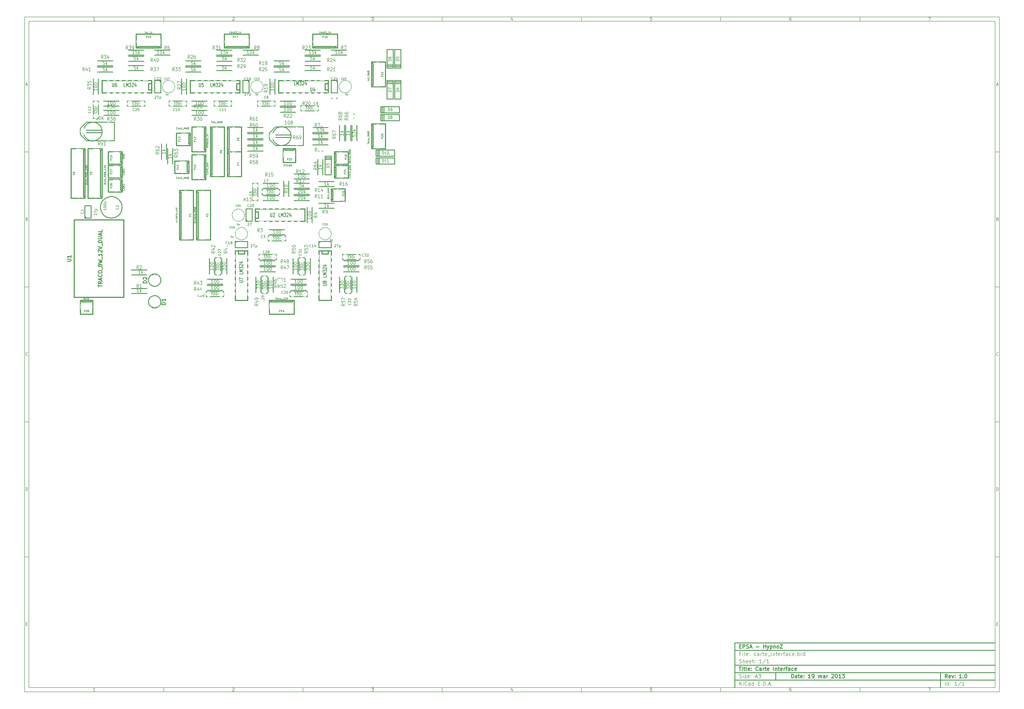
<source format=gto>
G04 (created by PCBNEW-RS274X (2012-01-19 BZR 3256)-stable) date 19/03/2013 15:18:26*
G01*
G70*
G90*
%MOIN*%
G04 Gerber Fmt 3.4, Leading zero omitted, Abs format*
%FSLAX34Y34*%
G04 APERTURE LIST*
%ADD10C,0.006000*%
%ADD11C,0.012000*%
%ADD12C,0.005000*%
%ADD13C,0.015000*%
%ADD14C,0.008000*%
%ADD15C,0.011300*%
%ADD16C,0.010000*%
%ADD17C,0.090000*%
%ADD18R,0.090000X0.090000*%
%ADD19R,0.082000X0.110000*%
%ADD20O,0.082000X0.110000*%
%ADD21R,0.110000X0.082000*%
%ADD22O,0.110000X0.082000*%
%ADD23C,0.235000*%
%ADD24R,0.105000X0.105000*%
%ADD25C,0.105000*%
%ADD26R,0.095000X0.095000*%
%ADD27C,0.095000*%
%ADD28R,0.075000X0.075000*%
%ADD29C,0.075000*%
%ADD30C,0.100000*%
%ADD31C,0.270000*%
G04 APERTURE END LIST*
G54D10*
X04000Y-04000D02*
X161350Y-04000D01*
X161350Y-113000D01*
X04000Y-113000D01*
X04000Y-04000D01*
X04700Y-04700D02*
X160650Y-04700D01*
X160650Y-112300D01*
X04700Y-112300D01*
X04700Y-04700D01*
X26470Y-04000D02*
X26470Y-04700D01*
X15383Y-04552D02*
X15097Y-04552D01*
X15240Y-04552D02*
X15240Y-04052D01*
X15192Y-04124D01*
X15145Y-04171D01*
X15097Y-04195D01*
X26470Y-113000D02*
X26470Y-112300D01*
X15383Y-112852D02*
X15097Y-112852D01*
X15240Y-112852D02*
X15240Y-112352D01*
X15192Y-112424D01*
X15145Y-112471D01*
X15097Y-112495D01*
X48940Y-04000D02*
X48940Y-04700D01*
X37567Y-04100D02*
X37591Y-04076D01*
X37639Y-04052D01*
X37758Y-04052D01*
X37805Y-04076D01*
X37829Y-04100D01*
X37853Y-04148D01*
X37853Y-04195D01*
X37829Y-04267D01*
X37543Y-04552D01*
X37853Y-04552D01*
X48940Y-113000D02*
X48940Y-112300D01*
X37567Y-112400D02*
X37591Y-112376D01*
X37639Y-112352D01*
X37758Y-112352D01*
X37805Y-112376D01*
X37829Y-112400D01*
X37853Y-112448D01*
X37853Y-112495D01*
X37829Y-112567D01*
X37543Y-112852D01*
X37853Y-112852D01*
X71410Y-04000D02*
X71410Y-04700D01*
X60013Y-04052D02*
X60323Y-04052D01*
X60156Y-04243D01*
X60228Y-04243D01*
X60275Y-04267D01*
X60299Y-04290D01*
X60323Y-04338D01*
X60323Y-04457D01*
X60299Y-04505D01*
X60275Y-04529D01*
X60228Y-04552D01*
X60085Y-04552D01*
X60037Y-04529D01*
X60013Y-04505D01*
X71410Y-113000D02*
X71410Y-112300D01*
X60013Y-112352D02*
X60323Y-112352D01*
X60156Y-112543D01*
X60228Y-112543D01*
X60275Y-112567D01*
X60299Y-112590D01*
X60323Y-112638D01*
X60323Y-112757D01*
X60299Y-112805D01*
X60275Y-112829D01*
X60228Y-112852D01*
X60085Y-112852D01*
X60037Y-112829D01*
X60013Y-112805D01*
X93880Y-04000D02*
X93880Y-04700D01*
X82745Y-04219D02*
X82745Y-04552D01*
X82626Y-04029D02*
X82507Y-04386D01*
X82817Y-04386D01*
X93880Y-113000D02*
X93880Y-112300D01*
X82745Y-112519D02*
X82745Y-112852D01*
X82626Y-112329D02*
X82507Y-112686D01*
X82817Y-112686D01*
X116350Y-04000D02*
X116350Y-04700D01*
X105239Y-04052D02*
X105001Y-04052D01*
X104977Y-04290D01*
X105001Y-04267D01*
X105049Y-04243D01*
X105168Y-04243D01*
X105215Y-04267D01*
X105239Y-04290D01*
X105263Y-04338D01*
X105263Y-04457D01*
X105239Y-04505D01*
X105215Y-04529D01*
X105168Y-04552D01*
X105049Y-04552D01*
X105001Y-04529D01*
X104977Y-04505D01*
X116350Y-113000D02*
X116350Y-112300D01*
X105239Y-112352D02*
X105001Y-112352D01*
X104977Y-112590D01*
X105001Y-112567D01*
X105049Y-112543D01*
X105168Y-112543D01*
X105215Y-112567D01*
X105239Y-112590D01*
X105263Y-112638D01*
X105263Y-112757D01*
X105239Y-112805D01*
X105215Y-112829D01*
X105168Y-112852D01*
X105049Y-112852D01*
X105001Y-112829D01*
X104977Y-112805D01*
X138820Y-04000D02*
X138820Y-04700D01*
X127685Y-04052D02*
X127590Y-04052D01*
X127542Y-04076D01*
X127519Y-04100D01*
X127471Y-04171D01*
X127447Y-04267D01*
X127447Y-04457D01*
X127471Y-04505D01*
X127495Y-04529D01*
X127542Y-04552D01*
X127638Y-04552D01*
X127685Y-04529D01*
X127709Y-04505D01*
X127733Y-04457D01*
X127733Y-04338D01*
X127709Y-04290D01*
X127685Y-04267D01*
X127638Y-04243D01*
X127542Y-04243D01*
X127495Y-04267D01*
X127471Y-04290D01*
X127447Y-04338D01*
X138820Y-113000D02*
X138820Y-112300D01*
X127685Y-112352D02*
X127590Y-112352D01*
X127542Y-112376D01*
X127519Y-112400D01*
X127471Y-112471D01*
X127447Y-112567D01*
X127447Y-112757D01*
X127471Y-112805D01*
X127495Y-112829D01*
X127542Y-112852D01*
X127638Y-112852D01*
X127685Y-112829D01*
X127709Y-112805D01*
X127733Y-112757D01*
X127733Y-112638D01*
X127709Y-112590D01*
X127685Y-112567D01*
X127638Y-112543D01*
X127542Y-112543D01*
X127495Y-112567D01*
X127471Y-112590D01*
X127447Y-112638D01*
X149893Y-04052D02*
X150227Y-04052D01*
X150012Y-04552D01*
X149893Y-112352D02*
X150227Y-112352D01*
X150012Y-112852D01*
X04000Y-25800D02*
X04700Y-25800D01*
X04231Y-14960D02*
X04469Y-14960D01*
X04184Y-15102D02*
X04350Y-14602D01*
X04517Y-15102D01*
X161350Y-25800D02*
X160650Y-25800D01*
X160881Y-14960D02*
X161119Y-14960D01*
X160834Y-15102D02*
X161000Y-14602D01*
X161167Y-15102D01*
X04000Y-47600D02*
X04700Y-47600D01*
X04386Y-36640D02*
X04457Y-36664D01*
X04481Y-36688D01*
X04505Y-36736D01*
X04505Y-36807D01*
X04481Y-36855D01*
X04457Y-36879D01*
X04410Y-36902D01*
X04219Y-36902D01*
X04219Y-36402D01*
X04386Y-36402D01*
X04433Y-36426D01*
X04457Y-36450D01*
X04481Y-36498D01*
X04481Y-36545D01*
X04457Y-36593D01*
X04433Y-36617D01*
X04386Y-36640D01*
X04219Y-36640D01*
X161350Y-47600D02*
X160650Y-47600D01*
X161036Y-36640D02*
X161107Y-36664D01*
X161131Y-36688D01*
X161155Y-36736D01*
X161155Y-36807D01*
X161131Y-36855D01*
X161107Y-36879D01*
X161060Y-36902D01*
X160869Y-36902D01*
X160869Y-36402D01*
X161036Y-36402D01*
X161083Y-36426D01*
X161107Y-36450D01*
X161131Y-36498D01*
X161131Y-36545D01*
X161107Y-36593D01*
X161083Y-36617D01*
X161036Y-36640D01*
X160869Y-36640D01*
X04000Y-69400D02*
X04700Y-69400D01*
X04505Y-58655D02*
X04481Y-58679D01*
X04410Y-58702D01*
X04362Y-58702D01*
X04290Y-58679D01*
X04243Y-58631D01*
X04219Y-58583D01*
X04195Y-58488D01*
X04195Y-58417D01*
X04219Y-58321D01*
X04243Y-58274D01*
X04290Y-58226D01*
X04362Y-58202D01*
X04410Y-58202D01*
X04481Y-58226D01*
X04505Y-58250D01*
X161350Y-69400D02*
X160650Y-69400D01*
X161155Y-58655D02*
X161131Y-58679D01*
X161060Y-58702D01*
X161012Y-58702D01*
X160940Y-58679D01*
X160893Y-58631D01*
X160869Y-58583D01*
X160845Y-58488D01*
X160845Y-58417D01*
X160869Y-58321D01*
X160893Y-58274D01*
X160940Y-58226D01*
X161012Y-58202D01*
X161060Y-58202D01*
X161131Y-58226D01*
X161155Y-58250D01*
X04000Y-91200D02*
X04700Y-91200D01*
X04219Y-80502D02*
X04219Y-80002D01*
X04338Y-80002D01*
X04410Y-80026D01*
X04457Y-80074D01*
X04481Y-80121D01*
X04505Y-80217D01*
X04505Y-80288D01*
X04481Y-80383D01*
X04457Y-80431D01*
X04410Y-80479D01*
X04338Y-80502D01*
X04219Y-80502D01*
X161350Y-91200D02*
X160650Y-91200D01*
X160869Y-80502D02*
X160869Y-80002D01*
X160988Y-80002D01*
X161060Y-80026D01*
X161107Y-80074D01*
X161131Y-80121D01*
X161155Y-80217D01*
X161155Y-80288D01*
X161131Y-80383D01*
X161107Y-80431D01*
X161060Y-80479D01*
X160988Y-80502D01*
X160869Y-80502D01*
X04243Y-102040D02*
X04410Y-102040D01*
X04481Y-102302D02*
X04243Y-102302D01*
X04243Y-101802D01*
X04481Y-101802D01*
X160893Y-102040D02*
X161060Y-102040D01*
X161131Y-102302D02*
X160893Y-102302D01*
X160893Y-101802D01*
X161131Y-101802D01*
G54D11*
X127793Y-110743D02*
X127793Y-110143D01*
X127936Y-110143D01*
X128021Y-110171D01*
X128079Y-110229D01*
X128107Y-110286D01*
X128136Y-110400D01*
X128136Y-110486D01*
X128107Y-110600D01*
X128079Y-110657D01*
X128021Y-110714D01*
X127936Y-110743D01*
X127793Y-110743D01*
X128650Y-110743D02*
X128650Y-110429D01*
X128621Y-110371D01*
X128564Y-110343D01*
X128450Y-110343D01*
X128393Y-110371D01*
X128650Y-110714D02*
X128593Y-110743D01*
X128450Y-110743D01*
X128393Y-110714D01*
X128364Y-110657D01*
X128364Y-110600D01*
X128393Y-110543D01*
X128450Y-110514D01*
X128593Y-110514D01*
X128650Y-110486D01*
X128850Y-110343D02*
X129079Y-110343D01*
X128936Y-110143D02*
X128936Y-110657D01*
X128964Y-110714D01*
X129022Y-110743D01*
X129079Y-110743D01*
X129507Y-110714D02*
X129450Y-110743D01*
X129336Y-110743D01*
X129279Y-110714D01*
X129250Y-110657D01*
X129250Y-110429D01*
X129279Y-110371D01*
X129336Y-110343D01*
X129450Y-110343D01*
X129507Y-110371D01*
X129536Y-110429D01*
X129536Y-110486D01*
X129250Y-110543D01*
X129793Y-110686D02*
X129821Y-110714D01*
X129793Y-110743D01*
X129764Y-110714D01*
X129793Y-110686D01*
X129793Y-110743D01*
X129793Y-110371D02*
X129821Y-110400D01*
X129793Y-110429D01*
X129764Y-110400D01*
X129793Y-110371D01*
X129793Y-110429D01*
X130850Y-110743D02*
X130507Y-110743D01*
X130679Y-110743D02*
X130679Y-110143D01*
X130622Y-110229D01*
X130564Y-110286D01*
X130507Y-110314D01*
X131135Y-110743D02*
X131250Y-110743D01*
X131307Y-110714D01*
X131335Y-110686D01*
X131393Y-110600D01*
X131421Y-110486D01*
X131421Y-110257D01*
X131393Y-110200D01*
X131364Y-110171D01*
X131307Y-110143D01*
X131193Y-110143D01*
X131135Y-110171D01*
X131107Y-110200D01*
X131078Y-110257D01*
X131078Y-110400D01*
X131107Y-110457D01*
X131135Y-110486D01*
X131193Y-110514D01*
X131307Y-110514D01*
X131364Y-110486D01*
X131393Y-110457D01*
X131421Y-110400D01*
X132135Y-110743D02*
X132135Y-110343D01*
X132135Y-110400D02*
X132163Y-110371D01*
X132221Y-110343D01*
X132306Y-110343D01*
X132363Y-110371D01*
X132392Y-110429D01*
X132392Y-110743D01*
X132392Y-110429D02*
X132421Y-110371D01*
X132478Y-110343D01*
X132563Y-110343D01*
X132621Y-110371D01*
X132649Y-110429D01*
X132649Y-110743D01*
X133192Y-110743D02*
X133192Y-110429D01*
X133163Y-110371D01*
X133106Y-110343D01*
X132992Y-110343D01*
X132935Y-110371D01*
X133192Y-110714D02*
X133135Y-110743D01*
X132992Y-110743D01*
X132935Y-110714D01*
X132906Y-110657D01*
X132906Y-110600D01*
X132935Y-110543D01*
X132992Y-110514D01*
X133135Y-110514D01*
X133192Y-110486D01*
X133478Y-110743D02*
X133478Y-110343D01*
X133478Y-110457D02*
X133506Y-110400D01*
X133535Y-110371D01*
X133592Y-110343D01*
X133649Y-110343D01*
X134277Y-110200D02*
X134306Y-110171D01*
X134363Y-110143D01*
X134506Y-110143D01*
X134563Y-110171D01*
X134592Y-110200D01*
X134620Y-110257D01*
X134620Y-110314D01*
X134592Y-110400D01*
X134249Y-110743D01*
X134620Y-110743D01*
X134991Y-110143D02*
X135048Y-110143D01*
X135105Y-110171D01*
X135134Y-110200D01*
X135163Y-110257D01*
X135191Y-110371D01*
X135191Y-110514D01*
X135163Y-110629D01*
X135134Y-110686D01*
X135105Y-110714D01*
X135048Y-110743D01*
X134991Y-110743D01*
X134934Y-110714D01*
X134905Y-110686D01*
X134877Y-110629D01*
X134848Y-110514D01*
X134848Y-110371D01*
X134877Y-110257D01*
X134905Y-110200D01*
X134934Y-110171D01*
X134991Y-110143D01*
X135762Y-110743D02*
X135419Y-110743D01*
X135591Y-110743D02*
X135591Y-110143D01*
X135534Y-110229D01*
X135476Y-110286D01*
X135419Y-110314D01*
X135962Y-110143D02*
X136333Y-110143D01*
X136133Y-110371D01*
X136219Y-110371D01*
X136276Y-110400D01*
X136305Y-110429D01*
X136333Y-110486D01*
X136333Y-110629D01*
X136305Y-110686D01*
X136276Y-110714D01*
X136219Y-110743D01*
X136047Y-110743D01*
X135990Y-110714D01*
X135962Y-110686D01*
G54D10*
X119393Y-111943D02*
X119393Y-111343D01*
X119736Y-111943D02*
X119479Y-111600D01*
X119736Y-111343D02*
X119393Y-111686D01*
X119993Y-111943D02*
X119993Y-111543D01*
X119993Y-111343D02*
X119964Y-111371D01*
X119993Y-111400D01*
X120021Y-111371D01*
X119993Y-111343D01*
X119993Y-111400D01*
X120622Y-111886D02*
X120593Y-111914D01*
X120507Y-111943D01*
X120450Y-111943D01*
X120365Y-111914D01*
X120307Y-111857D01*
X120279Y-111800D01*
X120250Y-111686D01*
X120250Y-111600D01*
X120279Y-111486D01*
X120307Y-111429D01*
X120365Y-111371D01*
X120450Y-111343D01*
X120507Y-111343D01*
X120593Y-111371D01*
X120622Y-111400D01*
X121136Y-111943D02*
X121136Y-111629D01*
X121107Y-111571D01*
X121050Y-111543D01*
X120936Y-111543D01*
X120879Y-111571D01*
X121136Y-111914D02*
X121079Y-111943D01*
X120936Y-111943D01*
X120879Y-111914D01*
X120850Y-111857D01*
X120850Y-111800D01*
X120879Y-111743D01*
X120936Y-111714D01*
X121079Y-111714D01*
X121136Y-111686D01*
X121679Y-111943D02*
X121679Y-111343D01*
X121679Y-111914D02*
X121622Y-111943D01*
X121508Y-111943D01*
X121450Y-111914D01*
X121422Y-111886D01*
X121393Y-111829D01*
X121393Y-111657D01*
X121422Y-111600D01*
X121450Y-111571D01*
X121508Y-111543D01*
X121622Y-111543D01*
X121679Y-111571D01*
X122422Y-111629D02*
X122622Y-111629D01*
X122708Y-111943D02*
X122422Y-111943D01*
X122422Y-111343D01*
X122708Y-111343D01*
X122965Y-111886D02*
X122993Y-111914D01*
X122965Y-111943D01*
X122936Y-111914D01*
X122965Y-111886D01*
X122965Y-111943D01*
X123251Y-111943D02*
X123251Y-111343D01*
X123394Y-111343D01*
X123479Y-111371D01*
X123537Y-111429D01*
X123565Y-111486D01*
X123594Y-111600D01*
X123594Y-111686D01*
X123565Y-111800D01*
X123537Y-111857D01*
X123479Y-111914D01*
X123394Y-111943D01*
X123251Y-111943D01*
X123851Y-111886D02*
X123879Y-111914D01*
X123851Y-111943D01*
X123822Y-111914D01*
X123851Y-111886D01*
X123851Y-111943D01*
X124108Y-111771D02*
X124394Y-111771D01*
X124051Y-111943D02*
X124251Y-111343D01*
X124451Y-111943D01*
X124651Y-111886D02*
X124679Y-111914D01*
X124651Y-111943D01*
X124622Y-111914D01*
X124651Y-111886D01*
X124651Y-111943D01*
G54D11*
X152936Y-110743D02*
X152736Y-110457D01*
X152593Y-110743D02*
X152593Y-110143D01*
X152821Y-110143D01*
X152879Y-110171D01*
X152907Y-110200D01*
X152936Y-110257D01*
X152936Y-110343D01*
X152907Y-110400D01*
X152879Y-110429D01*
X152821Y-110457D01*
X152593Y-110457D01*
X153421Y-110714D02*
X153364Y-110743D01*
X153250Y-110743D01*
X153193Y-110714D01*
X153164Y-110657D01*
X153164Y-110429D01*
X153193Y-110371D01*
X153250Y-110343D01*
X153364Y-110343D01*
X153421Y-110371D01*
X153450Y-110429D01*
X153450Y-110486D01*
X153164Y-110543D01*
X153650Y-110343D02*
X153793Y-110743D01*
X153935Y-110343D01*
X154164Y-110686D02*
X154192Y-110714D01*
X154164Y-110743D01*
X154135Y-110714D01*
X154164Y-110686D01*
X154164Y-110743D01*
X154164Y-110371D02*
X154192Y-110400D01*
X154164Y-110429D01*
X154135Y-110400D01*
X154164Y-110371D01*
X154164Y-110429D01*
X155221Y-110743D02*
X154878Y-110743D01*
X155050Y-110743D02*
X155050Y-110143D01*
X154993Y-110229D01*
X154935Y-110286D01*
X154878Y-110314D01*
X155478Y-110686D02*
X155506Y-110714D01*
X155478Y-110743D01*
X155449Y-110714D01*
X155478Y-110686D01*
X155478Y-110743D01*
X155878Y-110143D02*
X155935Y-110143D01*
X155992Y-110171D01*
X156021Y-110200D01*
X156050Y-110257D01*
X156078Y-110371D01*
X156078Y-110514D01*
X156050Y-110629D01*
X156021Y-110686D01*
X155992Y-110714D01*
X155935Y-110743D01*
X155878Y-110743D01*
X155821Y-110714D01*
X155792Y-110686D01*
X155764Y-110629D01*
X155735Y-110514D01*
X155735Y-110371D01*
X155764Y-110257D01*
X155792Y-110200D01*
X155821Y-110171D01*
X155878Y-110143D01*
G54D10*
X119364Y-110714D02*
X119450Y-110743D01*
X119593Y-110743D01*
X119650Y-110714D01*
X119679Y-110686D01*
X119707Y-110629D01*
X119707Y-110571D01*
X119679Y-110514D01*
X119650Y-110486D01*
X119593Y-110457D01*
X119479Y-110429D01*
X119421Y-110400D01*
X119393Y-110371D01*
X119364Y-110314D01*
X119364Y-110257D01*
X119393Y-110200D01*
X119421Y-110171D01*
X119479Y-110143D01*
X119621Y-110143D01*
X119707Y-110171D01*
X119964Y-110743D02*
X119964Y-110343D01*
X119964Y-110143D02*
X119935Y-110171D01*
X119964Y-110200D01*
X119992Y-110171D01*
X119964Y-110143D01*
X119964Y-110200D01*
X120193Y-110343D02*
X120507Y-110343D01*
X120193Y-110743D01*
X120507Y-110743D01*
X120964Y-110714D02*
X120907Y-110743D01*
X120793Y-110743D01*
X120736Y-110714D01*
X120707Y-110657D01*
X120707Y-110429D01*
X120736Y-110371D01*
X120793Y-110343D01*
X120907Y-110343D01*
X120964Y-110371D01*
X120993Y-110429D01*
X120993Y-110486D01*
X120707Y-110543D01*
X121250Y-110686D02*
X121278Y-110714D01*
X121250Y-110743D01*
X121221Y-110714D01*
X121250Y-110686D01*
X121250Y-110743D01*
X121250Y-110371D02*
X121278Y-110400D01*
X121250Y-110429D01*
X121221Y-110400D01*
X121250Y-110371D01*
X121250Y-110429D01*
X121964Y-110571D02*
X122250Y-110571D01*
X121907Y-110743D02*
X122107Y-110143D01*
X122307Y-110743D01*
X122450Y-110143D02*
X122821Y-110143D01*
X122621Y-110371D01*
X122707Y-110371D01*
X122764Y-110400D01*
X122793Y-110429D01*
X122821Y-110486D01*
X122821Y-110629D01*
X122793Y-110686D01*
X122764Y-110714D01*
X122707Y-110743D01*
X122535Y-110743D01*
X122478Y-110714D01*
X122450Y-110686D01*
X152593Y-111943D02*
X152593Y-111343D01*
X153136Y-111943D02*
X153136Y-111343D01*
X153136Y-111914D02*
X153079Y-111943D01*
X152965Y-111943D01*
X152907Y-111914D01*
X152879Y-111886D01*
X152850Y-111829D01*
X152850Y-111657D01*
X152879Y-111600D01*
X152907Y-111571D01*
X152965Y-111543D01*
X153079Y-111543D01*
X153136Y-111571D01*
X153422Y-111886D02*
X153450Y-111914D01*
X153422Y-111943D01*
X153393Y-111914D01*
X153422Y-111886D01*
X153422Y-111943D01*
X153422Y-111571D02*
X153450Y-111600D01*
X153422Y-111629D01*
X153393Y-111600D01*
X153422Y-111571D01*
X153422Y-111629D01*
X154479Y-111943D02*
X154136Y-111943D01*
X154308Y-111943D02*
X154308Y-111343D01*
X154251Y-111429D01*
X154193Y-111486D01*
X154136Y-111514D01*
X155164Y-111314D02*
X154650Y-112086D01*
X155679Y-111943D02*
X155336Y-111943D01*
X155508Y-111943D02*
X155508Y-111343D01*
X155451Y-111429D01*
X155393Y-111486D01*
X155336Y-111514D01*
G54D11*
X119307Y-108943D02*
X119650Y-108943D01*
X119479Y-109543D02*
X119479Y-108943D01*
X119850Y-109543D02*
X119850Y-109143D01*
X119850Y-108943D02*
X119821Y-108971D01*
X119850Y-109000D01*
X119878Y-108971D01*
X119850Y-108943D01*
X119850Y-109000D01*
X120050Y-109143D02*
X120279Y-109143D01*
X120136Y-108943D02*
X120136Y-109457D01*
X120164Y-109514D01*
X120222Y-109543D01*
X120279Y-109543D01*
X120565Y-109543D02*
X120507Y-109514D01*
X120479Y-109457D01*
X120479Y-108943D01*
X121021Y-109514D02*
X120964Y-109543D01*
X120850Y-109543D01*
X120793Y-109514D01*
X120764Y-109457D01*
X120764Y-109229D01*
X120793Y-109171D01*
X120850Y-109143D01*
X120964Y-109143D01*
X121021Y-109171D01*
X121050Y-109229D01*
X121050Y-109286D01*
X120764Y-109343D01*
X121307Y-109486D02*
X121335Y-109514D01*
X121307Y-109543D01*
X121278Y-109514D01*
X121307Y-109486D01*
X121307Y-109543D01*
X121307Y-109171D02*
X121335Y-109200D01*
X121307Y-109229D01*
X121278Y-109200D01*
X121307Y-109171D01*
X121307Y-109229D01*
X122393Y-109486D02*
X122364Y-109514D01*
X122278Y-109543D01*
X122221Y-109543D01*
X122136Y-109514D01*
X122078Y-109457D01*
X122050Y-109400D01*
X122021Y-109286D01*
X122021Y-109200D01*
X122050Y-109086D01*
X122078Y-109029D01*
X122136Y-108971D01*
X122221Y-108943D01*
X122278Y-108943D01*
X122364Y-108971D01*
X122393Y-109000D01*
X122907Y-109543D02*
X122907Y-109229D01*
X122878Y-109171D01*
X122821Y-109143D01*
X122707Y-109143D01*
X122650Y-109171D01*
X122907Y-109514D02*
X122850Y-109543D01*
X122707Y-109543D01*
X122650Y-109514D01*
X122621Y-109457D01*
X122621Y-109400D01*
X122650Y-109343D01*
X122707Y-109314D01*
X122850Y-109314D01*
X122907Y-109286D01*
X123193Y-109543D02*
X123193Y-109143D01*
X123193Y-109257D02*
X123221Y-109200D01*
X123250Y-109171D01*
X123307Y-109143D01*
X123364Y-109143D01*
X123478Y-109143D02*
X123707Y-109143D01*
X123564Y-108943D02*
X123564Y-109457D01*
X123592Y-109514D01*
X123650Y-109543D01*
X123707Y-109543D01*
X124135Y-109514D02*
X124078Y-109543D01*
X123964Y-109543D01*
X123907Y-109514D01*
X123878Y-109457D01*
X123878Y-109229D01*
X123907Y-109171D01*
X123964Y-109143D01*
X124078Y-109143D01*
X124135Y-109171D01*
X124164Y-109229D01*
X124164Y-109286D01*
X123878Y-109343D01*
X124878Y-109543D02*
X124878Y-109143D01*
X124878Y-108943D02*
X124849Y-108971D01*
X124878Y-109000D01*
X124906Y-108971D01*
X124878Y-108943D01*
X124878Y-109000D01*
X125164Y-109143D02*
X125164Y-109543D01*
X125164Y-109200D02*
X125192Y-109171D01*
X125250Y-109143D01*
X125335Y-109143D01*
X125392Y-109171D01*
X125421Y-109229D01*
X125421Y-109543D01*
X125621Y-109143D02*
X125850Y-109143D01*
X125707Y-108943D02*
X125707Y-109457D01*
X125735Y-109514D01*
X125793Y-109543D01*
X125850Y-109543D01*
X126278Y-109514D02*
X126221Y-109543D01*
X126107Y-109543D01*
X126050Y-109514D01*
X126021Y-109457D01*
X126021Y-109229D01*
X126050Y-109171D01*
X126107Y-109143D01*
X126221Y-109143D01*
X126278Y-109171D01*
X126307Y-109229D01*
X126307Y-109286D01*
X126021Y-109343D01*
X126564Y-109543D02*
X126564Y-109143D01*
X126564Y-109257D02*
X126592Y-109200D01*
X126621Y-109171D01*
X126678Y-109143D01*
X126735Y-109143D01*
X126849Y-109143D02*
X127078Y-109143D01*
X126935Y-109543D02*
X126935Y-109029D01*
X126963Y-108971D01*
X127021Y-108943D01*
X127078Y-108943D01*
X127535Y-109543D02*
X127535Y-109229D01*
X127506Y-109171D01*
X127449Y-109143D01*
X127335Y-109143D01*
X127278Y-109171D01*
X127535Y-109514D02*
X127478Y-109543D01*
X127335Y-109543D01*
X127278Y-109514D01*
X127249Y-109457D01*
X127249Y-109400D01*
X127278Y-109343D01*
X127335Y-109314D01*
X127478Y-109314D01*
X127535Y-109286D01*
X128078Y-109514D02*
X128021Y-109543D01*
X127907Y-109543D01*
X127849Y-109514D01*
X127821Y-109486D01*
X127792Y-109429D01*
X127792Y-109257D01*
X127821Y-109200D01*
X127849Y-109171D01*
X127907Y-109143D01*
X128021Y-109143D01*
X128078Y-109171D01*
X128563Y-109514D02*
X128506Y-109543D01*
X128392Y-109543D01*
X128335Y-109514D01*
X128306Y-109457D01*
X128306Y-109229D01*
X128335Y-109171D01*
X128392Y-109143D01*
X128506Y-109143D01*
X128563Y-109171D01*
X128592Y-109229D01*
X128592Y-109286D01*
X128306Y-109343D01*
G54D10*
X119593Y-106829D02*
X119393Y-106829D01*
X119393Y-107143D02*
X119393Y-106543D01*
X119679Y-106543D01*
X119907Y-107143D02*
X119907Y-106743D01*
X119907Y-106543D02*
X119878Y-106571D01*
X119907Y-106600D01*
X119935Y-106571D01*
X119907Y-106543D01*
X119907Y-106600D01*
X120279Y-107143D02*
X120221Y-107114D01*
X120193Y-107057D01*
X120193Y-106543D01*
X120735Y-107114D02*
X120678Y-107143D01*
X120564Y-107143D01*
X120507Y-107114D01*
X120478Y-107057D01*
X120478Y-106829D01*
X120507Y-106771D01*
X120564Y-106743D01*
X120678Y-106743D01*
X120735Y-106771D01*
X120764Y-106829D01*
X120764Y-106886D01*
X120478Y-106943D01*
X121021Y-107086D02*
X121049Y-107114D01*
X121021Y-107143D01*
X120992Y-107114D01*
X121021Y-107086D01*
X121021Y-107143D01*
X121021Y-106771D02*
X121049Y-106800D01*
X121021Y-106829D01*
X120992Y-106800D01*
X121021Y-106771D01*
X121021Y-106829D01*
X122021Y-107114D02*
X121964Y-107143D01*
X121850Y-107143D01*
X121792Y-107114D01*
X121764Y-107086D01*
X121735Y-107029D01*
X121735Y-106857D01*
X121764Y-106800D01*
X121792Y-106771D01*
X121850Y-106743D01*
X121964Y-106743D01*
X122021Y-106771D01*
X122535Y-107143D02*
X122535Y-106829D01*
X122506Y-106771D01*
X122449Y-106743D01*
X122335Y-106743D01*
X122278Y-106771D01*
X122535Y-107114D02*
X122478Y-107143D01*
X122335Y-107143D01*
X122278Y-107114D01*
X122249Y-107057D01*
X122249Y-107000D01*
X122278Y-106943D01*
X122335Y-106914D01*
X122478Y-106914D01*
X122535Y-106886D01*
X122821Y-107143D02*
X122821Y-106743D01*
X122821Y-106857D02*
X122849Y-106800D01*
X122878Y-106771D01*
X122935Y-106743D01*
X122992Y-106743D01*
X123106Y-106743D02*
X123335Y-106743D01*
X123192Y-106543D02*
X123192Y-107057D01*
X123220Y-107114D01*
X123278Y-107143D01*
X123335Y-107143D01*
X123763Y-107114D02*
X123706Y-107143D01*
X123592Y-107143D01*
X123535Y-107114D01*
X123506Y-107057D01*
X123506Y-106829D01*
X123535Y-106771D01*
X123592Y-106743D01*
X123706Y-106743D01*
X123763Y-106771D01*
X123792Y-106829D01*
X123792Y-106886D01*
X123506Y-106943D01*
X123906Y-107200D02*
X124363Y-107200D01*
X124506Y-107143D02*
X124506Y-106743D01*
X124506Y-106543D02*
X124477Y-106571D01*
X124506Y-106600D01*
X124534Y-106571D01*
X124506Y-106543D01*
X124506Y-106600D01*
X124792Y-106743D02*
X124792Y-107143D01*
X124792Y-106800D02*
X124820Y-106771D01*
X124878Y-106743D01*
X124963Y-106743D01*
X125020Y-106771D01*
X125049Y-106829D01*
X125049Y-107143D01*
X125249Y-106743D02*
X125478Y-106743D01*
X125335Y-106543D02*
X125335Y-107057D01*
X125363Y-107114D01*
X125421Y-107143D01*
X125478Y-107143D01*
X125906Y-107114D02*
X125849Y-107143D01*
X125735Y-107143D01*
X125678Y-107114D01*
X125649Y-107057D01*
X125649Y-106829D01*
X125678Y-106771D01*
X125735Y-106743D01*
X125849Y-106743D01*
X125906Y-106771D01*
X125935Y-106829D01*
X125935Y-106886D01*
X125649Y-106943D01*
X126192Y-107143D02*
X126192Y-106743D01*
X126192Y-106857D02*
X126220Y-106800D01*
X126249Y-106771D01*
X126306Y-106743D01*
X126363Y-106743D01*
X126477Y-106743D02*
X126706Y-106743D01*
X126563Y-107143D02*
X126563Y-106629D01*
X126591Y-106571D01*
X126649Y-106543D01*
X126706Y-106543D01*
X127163Y-107143D02*
X127163Y-106829D01*
X127134Y-106771D01*
X127077Y-106743D01*
X126963Y-106743D01*
X126906Y-106771D01*
X127163Y-107114D02*
X127106Y-107143D01*
X126963Y-107143D01*
X126906Y-107114D01*
X126877Y-107057D01*
X126877Y-107000D01*
X126906Y-106943D01*
X126963Y-106914D01*
X127106Y-106914D01*
X127163Y-106886D01*
X127706Y-107114D02*
X127649Y-107143D01*
X127535Y-107143D01*
X127477Y-107114D01*
X127449Y-107086D01*
X127420Y-107029D01*
X127420Y-106857D01*
X127449Y-106800D01*
X127477Y-106771D01*
X127535Y-106743D01*
X127649Y-106743D01*
X127706Y-106771D01*
X128191Y-107114D02*
X128134Y-107143D01*
X128020Y-107143D01*
X127963Y-107114D01*
X127934Y-107057D01*
X127934Y-106829D01*
X127963Y-106771D01*
X128020Y-106743D01*
X128134Y-106743D01*
X128191Y-106771D01*
X128220Y-106829D01*
X128220Y-106886D01*
X127934Y-106943D01*
X128477Y-107086D02*
X128505Y-107114D01*
X128477Y-107143D01*
X128448Y-107114D01*
X128477Y-107086D01*
X128477Y-107143D01*
X128763Y-107143D02*
X128763Y-106543D01*
X128763Y-106771D02*
X128820Y-106743D01*
X128934Y-106743D01*
X128991Y-106771D01*
X129020Y-106800D01*
X129049Y-106857D01*
X129049Y-107029D01*
X129020Y-107086D01*
X128991Y-107114D01*
X128934Y-107143D01*
X128820Y-107143D01*
X128763Y-107114D01*
X129306Y-107143D02*
X129306Y-106743D01*
X129306Y-106857D02*
X129334Y-106800D01*
X129363Y-106771D01*
X129420Y-106743D01*
X129477Y-106743D01*
X129934Y-107143D02*
X129934Y-106543D01*
X129934Y-107114D02*
X129877Y-107143D01*
X129763Y-107143D01*
X129705Y-107114D01*
X129677Y-107086D01*
X129648Y-107029D01*
X129648Y-106857D01*
X129677Y-106800D01*
X129705Y-106771D01*
X129763Y-106743D01*
X129877Y-106743D01*
X129934Y-106771D01*
X119364Y-108314D02*
X119450Y-108343D01*
X119593Y-108343D01*
X119650Y-108314D01*
X119679Y-108286D01*
X119707Y-108229D01*
X119707Y-108171D01*
X119679Y-108114D01*
X119650Y-108086D01*
X119593Y-108057D01*
X119479Y-108029D01*
X119421Y-108000D01*
X119393Y-107971D01*
X119364Y-107914D01*
X119364Y-107857D01*
X119393Y-107800D01*
X119421Y-107771D01*
X119479Y-107743D01*
X119621Y-107743D01*
X119707Y-107771D01*
X119964Y-108343D02*
X119964Y-107743D01*
X120221Y-108343D02*
X120221Y-108029D01*
X120192Y-107971D01*
X120135Y-107943D01*
X120050Y-107943D01*
X119992Y-107971D01*
X119964Y-108000D01*
X120735Y-108314D02*
X120678Y-108343D01*
X120564Y-108343D01*
X120507Y-108314D01*
X120478Y-108257D01*
X120478Y-108029D01*
X120507Y-107971D01*
X120564Y-107943D01*
X120678Y-107943D01*
X120735Y-107971D01*
X120764Y-108029D01*
X120764Y-108086D01*
X120478Y-108143D01*
X121249Y-108314D02*
X121192Y-108343D01*
X121078Y-108343D01*
X121021Y-108314D01*
X120992Y-108257D01*
X120992Y-108029D01*
X121021Y-107971D01*
X121078Y-107943D01*
X121192Y-107943D01*
X121249Y-107971D01*
X121278Y-108029D01*
X121278Y-108086D01*
X120992Y-108143D01*
X121449Y-107943D02*
X121678Y-107943D01*
X121535Y-107743D02*
X121535Y-108257D01*
X121563Y-108314D01*
X121621Y-108343D01*
X121678Y-108343D01*
X121878Y-108286D02*
X121906Y-108314D01*
X121878Y-108343D01*
X121849Y-108314D01*
X121878Y-108286D01*
X121878Y-108343D01*
X121878Y-107971D02*
X121906Y-108000D01*
X121878Y-108029D01*
X121849Y-108000D01*
X121878Y-107971D01*
X121878Y-108029D01*
X122935Y-108343D02*
X122592Y-108343D01*
X122764Y-108343D02*
X122764Y-107743D01*
X122707Y-107829D01*
X122649Y-107886D01*
X122592Y-107914D01*
X123620Y-107714D02*
X123106Y-108486D01*
X124135Y-108343D02*
X123792Y-108343D01*
X123964Y-108343D02*
X123964Y-107743D01*
X123907Y-107829D01*
X123849Y-107886D01*
X123792Y-107914D01*
G54D11*
X119393Y-105629D02*
X119593Y-105629D01*
X119679Y-105943D02*
X119393Y-105943D01*
X119393Y-105343D01*
X119679Y-105343D01*
X119936Y-105943D02*
X119936Y-105343D01*
X120164Y-105343D01*
X120222Y-105371D01*
X120250Y-105400D01*
X120279Y-105457D01*
X120279Y-105543D01*
X120250Y-105600D01*
X120222Y-105629D01*
X120164Y-105657D01*
X119936Y-105657D01*
X120507Y-105914D02*
X120593Y-105943D01*
X120736Y-105943D01*
X120793Y-105914D01*
X120822Y-105886D01*
X120850Y-105829D01*
X120850Y-105771D01*
X120822Y-105714D01*
X120793Y-105686D01*
X120736Y-105657D01*
X120622Y-105629D01*
X120564Y-105600D01*
X120536Y-105571D01*
X120507Y-105514D01*
X120507Y-105457D01*
X120536Y-105400D01*
X120564Y-105371D01*
X120622Y-105343D01*
X120764Y-105343D01*
X120850Y-105371D01*
X121078Y-105771D02*
X121364Y-105771D01*
X121021Y-105943D02*
X121221Y-105343D01*
X121421Y-105943D01*
X122078Y-105714D02*
X122535Y-105714D01*
X123278Y-105943D02*
X123278Y-105343D01*
X123278Y-105629D02*
X123621Y-105629D01*
X123621Y-105943D02*
X123621Y-105343D01*
X123850Y-105543D02*
X123993Y-105943D01*
X124135Y-105543D02*
X123993Y-105943D01*
X123935Y-106086D01*
X123907Y-106114D01*
X123850Y-106143D01*
X124364Y-105543D02*
X124364Y-106143D01*
X124364Y-105571D02*
X124421Y-105543D01*
X124535Y-105543D01*
X124592Y-105571D01*
X124621Y-105600D01*
X124650Y-105657D01*
X124650Y-105829D01*
X124621Y-105886D01*
X124592Y-105914D01*
X124535Y-105943D01*
X124421Y-105943D01*
X124364Y-105914D01*
X124907Y-105543D02*
X124907Y-105943D01*
X124907Y-105600D02*
X124935Y-105571D01*
X124993Y-105543D01*
X125078Y-105543D01*
X125135Y-105571D01*
X125164Y-105629D01*
X125164Y-105943D01*
X125536Y-105943D02*
X125478Y-105914D01*
X125450Y-105886D01*
X125421Y-105829D01*
X125421Y-105657D01*
X125450Y-105600D01*
X125478Y-105571D01*
X125536Y-105543D01*
X125621Y-105543D01*
X125678Y-105571D01*
X125707Y-105600D01*
X125736Y-105657D01*
X125736Y-105829D01*
X125707Y-105886D01*
X125678Y-105914D01*
X125621Y-105943D01*
X125536Y-105943D01*
X125936Y-105343D02*
X126336Y-105343D01*
X125936Y-105943D01*
X126336Y-105943D01*
X118650Y-105100D02*
X118650Y-112300D01*
X118650Y-106300D02*
X160650Y-106300D01*
X118650Y-105100D02*
X160650Y-105100D01*
X118650Y-108700D02*
X160650Y-108700D01*
X151850Y-109900D02*
X151850Y-112300D01*
X118650Y-111100D02*
X160650Y-111100D01*
X118650Y-109900D02*
X160650Y-109900D01*
X125250Y-109900D02*
X125250Y-111100D01*
X13750Y-36480D02*
X13750Y-34500D01*
X13750Y-34500D02*
X14750Y-34500D01*
X14750Y-34500D02*
X14750Y-36500D01*
X14750Y-36500D02*
X13750Y-36500D01*
X14000Y-36500D02*
X13750Y-36250D01*
X26000Y-14270D02*
X26000Y-16250D01*
X26000Y-16250D02*
X25000Y-16250D01*
X25000Y-16250D02*
X25000Y-14250D01*
X25000Y-14250D02*
X26000Y-14250D01*
X25750Y-14250D02*
X26000Y-14500D01*
X39750Y-36980D02*
X39750Y-35000D01*
X39750Y-35000D02*
X40750Y-35000D01*
X40750Y-35000D02*
X40750Y-37000D01*
X40750Y-37000D02*
X39750Y-37000D01*
X40000Y-37000D02*
X39750Y-36750D01*
X38020Y-40250D02*
X40000Y-40250D01*
X40000Y-40250D02*
X40000Y-41250D01*
X40000Y-41250D02*
X38000Y-41250D01*
X38000Y-41250D02*
X38000Y-40250D01*
X38000Y-40500D02*
X38250Y-40250D01*
X40250Y-14270D02*
X40250Y-16250D01*
X40250Y-16250D02*
X39250Y-16250D01*
X39250Y-16250D02*
X39250Y-14250D01*
X39250Y-14250D02*
X40250Y-14250D01*
X40000Y-14250D02*
X40250Y-14500D01*
X51520Y-40250D02*
X53500Y-40250D01*
X53500Y-40250D02*
X53500Y-41250D01*
X53500Y-41250D02*
X51500Y-41250D01*
X51500Y-41250D02*
X51500Y-40250D01*
X51500Y-40500D02*
X51750Y-40250D01*
G54D12*
X28251Y-15250D02*
X28231Y-15444D01*
X28175Y-15631D01*
X28083Y-15803D01*
X27960Y-15955D01*
X27809Y-16079D01*
X27637Y-16172D01*
X27451Y-16230D01*
X27256Y-16250D01*
X27063Y-16233D01*
X26876Y-16178D01*
X26702Y-16087D01*
X26550Y-15965D01*
X26425Y-15815D01*
X26330Y-15644D01*
X26271Y-15458D01*
X26250Y-15263D01*
X26266Y-15070D01*
X26320Y-14882D01*
X26409Y-14708D01*
X26530Y-14555D01*
X26679Y-14429D01*
X26850Y-14333D01*
X27036Y-14273D01*
X27230Y-14250D01*
X27423Y-14265D01*
X27611Y-14317D01*
X27786Y-14405D01*
X27940Y-14526D01*
X28067Y-14673D01*
X28164Y-14843D01*
X28226Y-15029D01*
X28250Y-15223D01*
X28251Y-15250D01*
X40001Y-39000D02*
X39981Y-39194D01*
X39925Y-39381D01*
X39833Y-39553D01*
X39710Y-39705D01*
X39559Y-39829D01*
X39387Y-39922D01*
X39201Y-39980D01*
X39006Y-40000D01*
X38813Y-39983D01*
X38626Y-39928D01*
X38452Y-39837D01*
X38300Y-39715D01*
X38175Y-39565D01*
X38080Y-39394D01*
X38021Y-39208D01*
X38000Y-39013D01*
X38016Y-38820D01*
X38070Y-38632D01*
X38159Y-38458D01*
X38280Y-38305D01*
X38429Y-38179D01*
X38600Y-38083D01*
X38786Y-38023D01*
X38980Y-38000D01*
X39173Y-38015D01*
X39361Y-38067D01*
X39536Y-38155D01*
X39690Y-38276D01*
X39817Y-38423D01*
X39914Y-38593D01*
X39976Y-38779D01*
X40000Y-38973D01*
X40001Y-39000D01*
X53501Y-39000D02*
X53481Y-39194D01*
X53425Y-39381D01*
X53333Y-39553D01*
X53210Y-39705D01*
X53059Y-39829D01*
X52887Y-39922D01*
X52701Y-39980D01*
X52506Y-40000D01*
X52313Y-39983D01*
X52126Y-39928D01*
X51952Y-39837D01*
X51800Y-39715D01*
X51675Y-39565D01*
X51580Y-39394D01*
X51521Y-39208D01*
X51500Y-39013D01*
X51516Y-38820D01*
X51570Y-38632D01*
X51659Y-38458D01*
X51780Y-38305D01*
X51929Y-38179D01*
X52100Y-38083D01*
X52286Y-38023D01*
X52480Y-38000D01*
X52673Y-38015D01*
X52861Y-38067D01*
X53036Y-38155D01*
X53190Y-38276D01*
X53317Y-38423D01*
X53414Y-38593D01*
X53476Y-38779D01*
X53500Y-38973D01*
X53501Y-39000D01*
X42501Y-15250D02*
X42481Y-15444D01*
X42425Y-15631D01*
X42333Y-15803D01*
X42210Y-15955D01*
X42059Y-16079D01*
X41887Y-16172D01*
X41701Y-16230D01*
X41506Y-16250D01*
X41313Y-16233D01*
X41126Y-16178D01*
X40952Y-16087D01*
X40800Y-15965D01*
X40675Y-15815D01*
X40580Y-15644D01*
X40521Y-15458D01*
X40500Y-15263D01*
X40516Y-15070D01*
X40570Y-14882D01*
X40659Y-14708D01*
X40780Y-14555D01*
X40929Y-14429D01*
X41100Y-14333D01*
X41286Y-14273D01*
X41480Y-14250D01*
X41673Y-14265D01*
X41861Y-14317D01*
X42036Y-14405D01*
X42190Y-14526D01*
X42317Y-14673D01*
X42414Y-14843D01*
X42476Y-15029D01*
X42500Y-15223D01*
X42501Y-15250D01*
X39501Y-36000D02*
X39481Y-36194D01*
X39425Y-36381D01*
X39333Y-36553D01*
X39210Y-36705D01*
X39059Y-36829D01*
X38887Y-36922D01*
X38701Y-36980D01*
X38506Y-37000D01*
X38313Y-36983D01*
X38126Y-36928D01*
X37952Y-36837D01*
X37800Y-36715D01*
X37675Y-36565D01*
X37580Y-36394D01*
X37521Y-36208D01*
X37500Y-36013D01*
X37516Y-35820D01*
X37570Y-35632D01*
X37659Y-35458D01*
X37780Y-35305D01*
X37929Y-35179D01*
X38100Y-35083D01*
X38286Y-35023D01*
X38480Y-35000D01*
X38673Y-35015D01*
X38861Y-35067D01*
X39036Y-35155D01*
X39190Y-35276D01*
X39317Y-35423D01*
X39414Y-35593D01*
X39476Y-35779D01*
X39500Y-35973D01*
X39501Y-36000D01*
G54D11*
X48600Y-18350D02*
X51400Y-18350D01*
X51400Y-18350D02*
X51400Y-19150D01*
X51400Y-19150D02*
X48600Y-19150D01*
X48600Y-19150D02*
X48600Y-18350D01*
X48600Y-18550D02*
X48800Y-18350D01*
X27350Y-17600D02*
X30150Y-17600D01*
X30150Y-17600D02*
X30150Y-18400D01*
X30150Y-18400D02*
X27350Y-18400D01*
X27350Y-18400D02*
X27350Y-17600D01*
X27350Y-17800D02*
X27550Y-17600D01*
X34600Y-17600D02*
X37400Y-17600D01*
X37400Y-17600D02*
X37400Y-18400D01*
X37400Y-18400D02*
X34600Y-18400D01*
X34600Y-18400D02*
X34600Y-17600D01*
X34600Y-17800D02*
X34800Y-17600D01*
X41600Y-17600D02*
X44400Y-17600D01*
X44400Y-17600D02*
X44400Y-18400D01*
X44400Y-18400D02*
X41600Y-18400D01*
X41600Y-18400D02*
X41600Y-17600D01*
X41600Y-17800D02*
X41800Y-17600D01*
X45150Y-32650D02*
X42350Y-32650D01*
X42350Y-32650D02*
X42350Y-31850D01*
X42350Y-31850D02*
X45150Y-31850D01*
X45150Y-31850D02*
X45150Y-32650D01*
X45150Y-32450D02*
X44950Y-32650D01*
X49650Y-49150D02*
X46850Y-49150D01*
X46850Y-49150D02*
X46850Y-48350D01*
X46850Y-48350D02*
X49650Y-48350D01*
X49650Y-48350D02*
X49650Y-49150D01*
X49650Y-48950D02*
X49450Y-49150D01*
X41650Y-30850D02*
X41650Y-33650D01*
X41650Y-33650D02*
X40850Y-33650D01*
X40850Y-33650D02*
X40850Y-30850D01*
X40850Y-30850D02*
X41650Y-30850D01*
X41450Y-30850D02*
X41650Y-31050D01*
X43150Y-45850D02*
X43150Y-48650D01*
X43150Y-48650D02*
X42350Y-48650D01*
X42350Y-48650D02*
X42350Y-45850D01*
X42350Y-45850D02*
X43150Y-45850D01*
X42950Y-45850D02*
X43150Y-46050D01*
X46150Y-40150D02*
X43350Y-40150D01*
X43350Y-40150D02*
X43350Y-39350D01*
X43350Y-39350D02*
X46150Y-39350D01*
X46150Y-39350D02*
X46150Y-40150D01*
X46150Y-39950D02*
X45950Y-40150D01*
X41850Y-42350D02*
X44650Y-42350D01*
X44650Y-42350D02*
X44650Y-43150D01*
X44650Y-43150D02*
X41850Y-43150D01*
X41850Y-43150D02*
X41850Y-42350D01*
X41850Y-42550D02*
X42050Y-42350D01*
X48350Y-45650D02*
X48350Y-42850D01*
X48350Y-42850D02*
X49150Y-42850D01*
X49150Y-42850D02*
X49150Y-45650D01*
X49150Y-45650D02*
X48350Y-45650D01*
X48550Y-45650D02*
X48350Y-45450D01*
X34850Y-45650D02*
X34850Y-42850D01*
X34850Y-42850D02*
X35650Y-42850D01*
X35650Y-42850D02*
X35650Y-45650D01*
X35650Y-45650D02*
X34850Y-45650D01*
X35050Y-45650D02*
X34850Y-45450D01*
X15100Y-20400D02*
X15100Y-17600D01*
X15100Y-17600D02*
X15900Y-17600D01*
X15900Y-17600D02*
X15900Y-20400D01*
X15900Y-20400D02*
X15100Y-20400D01*
X15300Y-20400D02*
X15100Y-20200D01*
X36150Y-49150D02*
X33350Y-49150D01*
X33350Y-49150D02*
X33350Y-48350D01*
X33350Y-48350D02*
X36150Y-48350D01*
X36150Y-48350D02*
X36150Y-49150D01*
X36150Y-48950D02*
X35950Y-49150D01*
X20600Y-17600D02*
X23400Y-17600D01*
X23400Y-17600D02*
X23400Y-18400D01*
X23400Y-18400D02*
X20600Y-18400D01*
X20600Y-18400D02*
X20600Y-17600D01*
X20600Y-17800D02*
X20800Y-17600D01*
X55350Y-42350D02*
X58150Y-42350D01*
X58150Y-42350D02*
X58150Y-43150D01*
X58150Y-43150D02*
X55350Y-43150D01*
X55350Y-43150D02*
X55350Y-42350D01*
X55350Y-42550D02*
X55550Y-42350D01*
X19750Y-34750D02*
X19716Y-35089D01*
X19617Y-35416D01*
X19457Y-35718D01*
X19241Y-35983D01*
X18978Y-36200D01*
X18678Y-36363D01*
X18351Y-36464D01*
X18012Y-36499D01*
X17673Y-36469D01*
X17345Y-36372D01*
X17042Y-36214D01*
X16776Y-36000D01*
X16557Y-35738D01*
X16392Y-35439D01*
X16289Y-35113D01*
X16251Y-34774D01*
X16279Y-34435D01*
X16373Y-34106D01*
X16530Y-33803D01*
X16742Y-33535D01*
X17002Y-33313D01*
X17300Y-33147D01*
X17625Y-33041D01*
X17964Y-33001D01*
X18303Y-33027D01*
X18632Y-33119D01*
X18937Y-33273D01*
X19206Y-33483D01*
X19430Y-33742D01*
X19598Y-34039D01*
X19706Y-34363D01*
X19749Y-34702D01*
X19750Y-34750D01*
X64500Y-19500D02*
X61500Y-19500D01*
X61500Y-19500D02*
X61500Y-18500D01*
X61500Y-18500D02*
X64500Y-18500D01*
X64500Y-18500D02*
X64500Y-19500D01*
X61750Y-19500D02*
X61750Y-18500D01*
X62000Y-18500D02*
X62000Y-19500D01*
X64500Y-19000D02*
X65000Y-19000D01*
X61500Y-19000D02*
X61000Y-19000D01*
X64500Y-20750D02*
X61500Y-20750D01*
X61500Y-20750D02*
X61500Y-19750D01*
X61500Y-19750D02*
X64500Y-19750D01*
X64500Y-19750D02*
X64500Y-20750D01*
X61750Y-20750D02*
X61750Y-19750D01*
X62000Y-19750D02*
X62000Y-20750D01*
X64500Y-20250D02*
X65000Y-20250D01*
X61500Y-20250D02*
X61000Y-20250D01*
X63750Y-26500D02*
X60750Y-26500D01*
X60750Y-26500D02*
X60750Y-25500D01*
X60750Y-25500D02*
X63750Y-25500D01*
X63750Y-25500D02*
X63750Y-26500D01*
X61000Y-26500D02*
X61000Y-25500D01*
X61250Y-25500D02*
X61250Y-26500D01*
X63750Y-26000D02*
X64250Y-26000D01*
X60750Y-26000D02*
X60250Y-26000D01*
X62500Y-17250D02*
X62500Y-14250D01*
X62500Y-14250D02*
X63500Y-14250D01*
X63500Y-14250D02*
X63500Y-17250D01*
X63500Y-17250D02*
X62500Y-17250D01*
X62500Y-14500D02*
X63500Y-14500D01*
X63500Y-14750D02*
X62500Y-14750D01*
X63000Y-17250D02*
X63000Y-17750D01*
X63000Y-14250D02*
X63000Y-13750D01*
X63750Y-27750D02*
X60750Y-27750D01*
X60750Y-27750D02*
X60750Y-26750D01*
X60750Y-26750D02*
X63750Y-26750D01*
X63750Y-26750D02*
X63750Y-27750D01*
X61000Y-27750D02*
X61000Y-26750D01*
X61250Y-26750D02*
X61250Y-27750D01*
X63750Y-27250D02*
X64250Y-27250D01*
X60750Y-27250D02*
X60250Y-27250D01*
X52500Y-29500D02*
X52500Y-26500D01*
X52500Y-26500D02*
X53500Y-26500D01*
X53500Y-26500D02*
X53500Y-29500D01*
X53500Y-29500D02*
X52500Y-29500D01*
X52500Y-26750D02*
X53500Y-26750D01*
X53500Y-27000D02*
X52500Y-27000D01*
X53000Y-29500D02*
X53000Y-30000D01*
X53000Y-26500D02*
X53000Y-26000D01*
X63750Y-17250D02*
X63750Y-14250D01*
X63750Y-14250D02*
X64750Y-14250D01*
X64750Y-14250D02*
X64750Y-17250D01*
X64750Y-17250D02*
X63750Y-17250D01*
X63750Y-14500D02*
X64750Y-14500D01*
X64750Y-14750D02*
X63750Y-14750D01*
X64250Y-17250D02*
X64250Y-17750D01*
X64250Y-14250D02*
X64250Y-13750D01*
X64750Y-09250D02*
X64750Y-12250D01*
X64750Y-12250D02*
X63750Y-12250D01*
X63750Y-12250D02*
X63750Y-09250D01*
X63750Y-09250D02*
X64750Y-09250D01*
X64750Y-12000D02*
X63750Y-12000D01*
X63750Y-11750D02*
X64750Y-11750D01*
X64250Y-09250D02*
X64250Y-08750D01*
X64250Y-12250D02*
X64250Y-12750D01*
X63500Y-09250D02*
X63500Y-12250D01*
X63500Y-12250D02*
X62500Y-12250D01*
X62500Y-12250D02*
X62500Y-09250D01*
X62500Y-09250D02*
X63500Y-09250D01*
X63500Y-12000D02*
X62500Y-12000D01*
X62500Y-11750D02*
X63500Y-11750D01*
X63000Y-09250D02*
X63000Y-08750D01*
X63000Y-12250D02*
X63000Y-12750D01*
G54D13*
X38750Y-16250D02*
X30750Y-16250D01*
X30750Y-14250D02*
X38750Y-14250D01*
X38750Y-14250D02*
X38750Y-16250D01*
X38750Y-15750D02*
X38250Y-15750D01*
X38250Y-15750D02*
X38250Y-14750D01*
X38250Y-14750D02*
X38750Y-14750D01*
X30750Y-16250D02*
X30750Y-14250D01*
X53000Y-16250D02*
X45000Y-16250D01*
X45000Y-14250D02*
X53000Y-14250D01*
X53000Y-14250D02*
X53000Y-16250D01*
X53000Y-15750D02*
X52500Y-15750D01*
X52500Y-15750D02*
X52500Y-14750D01*
X52500Y-14750D02*
X53000Y-14750D01*
X45000Y-16250D02*
X45000Y-14250D01*
X41250Y-35000D02*
X49250Y-35000D01*
X49250Y-37000D02*
X41250Y-37000D01*
X41250Y-37000D02*
X41250Y-35000D01*
X41250Y-35500D02*
X41750Y-35500D01*
X41750Y-35500D02*
X41750Y-36500D01*
X41750Y-36500D02*
X41250Y-36500D01*
X49250Y-35000D02*
X49250Y-37000D01*
X40000Y-41750D02*
X40000Y-49750D01*
X38000Y-49750D02*
X38000Y-41750D01*
X38000Y-41750D02*
X40000Y-41750D01*
X39500Y-41750D02*
X39500Y-42250D01*
X39500Y-42250D02*
X38500Y-42250D01*
X38500Y-42250D02*
X38500Y-41750D01*
X40000Y-49750D02*
X38000Y-49750D01*
X24500Y-16250D02*
X16500Y-16250D01*
X16500Y-14250D02*
X24500Y-14250D01*
X24500Y-14250D02*
X24500Y-16250D01*
X24500Y-15750D02*
X24000Y-15750D01*
X24000Y-15750D02*
X24000Y-14750D01*
X24000Y-14750D02*
X24500Y-14750D01*
X16500Y-16250D02*
X16500Y-14250D01*
X53500Y-41750D02*
X53500Y-49750D01*
X51500Y-49750D02*
X51500Y-41750D01*
X51500Y-41750D02*
X53500Y-41750D01*
X53000Y-41750D02*
X53000Y-42250D01*
X53000Y-42250D02*
X52000Y-42250D01*
X52000Y-42250D02*
X52000Y-41750D01*
X53500Y-49750D02*
X51500Y-49750D01*
X46000Y-25250D02*
X46000Y-25500D01*
X46000Y-25500D02*
X47500Y-25500D01*
X47500Y-25500D02*
X47500Y-25250D01*
X45750Y-25250D02*
X45750Y-27500D01*
X45750Y-27500D02*
X47750Y-27500D01*
X47750Y-27500D02*
X47750Y-25250D01*
X47750Y-25250D02*
X45750Y-25250D01*
G54D10*
X45750Y-26750D02*
X45750Y-25750D01*
X47750Y-25750D02*
X47750Y-26750D01*
G54D13*
X30750Y-23000D02*
X30500Y-23000D01*
X30500Y-23000D02*
X30500Y-24500D01*
X30500Y-24500D02*
X30750Y-24500D01*
X30750Y-22750D02*
X28500Y-22750D01*
X28500Y-22750D02*
X28500Y-24750D01*
X28500Y-24750D02*
X30750Y-24750D01*
X30750Y-24750D02*
X30750Y-22750D01*
G54D10*
X29250Y-22750D02*
X30250Y-22750D01*
X30250Y-24750D02*
X29250Y-24750D01*
G54D13*
X54000Y-29750D02*
X54250Y-29750D01*
X54250Y-29750D02*
X54250Y-28250D01*
X54250Y-28250D02*
X54000Y-28250D01*
X54000Y-30000D02*
X56250Y-30000D01*
X56250Y-30000D02*
X56250Y-28000D01*
X56250Y-28000D02*
X54000Y-28000D01*
X54000Y-28000D02*
X54000Y-30000D01*
G54D10*
X55500Y-30000D02*
X54500Y-30000D01*
X54500Y-28000D02*
X55500Y-28000D01*
G54D13*
X30500Y-27500D02*
X30250Y-27500D01*
X30250Y-27500D02*
X30250Y-29000D01*
X30250Y-29000D02*
X30500Y-29000D01*
X30500Y-27250D02*
X28250Y-27250D01*
X28250Y-27250D02*
X28250Y-29250D01*
X28250Y-29250D02*
X30500Y-29250D01*
X30500Y-29250D02*
X30500Y-27250D01*
G54D10*
X29000Y-27250D02*
X30000Y-27250D01*
X30000Y-29250D02*
X29000Y-29250D01*
G54D13*
X53500Y-33500D02*
X53750Y-33500D01*
X53750Y-33500D02*
X53750Y-32000D01*
X53750Y-32000D02*
X53500Y-32000D01*
X53500Y-33750D02*
X55750Y-33750D01*
X55750Y-33750D02*
X55750Y-31750D01*
X55750Y-31750D02*
X53500Y-31750D01*
X53500Y-31750D02*
X53500Y-33750D01*
G54D10*
X55000Y-33750D02*
X54000Y-33750D01*
X54000Y-31750D02*
X55000Y-31750D01*
G54D13*
X31000Y-30250D02*
X33250Y-30250D01*
X33250Y-26250D02*
X31000Y-26250D01*
X33000Y-30000D02*
X33000Y-28000D01*
X33250Y-30250D02*
X33250Y-28250D01*
X31000Y-28250D02*
X31000Y-30250D01*
X33000Y-30000D02*
X33250Y-30000D01*
X33250Y-26500D02*
X33000Y-26500D01*
X33000Y-26500D02*
X33000Y-28000D01*
X31000Y-26250D02*
X31000Y-28250D01*
X33250Y-28250D02*
X33250Y-26250D01*
X31000Y-25750D02*
X33250Y-25750D01*
X33250Y-21750D02*
X31000Y-21750D01*
X33000Y-25500D02*
X33000Y-23500D01*
X33250Y-25750D02*
X33250Y-23750D01*
X31000Y-23750D02*
X31000Y-25750D01*
X33000Y-25500D02*
X33250Y-25500D01*
X33250Y-22000D02*
X33000Y-22000D01*
X33000Y-22000D02*
X33000Y-23500D01*
X31000Y-21750D02*
X31000Y-23750D01*
X33250Y-23750D02*
X33250Y-21750D01*
X62250Y-11250D02*
X60000Y-11250D01*
X60000Y-15250D02*
X62250Y-15250D01*
X60250Y-11500D02*
X60250Y-13500D01*
X60000Y-11250D02*
X60000Y-13250D01*
X62250Y-13250D02*
X62250Y-11250D01*
X60250Y-11500D02*
X60000Y-11500D01*
X60000Y-15000D02*
X60250Y-15000D01*
X60250Y-15000D02*
X60250Y-13500D01*
X62250Y-15250D02*
X62250Y-13250D01*
X60000Y-13250D02*
X60000Y-15250D01*
X47500Y-52000D02*
X47500Y-49750D01*
X43500Y-49750D02*
X43500Y-52000D01*
X47250Y-50000D02*
X45250Y-50000D01*
X47500Y-49750D02*
X45500Y-49750D01*
X45500Y-52000D02*
X47500Y-52000D01*
X47250Y-50000D02*
X47250Y-49750D01*
X43750Y-49750D02*
X43750Y-50000D01*
X43750Y-50000D02*
X45250Y-50000D01*
X43500Y-52000D02*
X45500Y-52000D01*
X45500Y-49750D02*
X43500Y-49750D01*
X39000Y-21750D02*
X36750Y-21750D01*
X36750Y-25750D02*
X39000Y-25750D01*
X37000Y-22000D02*
X37000Y-24000D01*
X36750Y-21750D02*
X36750Y-23750D01*
X39000Y-23750D02*
X39000Y-21750D01*
X37000Y-22000D02*
X36750Y-22000D01*
X36750Y-25500D02*
X37000Y-25500D01*
X37000Y-25500D02*
X37000Y-24000D01*
X39000Y-25750D02*
X39000Y-23750D01*
X36750Y-23750D02*
X36750Y-25750D01*
X39000Y-25750D02*
X36750Y-25750D01*
X36750Y-29750D02*
X39000Y-29750D01*
X37000Y-26000D02*
X37000Y-28000D01*
X36750Y-25750D02*
X36750Y-27750D01*
X39000Y-27750D02*
X39000Y-25750D01*
X37000Y-26000D02*
X36750Y-26000D01*
X36750Y-29500D02*
X37000Y-29500D01*
X37000Y-29500D02*
X37000Y-28000D01*
X39000Y-29750D02*
X39000Y-27750D01*
X36750Y-27750D02*
X36750Y-29750D01*
X50500Y-06750D02*
X50500Y-09000D01*
X54500Y-09000D02*
X54500Y-06750D01*
X50750Y-08750D02*
X52750Y-08750D01*
X50500Y-09000D02*
X52500Y-09000D01*
X52500Y-06750D02*
X50500Y-06750D01*
X50750Y-08750D02*
X50750Y-09000D01*
X54250Y-09000D02*
X54250Y-08750D01*
X54250Y-08750D02*
X52750Y-08750D01*
X54500Y-06750D02*
X52500Y-06750D01*
X52500Y-09000D02*
X54500Y-09000D01*
X36250Y-06750D02*
X36250Y-09000D01*
X40250Y-09000D02*
X40250Y-06750D01*
X36500Y-08750D02*
X38500Y-08750D01*
X36250Y-09000D02*
X38250Y-09000D01*
X38250Y-06750D02*
X36250Y-06750D01*
X36500Y-08750D02*
X36500Y-09000D01*
X40000Y-09000D02*
X40000Y-08750D01*
X40000Y-08750D02*
X38500Y-08750D01*
X40250Y-06750D02*
X38250Y-06750D01*
X38250Y-09000D02*
X40250Y-09000D01*
X62250Y-21250D02*
X60000Y-21250D01*
X60000Y-25250D02*
X62250Y-25250D01*
X60250Y-21500D02*
X60250Y-23500D01*
X60000Y-21250D02*
X60000Y-23250D01*
X62250Y-23250D02*
X62250Y-21250D01*
X60250Y-21500D02*
X60000Y-21500D01*
X60000Y-25000D02*
X60250Y-25000D01*
X60250Y-25000D02*
X60250Y-23500D01*
X62250Y-25250D02*
X62250Y-23250D01*
X60000Y-23250D02*
X60000Y-25250D01*
X16250Y-29000D02*
X16250Y-29500D01*
X16500Y-31250D02*
X16500Y-29250D01*
X14250Y-29250D02*
X14250Y-31250D01*
X16250Y-29500D02*
X16250Y-31000D01*
X16250Y-33000D02*
X16500Y-33000D01*
X14250Y-31250D02*
X14250Y-33250D01*
X16500Y-33250D02*
X16500Y-31250D01*
X16250Y-33000D02*
X16250Y-31000D01*
X14250Y-33250D02*
X16500Y-33250D01*
X16500Y-25250D02*
X14250Y-25250D01*
X16250Y-29000D02*
X16250Y-27000D01*
X16500Y-29250D02*
X16500Y-27250D01*
X14250Y-27250D02*
X14250Y-29250D01*
X16500Y-25500D02*
X16250Y-25500D01*
X16250Y-25500D02*
X16250Y-27000D01*
X14250Y-25250D02*
X14250Y-27250D01*
X16500Y-27250D02*
X16500Y-25250D01*
X32000Y-36250D02*
X32000Y-35750D01*
X31750Y-34000D02*
X31750Y-36000D01*
X34000Y-36000D02*
X34000Y-34000D01*
X32000Y-35750D02*
X32000Y-34250D01*
X32000Y-32250D02*
X31750Y-32250D01*
X34000Y-34000D02*
X34000Y-32000D01*
X31750Y-32000D02*
X31750Y-34000D01*
X32000Y-32250D02*
X32000Y-34250D01*
X34000Y-32000D02*
X31750Y-32000D01*
X31750Y-40000D02*
X34000Y-40000D01*
X32000Y-36250D02*
X32000Y-38250D01*
X31750Y-36000D02*
X31750Y-38000D01*
X34000Y-38000D02*
X34000Y-36000D01*
X31750Y-39750D02*
X32000Y-39750D01*
X32000Y-39750D02*
X32000Y-38250D01*
X34000Y-40000D02*
X34000Y-38000D01*
X31750Y-38000D02*
X31750Y-40000D01*
X29250Y-36250D02*
X29250Y-35750D01*
X29000Y-34000D02*
X29000Y-36000D01*
X31250Y-36000D02*
X31250Y-34000D01*
X29250Y-35750D02*
X29250Y-34250D01*
X29250Y-32250D02*
X29000Y-32250D01*
X31250Y-34000D02*
X31250Y-32000D01*
X29000Y-32000D02*
X29000Y-34000D01*
X29250Y-32250D02*
X29250Y-34250D01*
X31250Y-32000D02*
X29000Y-32000D01*
X29000Y-40000D02*
X31250Y-40000D01*
X29250Y-36250D02*
X29250Y-38250D01*
X29000Y-36000D02*
X29000Y-38000D01*
X31250Y-38000D02*
X31250Y-36000D01*
X29000Y-39750D02*
X29250Y-39750D01*
X29250Y-39750D02*
X29250Y-38250D01*
X31250Y-40000D02*
X31250Y-38000D01*
X29000Y-38000D02*
X29000Y-40000D01*
X13500Y-29000D02*
X13500Y-29500D01*
X13750Y-31250D02*
X13750Y-29250D01*
X11500Y-29250D02*
X11500Y-31250D01*
X13500Y-29500D02*
X13500Y-31000D01*
X13500Y-33000D02*
X13750Y-33000D01*
X11500Y-31250D02*
X11500Y-33250D01*
X13750Y-33250D02*
X13750Y-31250D01*
X13500Y-33000D02*
X13500Y-31000D01*
X11500Y-33250D02*
X13750Y-33250D01*
X13750Y-25250D02*
X11500Y-25250D01*
X13500Y-29000D02*
X13500Y-27000D01*
X13750Y-29250D02*
X13750Y-27250D01*
X11500Y-27250D02*
X11500Y-29250D01*
X13750Y-25500D02*
X13500Y-25500D01*
X13500Y-25500D02*
X13500Y-27000D01*
X11500Y-25250D02*
X11500Y-27250D01*
X13750Y-27250D02*
X13750Y-25250D01*
X34250Y-26000D02*
X34250Y-25500D01*
X34000Y-23750D02*
X34000Y-25750D01*
X36250Y-25750D02*
X36250Y-23750D01*
X34250Y-25500D02*
X34250Y-24000D01*
X34250Y-22000D02*
X34000Y-22000D01*
X36250Y-23750D02*
X36250Y-21750D01*
X34000Y-21750D02*
X34000Y-23750D01*
X34250Y-22000D02*
X34250Y-24000D01*
X36250Y-21750D02*
X34000Y-21750D01*
X34000Y-29750D02*
X36250Y-29750D01*
X34250Y-26000D02*
X34250Y-28000D01*
X34000Y-25750D02*
X34000Y-27750D01*
X36250Y-27750D02*
X36250Y-25750D01*
X34000Y-29500D02*
X34250Y-29500D01*
X34250Y-29500D02*
X34250Y-28000D01*
X36250Y-29750D02*
X36250Y-27750D01*
X34000Y-27750D02*
X34000Y-29750D01*
G54D11*
X26000Y-46500D02*
X25980Y-46694D01*
X25924Y-46881D01*
X25832Y-47053D01*
X25709Y-47204D01*
X25559Y-47329D01*
X25387Y-47421D01*
X25201Y-47479D01*
X25006Y-47499D01*
X24813Y-47482D01*
X24626Y-47427D01*
X24453Y-47336D01*
X24301Y-47214D01*
X24175Y-47064D01*
X24081Y-46893D01*
X24022Y-46707D01*
X24001Y-46513D01*
X24017Y-46320D01*
X24071Y-46132D01*
X24160Y-45959D01*
X24281Y-45806D01*
X24430Y-45679D01*
X24600Y-45584D01*
X24786Y-45524D01*
X24980Y-45501D01*
X25173Y-45516D01*
X25361Y-45568D01*
X25535Y-45656D01*
X25689Y-45776D01*
X25817Y-45924D01*
X25913Y-46094D01*
X25975Y-46279D01*
X25999Y-46473D01*
X26000Y-46500D01*
X24750Y-45500D02*
X24750Y-45750D01*
X24750Y-45750D02*
X25250Y-45750D01*
X25250Y-45750D02*
X25250Y-45500D01*
X26000Y-50000D02*
X25980Y-50194D01*
X25924Y-50381D01*
X25832Y-50553D01*
X25709Y-50704D01*
X25559Y-50829D01*
X25387Y-50921D01*
X25201Y-50979D01*
X25006Y-50999D01*
X24813Y-50982D01*
X24626Y-50927D01*
X24453Y-50836D01*
X24301Y-50714D01*
X24175Y-50564D01*
X24081Y-50393D01*
X24022Y-50207D01*
X24001Y-50013D01*
X24017Y-49820D01*
X24071Y-49632D01*
X24160Y-49459D01*
X24281Y-49306D01*
X24430Y-49179D01*
X24600Y-49084D01*
X24786Y-49024D01*
X24980Y-49001D01*
X25173Y-49016D01*
X25361Y-49068D01*
X25535Y-49156D01*
X25689Y-49276D01*
X25817Y-49424D01*
X25913Y-49594D01*
X25975Y-49779D01*
X25999Y-49973D01*
X26000Y-50000D01*
X25250Y-51000D02*
X25250Y-50750D01*
X25250Y-50750D02*
X24750Y-50750D01*
X24750Y-50750D02*
X24750Y-51000D01*
X46250Y-38750D02*
X46050Y-38750D01*
X43250Y-38750D02*
X43450Y-38750D01*
X43450Y-38750D02*
X43450Y-39150D01*
X43450Y-39150D02*
X46050Y-39150D01*
X46050Y-39150D02*
X46050Y-38350D01*
X46050Y-38350D02*
X43450Y-38350D01*
X43450Y-38350D02*
X43450Y-38750D01*
X46050Y-38950D02*
X45850Y-39150D01*
X50000Y-37500D02*
X50000Y-37300D01*
X50000Y-34500D02*
X50000Y-34700D01*
X50000Y-34700D02*
X49600Y-34700D01*
X49600Y-34700D02*
X49600Y-37300D01*
X49600Y-37300D02*
X50400Y-37300D01*
X50400Y-37300D02*
X50400Y-34700D01*
X50400Y-34700D02*
X50000Y-34700D01*
X49800Y-37300D02*
X49600Y-37100D01*
X57250Y-21250D02*
X57250Y-21450D01*
X57250Y-24250D02*
X57250Y-24050D01*
X57250Y-24050D02*
X57650Y-24050D01*
X57650Y-24050D02*
X57650Y-21450D01*
X57650Y-21450D02*
X56850Y-21450D01*
X56850Y-21450D02*
X56850Y-24050D01*
X56850Y-24050D02*
X57250Y-24050D01*
X57450Y-21450D02*
X57650Y-21650D01*
X27750Y-09750D02*
X27550Y-09750D01*
X24750Y-09750D02*
X24950Y-09750D01*
X24950Y-09750D02*
X24950Y-10150D01*
X24950Y-10150D02*
X27550Y-10150D01*
X27550Y-10150D02*
X27550Y-09350D01*
X27550Y-09350D02*
X24950Y-09350D01*
X24950Y-09350D02*
X24950Y-09750D01*
X27550Y-09950D02*
X27350Y-10150D01*
X56250Y-09750D02*
X56050Y-09750D01*
X53250Y-09750D02*
X53450Y-09750D01*
X53450Y-09750D02*
X53450Y-10150D01*
X53450Y-10150D02*
X56050Y-10150D01*
X56050Y-10150D02*
X56050Y-09350D01*
X56050Y-09350D02*
X53450Y-09350D01*
X53450Y-09350D02*
X53450Y-09750D01*
X56050Y-09950D02*
X55850Y-10150D01*
X42000Y-09750D02*
X41800Y-09750D01*
X39000Y-09750D02*
X39200Y-09750D01*
X39200Y-09750D02*
X39200Y-10150D01*
X39200Y-10150D02*
X41800Y-10150D01*
X41800Y-10150D02*
X41800Y-09350D01*
X41800Y-09350D02*
X39200Y-09350D01*
X39200Y-09350D02*
X39200Y-09750D01*
X41800Y-09950D02*
X41600Y-10150D01*
X51250Y-34500D02*
X51450Y-34500D01*
X54250Y-34500D02*
X54050Y-34500D01*
X54050Y-34500D02*
X54050Y-34100D01*
X54050Y-34100D02*
X51450Y-34100D01*
X51450Y-34100D02*
X51450Y-34900D01*
X51450Y-34900D02*
X54050Y-34900D01*
X54050Y-34900D02*
X54050Y-34500D01*
X51450Y-34300D02*
X51650Y-34100D01*
X46250Y-33250D02*
X46250Y-33050D01*
X46250Y-30250D02*
X46250Y-30450D01*
X46250Y-30450D02*
X45850Y-30450D01*
X45850Y-30450D02*
X45850Y-33050D01*
X45850Y-33050D02*
X46650Y-33050D01*
X46650Y-33050D02*
X46650Y-30450D01*
X46650Y-30450D02*
X46250Y-30450D01*
X46050Y-33050D02*
X45850Y-32850D01*
X47250Y-33250D02*
X47450Y-33250D01*
X50250Y-33250D02*
X50050Y-33250D01*
X50050Y-33250D02*
X50050Y-32850D01*
X50050Y-32850D02*
X47450Y-32850D01*
X47450Y-32850D02*
X47450Y-33650D01*
X47450Y-33650D02*
X50050Y-33650D01*
X50050Y-33650D02*
X50050Y-33250D01*
X47450Y-33050D02*
X47650Y-32850D01*
X47250Y-29750D02*
X47450Y-29750D01*
X50250Y-29750D02*
X50050Y-29750D01*
X50050Y-29750D02*
X50050Y-29350D01*
X50050Y-29350D02*
X47450Y-29350D01*
X47450Y-29350D02*
X47450Y-30150D01*
X47450Y-30150D02*
X50050Y-30150D01*
X50050Y-30150D02*
X50050Y-29750D01*
X47450Y-29550D02*
X47650Y-29350D01*
X45250Y-33250D02*
X45050Y-33250D01*
X42250Y-33250D02*
X42450Y-33250D01*
X42450Y-33250D02*
X42450Y-33650D01*
X42450Y-33650D02*
X45050Y-33650D01*
X45050Y-33650D02*
X45050Y-32850D01*
X45050Y-32850D02*
X42450Y-32850D01*
X42450Y-32850D02*
X42450Y-33250D01*
X45050Y-33450D02*
X44850Y-33650D01*
X50250Y-32250D02*
X50050Y-32250D01*
X47250Y-32250D02*
X47450Y-32250D01*
X47450Y-32250D02*
X47450Y-32650D01*
X47450Y-32650D02*
X50050Y-32650D01*
X50050Y-32650D02*
X50050Y-31850D01*
X50050Y-31850D02*
X47450Y-31850D01*
X47450Y-31850D02*
X47450Y-32250D01*
X50050Y-32450D02*
X49850Y-32650D01*
X42250Y-31250D02*
X42450Y-31250D01*
X45250Y-31250D02*
X45050Y-31250D01*
X45050Y-31250D02*
X45050Y-30850D01*
X45050Y-30850D02*
X42450Y-30850D01*
X42450Y-30850D02*
X42450Y-31650D01*
X42450Y-31650D02*
X45050Y-31650D01*
X45050Y-31650D02*
X45050Y-31250D01*
X42450Y-31050D02*
X42650Y-30850D01*
X54250Y-31000D02*
X54050Y-31000D01*
X51250Y-31000D02*
X51450Y-31000D01*
X51450Y-31000D02*
X51450Y-31400D01*
X51450Y-31400D02*
X54050Y-31400D01*
X54050Y-31400D02*
X54050Y-30600D01*
X54050Y-30600D02*
X51450Y-30600D01*
X51450Y-30600D02*
X51450Y-31000D01*
X54050Y-31200D02*
X53850Y-31400D01*
X50250Y-31250D02*
X50050Y-31250D01*
X47250Y-31250D02*
X47450Y-31250D01*
X47450Y-31250D02*
X47450Y-31650D01*
X47450Y-31650D02*
X50050Y-31650D01*
X50050Y-31650D02*
X50050Y-30850D01*
X50050Y-30850D02*
X47450Y-30850D01*
X47450Y-30850D02*
X47450Y-31250D01*
X50050Y-31450D02*
X49850Y-31650D01*
X47000Y-11500D02*
X46800Y-11500D01*
X44000Y-11500D02*
X44200Y-11500D01*
X44200Y-11500D02*
X44200Y-11900D01*
X44200Y-11900D02*
X46800Y-11900D01*
X46800Y-11900D02*
X46800Y-11100D01*
X46800Y-11100D02*
X44200Y-11100D01*
X44200Y-11100D02*
X44200Y-11500D01*
X46800Y-11700D02*
X46600Y-11900D01*
X49000Y-12250D02*
X49200Y-12250D01*
X52000Y-12250D02*
X51800Y-12250D01*
X51800Y-12250D02*
X51800Y-11850D01*
X51800Y-11850D02*
X49200Y-11850D01*
X49200Y-11850D02*
X49200Y-12650D01*
X49200Y-12650D02*
X51800Y-12650D01*
X51800Y-12650D02*
X51800Y-12250D01*
X49200Y-12050D02*
X49400Y-11850D01*
X45000Y-19000D02*
X45200Y-19000D01*
X48000Y-19000D02*
X47800Y-19000D01*
X47800Y-19000D02*
X47800Y-18600D01*
X47800Y-18600D02*
X45200Y-18600D01*
X45200Y-18600D02*
X45200Y-19400D01*
X45200Y-19400D02*
X47800Y-19400D01*
X47800Y-19400D02*
X47800Y-19000D01*
X45200Y-18800D02*
X45400Y-18600D01*
X52000Y-09750D02*
X51800Y-09750D01*
X49000Y-09750D02*
X49200Y-09750D01*
X49200Y-09750D02*
X49200Y-10150D01*
X49200Y-10150D02*
X51800Y-10150D01*
X51800Y-10150D02*
X51800Y-09350D01*
X51800Y-09350D02*
X49200Y-09350D01*
X49200Y-09350D02*
X49200Y-09750D01*
X51800Y-09950D02*
X51600Y-10150D01*
X52000Y-10750D02*
X51800Y-10750D01*
X49000Y-10750D02*
X49200Y-10750D01*
X49200Y-10750D02*
X49200Y-11150D01*
X49200Y-11150D02*
X51800Y-11150D01*
X51800Y-11150D02*
X51800Y-10350D01*
X51800Y-10350D02*
X49200Y-10350D01*
X49200Y-10350D02*
X49200Y-10750D01*
X51800Y-10950D02*
X51600Y-11150D01*
X44000Y-12500D02*
X44200Y-12500D01*
X47000Y-12500D02*
X46800Y-12500D01*
X46800Y-12500D02*
X46800Y-12100D01*
X46800Y-12100D02*
X44200Y-12100D01*
X44200Y-12100D02*
X44200Y-12900D01*
X44200Y-12900D02*
X46800Y-12900D01*
X46800Y-12900D02*
X46800Y-12500D01*
X44200Y-12300D02*
X44400Y-12100D01*
X32750Y-11500D02*
X32550Y-11500D01*
X29750Y-11500D02*
X29950Y-11500D01*
X29950Y-11500D02*
X29950Y-11900D01*
X29950Y-11900D02*
X32550Y-11900D01*
X32550Y-11900D02*
X32550Y-11100D01*
X32550Y-11100D02*
X29950Y-11100D01*
X29950Y-11100D02*
X29950Y-11500D01*
X32550Y-11700D02*
X32350Y-11900D01*
X29750Y-16750D02*
X29750Y-16550D01*
X29750Y-13750D02*
X29750Y-13950D01*
X29750Y-13950D02*
X29350Y-13950D01*
X29350Y-13950D02*
X29350Y-16550D01*
X29350Y-16550D02*
X30150Y-16550D01*
X30150Y-16550D02*
X30150Y-13950D01*
X30150Y-13950D02*
X29750Y-13950D01*
X29550Y-16550D02*
X29350Y-16350D01*
X33750Y-18000D02*
X33550Y-18000D01*
X30750Y-18000D02*
X30950Y-18000D01*
X30950Y-18000D02*
X30950Y-18400D01*
X30950Y-18400D02*
X33550Y-18400D01*
X33550Y-18400D02*
X33550Y-17600D01*
X33550Y-17600D02*
X30950Y-17600D01*
X30950Y-17600D02*
X30950Y-18000D01*
X33550Y-18200D02*
X33350Y-18400D01*
X34750Y-12250D02*
X34950Y-12250D01*
X37750Y-12250D02*
X37550Y-12250D01*
X37550Y-12250D02*
X37550Y-11850D01*
X37550Y-11850D02*
X34950Y-11850D01*
X34950Y-11850D02*
X34950Y-12650D01*
X34950Y-12650D02*
X37550Y-12650D01*
X37550Y-12650D02*
X37550Y-12250D01*
X34950Y-12050D02*
X35150Y-11850D01*
X21000Y-45250D02*
X21200Y-45250D01*
X24000Y-45250D02*
X23800Y-45250D01*
X23800Y-45250D02*
X23800Y-44850D01*
X23800Y-44850D02*
X21200Y-44850D01*
X21200Y-44850D02*
X21200Y-45650D01*
X21200Y-45650D02*
X23800Y-45650D01*
X23800Y-45650D02*
X23800Y-45250D01*
X21200Y-45050D02*
X21400Y-44850D01*
X21000Y-48250D02*
X21200Y-48250D01*
X24000Y-48250D02*
X23800Y-48250D01*
X23800Y-48250D02*
X23800Y-47850D01*
X23800Y-47850D02*
X21200Y-47850D01*
X21200Y-47850D02*
X21200Y-48650D01*
X21200Y-48650D02*
X23800Y-48650D01*
X23800Y-48650D02*
X23800Y-48250D01*
X21200Y-48050D02*
X21400Y-47850D01*
X30750Y-19500D02*
X30950Y-19500D01*
X33750Y-19500D02*
X33550Y-19500D01*
X33550Y-19500D02*
X33550Y-19100D01*
X33550Y-19100D02*
X30950Y-19100D01*
X30950Y-19100D02*
X30950Y-19900D01*
X30950Y-19900D02*
X33550Y-19900D01*
X33550Y-19900D02*
X33550Y-19500D01*
X30950Y-19300D02*
X31150Y-19100D01*
X37750Y-09750D02*
X37550Y-09750D01*
X34750Y-09750D02*
X34950Y-09750D01*
X34950Y-09750D02*
X34950Y-10150D01*
X34950Y-10150D02*
X37550Y-10150D01*
X37550Y-10150D02*
X37550Y-09350D01*
X37550Y-09350D02*
X34950Y-09350D01*
X34950Y-09350D02*
X34950Y-09750D01*
X37550Y-09950D02*
X37350Y-10150D01*
X37750Y-10750D02*
X37550Y-10750D01*
X34750Y-10750D02*
X34950Y-10750D01*
X34950Y-10750D02*
X34950Y-11150D01*
X34950Y-11150D02*
X37550Y-11150D01*
X37550Y-11150D02*
X37550Y-10350D01*
X37550Y-10350D02*
X34950Y-10350D01*
X34950Y-10350D02*
X34950Y-10750D01*
X37550Y-10950D02*
X37350Y-11150D01*
X29750Y-12500D02*
X29950Y-12500D01*
X32750Y-12500D02*
X32550Y-12500D01*
X32550Y-12500D02*
X32550Y-12100D01*
X32550Y-12100D02*
X29950Y-12100D01*
X29950Y-12100D02*
X29950Y-12900D01*
X29950Y-12900D02*
X32550Y-12900D01*
X32550Y-12900D02*
X32550Y-12500D01*
X29950Y-12300D02*
X30150Y-12100D01*
X18500Y-11500D02*
X18300Y-11500D01*
X15500Y-11500D02*
X15700Y-11500D01*
X15700Y-11500D02*
X15700Y-11900D01*
X15700Y-11900D02*
X18300Y-11900D01*
X18300Y-11900D02*
X18300Y-11100D01*
X18300Y-11100D02*
X15700Y-11100D01*
X15700Y-11100D02*
X15700Y-11500D01*
X18300Y-11700D02*
X18100Y-11900D01*
X15500Y-16750D02*
X15500Y-16550D01*
X15500Y-13750D02*
X15500Y-13950D01*
X15500Y-13950D02*
X15100Y-13950D01*
X15100Y-13950D02*
X15100Y-16550D01*
X15100Y-16550D02*
X15900Y-16550D01*
X15900Y-16550D02*
X15900Y-13950D01*
X15900Y-13950D02*
X15500Y-13950D01*
X15300Y-16550D02*
X15100Y-16350D01*
X19500Y-18000D02*
X19300Y-18000D01*
X16500Y-18000D02*
X16700Y-18000D01*
X16700Y-18000D02*
X16700Y-18400D01*
X16700Y-18400D02*
X19300Y-18400D01*
X19300Y-18400D02*
X19300Y-17600D01*
X19300Y-17600D02*
X16700Y-17600D01*
X16700Y-17600D02*
X16700Y-18000D01*
X19300Y-18200D02*
X19100Y-18400D01*
X20500Y-12250D02*
X20700Y-12250D01*
X23500Y-12250D02*
X23300Y-12250D01*
X23300Y-12250D02*
X23300Y-11850D01*
X23300Y-11850D02*
X20700Y-11850D01*
X20700Y-11850D02*
X20700Y-12650D01*
X20700Y-12650D02*
X23300Y-12650D01*
X23300Y-12650D02*
X23300Y-12250D01*
X20700Y-12050D02*
X20900Y-11850D01*
X16500Y-19500D02*
X16700Y-19500D01*
X19500Y-19500D02*
X19300Y-19500D01*
X19300Y-19500D02*
X19300Y-19100D01*
X19300Y-19100D02*
X16700Y-19100D01*
X16700Y-19100D02*
X16700Y-19900D01*
X16700Y-19900D02*
X19300Y-19900D01*
X19300Y-19900D02*
X19300Y-19500D01*
X16700Y-19300D02*
X16900Y-19100D01*
X23500Y-09750D02*
X23300Y-09750D01*
X20500Y-09750D02*
X20700Y-09750D01*
X20700Y-09750D02*
X20700Y-10150D01*
X20700Y-10150D02*
X23300Y-10150D01*
X23300Y-10150D02*
X23300Y-09350D01*
X23300Y-09350D02*
X20700Y-09350D01*
X20700Y-09350D02*
X20700Y-09750D01*
X23300Y-09950D02*
X23100Y-10150D01*
X23500Y-10750D02*
X23300Y-10750D01*
X20500Y-10750D02*
X20700Y-10750D01*
X20700Y-10750D02*
X20700Y-11150D01*
X20700Y-11150D02*
X23300Y-11150D01*
X23300Y-11150D02*
X23300Y-10350D01*
X23300Y-10350D02*
X20700Y-10350D01*
X20700Y-10350D02*
X20700Y-10750D01*
X23300Y-10950D02*
X23100Y-11150D01*
X15500Y-12500D02*
X15700Y-12500D01*
X18500Y-12500D02*
X18300Y-12500D01*
X18300Y-12500D02*
X18300Y-12100D01*
X18300Y-12100D02*
X15700Y-12100D01*
X15700Y-12100D02*
X15700Y-12900D01*
X15700Y-12900D02*
X18300Y-12900D01*
X18300Y-12900D02*
X18300Y-12500D01*
X15700Y-12300D02*
X15900Y-12100D01*
X34250Y-45750D02*
X34250Y-45550D01*
X34250Y-42750D02*
X34250Y-42950D01*
X34250Y-42950D02*
X33850Y-42950D01*
X33850Y-42950D02*
X33850Y-45550D01*
X33850Y-45550D02*
X34650Y-45550D01*
X34650Y-45550D02*
X34650Y-42950D01*
X34650Y-42950D02*
X34250Y-42950D01*
X34050Y-45550D02*
X33850Y-45350D01*
X36250Y-46750D02*
X36050Y-46750D01*
X33250Y-46750D02*
X33450Y-46750D01*
X33450Y-46750D02*
X33450Y-47150D01*
X33450Y-47150D02*
X36050Y-47150D01*
X36050Y-47150D02*
X36050Y-46350D01*
X36050Y-46350D02*
X33450Y-46350D01*
X33450Y-46350D02*
X33450Y-46750D01*
X36050Y-46950D02*
X35850Y-47150D01*
X36250Y-47750D02*
X36050Y-47750D01*
X33250Y-47750D02*
X33450Y-47750D01*
X33450Y-47750D02*
X33450Y-48150D01*
X33450Y-48150D02*
X36050Y-48150D01*
X36050Y-48150D02*
X36050Y-47350D01*
X36050Y-47350D02*
X33450Y-47350D01*
X33450Y-47350D02*
X33450Y-47750D01*
X36050Y-47950D02*
X35850Y-48150D01*
X36250Y-42750D02*
X36250Y-42950D01*
X36250Y-45750D02*
X36250Y-45550D01*
X36250Y-45550D02*
X36650Y-45550D01*
X36650Y-45550D02*
X36650Y-42950D01*
X36650Y-42950D02*
X35850Y-42950D01*
X35850Y-42950D02*
X35850Y-45550D01*
X35850Y-45550D02*
X36250Y-45550D01*
X36450Y-42950D02*
X36650Y-43150D01*
X43750Y-45750D02*
X43750Y-45950D01*
X43750Y-48750D02*
X43750Y-48550D01*
X43750Y-48550D02*
X44150Y-48550D01*
X44150Y-48550D02*
X44150Y-45950D01*
X44150Y-45950D02*
X43350Y-45950D01*
X43350Y-45950D02*
X43350Y-48550D01*
X43350Y-48550D02*
X43750Y-48550D01*
X43950Y-45950D02*
X44150Y-46150D01*
X41750Y-44750D02*
X41950Y-44750D01*
X44750Y-44750D02*
X44550Y-44750D01*
X44550Y-44750D02*
X44550Y-44350D01*
X44550Y-44350D02*
X41950Y-44350D01*
X41950Y-44350D02*
X41950Y-45150D01*
X41950Y-45150D02*
X44550Y-45150D01*
X44550Y-45150D02*
X44550Y-44750D01*
X41950Y-44550D02*
X42150Y-44350D01*
X41750Y-43750D02*
X41950Y-43750D01*
X44750Y-43750D02*
X44550Y-43750D01*
X44550Y-43750D02*
X44550Y-43350D01*
X44550Y-43350D02*
X41950Y-43350D01*
X41950Y-43350D02*
X41950Y-44150D01*
X41950Y-44150D02*
X44550Y-44150D01*
X44550Y-44150D02*
X44550Y-43750D01*
X41950Y-43550D02*
X42150Y-43350D01*
X41750Y-48750D02*
X41750Y-48550D01*
X41750Y-45750D02*
X41750Y-45950D01*
X41750Y-45950D02*
X41350Y-45950D01*
X41350Y-45950D02*
X41350Y-48550D01*
X41350Y-48550D02*
X42150Y-48550D01*
X42150Y-48550D02*
X42150Y-45950D01*
X42150Y-45950D02*
X41750Y-45950D01*
X41550Y-48550D02*
X41350Y-48350D01*
X47750Y-45750D02*
X47750Y-45550D01*
X47750Y-42750D02*
X47750Y-42950D01*
X47750Y-42950D02*
X47350Y-42950D01*
X47350Y-42950D02*
X47350Y-45550D01*
X47350Y-45550D02*
X48150Y-45550D01*
X48150Y-45550D02*
X48150Y-42950D01*
X48150Y-42950D02*
X47750Y-42950D01*
X47550Y-45550D02*
X47350Y-45350D01*
X49750Y-46750D02*
X49550Y-46750D01*
X46750Y-46750D02*
X46950Y-46750D01*
X46950Y-46750D02*
X46950Y-47150D01*
X46950Y-47150D02*
X49550Y-47150D01*
X49550Y-47150D02*
X49550Y-46350D01*
X49550Y-46350D02*
X46950Y-46350D01*
X46950Y-46350D02*
X46950Y-46750D01*
X49550Y-46950D02*
X49350Y-47150D01*
X49750Y-47750D02*
X49550Y-47750D01*
X46750Y-47750D02*
X46950Y-47750D01*
X46950Y-47750D02*
X46950Y-48150D01*
X46950Y-48150D02*
X49550Y-48150D01*
X49550Y-48150D02*
X49550Y-47350D01*
X49550Y-47350D02*
X46950Y-47350D01*
X46950Y-47350D02*
X46950Y-47750D01*
X49550Y-47950D02*
X49350Y-48150D01*
X49750Y-42750D02*
X49750Y-42950D01*
X49750Y-45750D02*
X49750Y-45550D01*
X49750Y-45550D02*
X50150Y-45550D01*
X50150Y-45550D02*
X50150Y-42950D01*
X50150Y-42950D02*
X49350Y-42950D01*
X49350Y-42950D02*
X49350Y-45550D01*
X49350Y-45550D02*
X49750Y-45550D01*
X49950Y-42950D02*
X50150Y-43150D01*
X57250Y-45750D02*
X57250Y-45950D01*
X57250Y-48750D02*
X57250Y-48550D01*
X57250Y-48550D02*
X57650Y-48550D01*
X57650Y-48550D02*
X57650Y-45950D01*
X57650Y-45950D02*
X56850Y-45950D01*
X56850Y-45950D02*
X56850Y-48550D01*
X56850Y-48550D02*
X57250Y-48550D01*
X57450Y-45950D02*
X57650Y-46150D01*
X55250Y-44750D02*
X55450Y-44750D01*
X58250Y-44750D02*
X58050Y-44750D01*
X58050Y-44750D02*
X58050Y-44350D01*
X58050Y-44350D02*
X55450Y-44350D01*
X55450Y-44350D02*
X55450Y-45150D01*
X55450Y-45150D02*
X58050Y-45150D01*
X58050Y-45150D02*
X58050Y-44750D01*
X55450Y-44550D02*
X55650Y-44350D01*
X55250Y-43750D02*
X55450Y-43750D01*
X58250Y-43750D02*
X58050Y-43750D01*
X58050Y-43750D02*
X58050Y-43350D01*
X58050Y-43350D02*
X55450Y-43350D01*
X55450Y-43350D02*
X55450Y-44150D01*
X55450Y-44150D02*
X58050Y-44150D01*
X58050Y-44150D02*
X58050Y-43750D01*
X55450Y-43550D02*
X55650Y-43350D01*
X48000Y-18000D02*
X47800Y-18000D01*
X45000Y-18000D02*
X45200Y-18000D01*
X45200Y-18000D02*
X45200Y-18400D01*
X45200Y-18400D02*
X47800Y-18400D01*
X47800Y-18400D02*
X47800Y-17600D01*
X47800Y-17600D02*
X45200Y-17600D01*
X45200Y-17600D02*
X45200Y-18000D01*
X47800Y-18200D02*
X47600Y-18400D01*
X44000Y-16750D02*
X44000Y-16550D01*
X44000Y-13750D02*
X44000Y-13950D01*
X44000Y-13950D02*
X43600Y-13950D01*
X43600Y-13950D02*
X43600Y-16550D01*
X43600Y-16550D02*
X44400Y-16550D01*
X44400Y-16550D02*
X44400Y-13950D01*
X44400Y-13950D02*
X44000Y-13950D01*
X43800Y-16550D02*
X43600Y-16350D01*
X18500Y-24000D02*
X14000Y-24000D01*
X14000Y-24000D02*
X13000Y-23000D01*
X13000Y-23000D02*
X13000Y-22000D01*
X13000Y-22000D02*
X14000Y-21000D01*
X14000Y-21000D02*
X18500Y-21000D01*
X18500Y-21000D02*
X18500Y-24000D01*
X15200Y-24000D02*
X14750Y-24000D01*
X14850Y-21000D02*
X15200Y-21000D01*
X16500Y-22700D02*
X13550Y-22700D01*
X16500Y-22300D02*
X13550Y-22300D01*
X16520Y-22500D02*
X16491Y-22795D01*
X16405Y-23079D01*
X16266Y-23341D01*
X16078Y-23571D01*
X15849Y-23760D01*
X15589Y-23901D01*
X15305Y-23988D01*
X15010Y-24019D01*
X14716Y-23993D01*
X14431Y-23909D01*
X14168Y-23771D01*
X13937Y-23585D01*
X13746Y-23358D01*
X13603Y-23098D01*
X13514Y-22816D01*
X13481Y-22521D01*
X13505Y-22226D01*
X13587Y-21941D01*
X13723Y-21677D01*
X13907Y-21445D01*
X14133Y-21252D01*
X14392Y-21108D01*
X14674Y-21016D01*
X14969Y-20981D01*
X15263Y-21004D01*
X15549Y-21083D01*
X15814Y-21217D01*
X16048Y-21400D01*
X16242Y-21624D01*
X16388Y-21882D01*
X16482Y-22164D01*
X16519Y-22458D01*
X16520Y-22500D01*
G54D13*
X20000Y-49250D02*
X20000Y-36750D01*
X20000Y-36750D02*
X12000Y-36750D01*
X12000Y-36750D02*
X12000Y-49250D01*
X12000Y-49250D02*
X20000Y-49250D01*
G54D12*
X56751Y-15250D02*
X56731Y-15444D01*
X56675Y-15631D01*
X56583Y-15803D01*
X56460Y-15955D01*
X56309Y-16079D01*
X56137Y-16172D01*
X55951Y-16230D01*
X55756Y-16250D01*
X55563Y-16233D01*
X55376Y-16178D01*
X55202Y-16087D01*
X55050Y-15965D01*
X54925Y-15815D01*
X54830Y-15644D01*
X54771Y-15458D01*
X54750Y-15263D01*
X54766Y-15070D01*
X54820Y-14882D01*
X54909Y-14708D01*
X55030Y-14555D01*
X55179Y-14429D01*
X55350Y-14333D01*
X55536Y-14273D01*
X55730Y-14250D01*
X55923Y-14265D01*
X56111Y-14317D01*
X56286Y-14405D01*
X56440Y-14526D01*
X56567Y-14673D01*
X56664Y-14843D01*
X56726Y-15029D01*
X56750Y-15223D01*
X56751Y-15250D01*
G54D11*
X55250Y-48750D02*
X55250Y-48550D01*
X55250Y-45750D02*
X55250Y-45950D01*
X55250Y-45950D02*
X54850Y-45950D01*
X54850Y-45950D02*
X54850Y-48550D01*
X54850Y-48550D02*
X55650Y-48550D01*
X55650Y-48550D02*
X55650Y-45950D01*
X55650Y-45950D02*
X55250Y-45950D01*
X55050Y-48550D02*
X54850Y-48350D01*
G54D13*
X22000Y-06750D02*
X22000Y-09000D01*
X26000Y-09000D02*
X26000Y-06750D01*
X22250Y-08750D02*
X24250Y-08750D01*
X22000Y-09000D02*
X24000Y-09000D01*
X24000Y-06750D02*
X22000Y-06750D01*
X22250Y-08750D02*
X22250Y-09000D01*
X25750Y-09000D02*
X25750Y-08750D01*
X25750Y-08750D02*
X24250Y-08750D01*
X26000Y-06750D02*
X24000Y-06750D01*
X24000Y-09000D02*
X26000Y-09000D01*
X54000Y-27500D02*
X54250Y-27500D01*
X54250Y-27500D02*
X54250Y-26000D01*
X54250Y-26000D02*
X54000Y-26000D01*
X54000Y-27750D02*
X56250Y-27750D01*
X56250Y-27750D02*
X56250Y-25750D01*
X56250Y-25750D02*
X54000Y-25750D01*
X54000Y-25750D02*
X54000Y-27750D01*
G54D10*
X55500Y-27750D02*
X54500Y-27750D01*
X54500Y-25750D02*
X55500Y-25750D01*
G54D11*
X54500Y-14270D02*
X54500Y-16250D01*
X54500Y-16250D02*
X53500Y-16250D01*
X53500Y-16250D02*
X53500Y-14250D01*
X53500Y-14250D02*
X54500Y-14250D01*
X54250Y-14250D02*
X54500Y-14500D01*
X56650Y-45850D02*
X56650Y-48650D01*
X56650Y-48650D02*
X55850Y-48650D01*
X55850Y-48650D02*
X55850Y-45850D01*
X55850Y-45850D02*
X56650Y-45850D01*
X56450Y-45850D02*
X56650Y-46050D01*
G54D13*
X13250Y-49750D02*
X13250Y-50000D01*
X13250Y-50000D02*
X14750Y-50000D01*
X14750Y-50000D02*
X14750Y-49750D01*
X13000Y-49750D02*
X13000Y-52000D01*
X13000Y-52000D02*
X15000Y-52000D01*
X15000Y-52000D02*
X15000Y-49750D01*
X15000Y-49750D02*
X13000Y-49750D01*
G54D10*
X13000Y-51250D02*
X13000Y-50250D01*
X15000Y-50250D02*
X15000Y-51250D01*
G54D13*
X19750Y-30500D02*
X19500Y-30500D01*
X19500Y-30500D02*
X19500Y-32000D01*
X19500Y-32000D02*
X19750Y-32000D01*
X19750Y-30250D02*
X17500Y-30250D01*
X17500Y-30250D02*
X17500Y-32250D01*
X17500Y-32250D02*
X19750Y-32250D01*
X19750Y-32250D02*
X19750Y-30250D01*
G54D10*
X18250Y-30250D02*
X19250Y-30250D01*
X19250Y-32250D02*
X18250Y-32250D01*
G54D13*
X19750Y-28250D02*
X19500Y-28250D01*
X19500Y-28250D02*
X19500Y-29750D01*
X19500Y-29750D02*
X19750Y-29750D01*
X19750Y-28000D02*
X17500Y-28000D01*
X17500Y-28000D02*
X17500Y-30000D01*
X17500Y-30000D02*
X19750Y-30000D01*
X19750Y-30000D02*
X19750Y-28000D01*
G54D10*
X18250Y-28000D02*
X19250Y-28000D01*
X19250Y-30000D02*
X18250Y-30000D01*
G54D11*
X42750Y-25250D02*
X42550Y-25250D01*
X39750Y-25250D02*
X39950Y-25250D01*
X39950Y-25250D02*
X39950Y-25650D01*
X39950Y-25650D02*
X42550Y-25650D01*
X42550Y-25650D02*
X42550Y-24850D01*
X42550Y-24850D02*
X39950Y-24850D01*
X39950Y-24850D02*
X39950Y-25250D01*
X42550Y-25450D02*
X42350Y-25650D01*
X26500Y-27250D02*
X26500Y-27050D01*
X26500Y-24250D02*
X26500Y-24450D01*
X26500Y-24450D02*
X26100Y-24450D01*
X26100Y-24450D02*
X26100Y-27050D01*
X26100Y-27050D02*
X26900Y-27050D01*
X26900Y-27050D02*
X26900Y-24450D01*
X26900Y-24450D02*
X26500Y-24450D01*
X26300Y-27050D02*
X26100Y-26850D01*
X42750Y-23250D02*
X42550Y-23250D01*
X39750Y-23250D02*
X39950Y-23250D01*
X39950Y-23250D02*
X39950Y-23650D01*
X39950Y-23650D02*
X42550Y-23650D01*
X42550Y-23650D02*
X42550Y-22850D01*
X42550Y-22850D02*
X39950Y-22850D01*
X39950Y-22850D02*
X39950Y-23250D01*
X42550Y-23450D02*
X42350Y-23650D01*
X42750Y-22250D02*
X42550Y-22250D01*
X39750Y-22250D02*
X39950Y-22250D01*
X39950Y-22250D02*
X39950Y-22650D01*
X39950Y-22650D02*
X42550Y-22650D01*
X42550Y-22650D02*
X42550Y-21850D01*
X42550Y-21850D02*
X39950Y-21850D01*
X39950Y-21850D02*
X39950Y-22250D01*
X42550Y-22450D02*
X42350Y-22650D01*
X51750Y-29750D02*
X51750Y-29550D01*
X51750Y-26750D02*
X51750Y-26950D01*
X51750Y-26950D02*
X51350Y-26950D01*
X51350Y-26950D02*
X51350Y-29550D01*
X51350Y-29550D02*
X52150Y-29550D01*
X52150Y-29550D02*
X52150Y-26950D01*
X52150Y-26950D02*
X51750Y-26950D01*
X51550Y-29550D02*
X51350Y-29350D01*
X42750Y-24250D02*
X42550Y-24250D01*
X39750Y-24250D02*
X39950Y-24250D01*
X39950Y-24250D02*
X39950Y-24650D01*
X39950Y-24650D02*
X42550Y-24650D01*
X42550Y-24650D02*
X42550Y-23850D01*
X42550Y-23850D02*
X39950Y-23850D01*
X39950Y-23850D02*
X39950Y-24250D01*
X42550Y-24450D02*
X42350Y-24650D01*
X27500Y-28000D02*
X27500Y-27800D01*
X27500Y-25000D02*
X27500Y-25200D01*
X27500Y-25200D02*
X27100Y-25200D01*
X27100Y-25200D02*
X27100Y-27800D01*
X27100Y-27800D02*
X27900Y-27800D01*
X27900Y-27800D02*
X27900Y-25200D01*
X27900Y-25200D02*
X27500Y-25200D01*
X27300Y-27800D02*
X27100Y-27600D01*
G54D13*
X19750Y-26000D02*
X19500Y-26000D01*
X19500Y-26000D02*
X19500Y-27500D01*
X19500Y-27500D02*
X19750Y-27500D01*
X19750Y-25750D02*
X17500Y-25750D01*
X17500Y-25750D02*
X17500Y-27750D01*
X17500Y-27750D02*
X19750Y-27750D01*
X19750Y-27750D02*
X19750Y-25750D01*
G54D10*
X18250Y-25750D02*
X19250Y-25750D01*
X19250Y-27750D02*
X18250Y-27750D01*
G54D11*
X49000Y-24750D02*
X44500Y-24750D01*
X44500Y-24750D02*
X43500Y-23750D01*
X43500Y-23750D02*
X43500Y-22750D01*
X43500Y-22750D02*
X44500Y-21750D01*
X44500Y-21750D02*
X49000Y-21750D01*
X49000Y-21750D02*
X49000Y-24750D01*
X45700Y-24750D02*
X45250Y-24750D01*
X45350Y-21750D02*
X45700Y-21750D01*
X47000Y-23450D02*
X44050Y-23450D01*
X47000Y-23050D02*
X44050Y-23050D01*
X47020Y-23250D02*
X46991Y-23545D01*
X46905Y-23829D01*
X46766Y-24091D01*
X46578Y-24321D01*
X46349Y-24510D01*
X46089Y-24651D01*
X45805Y-24738D01*
X45510Y-24769D01*
X45216Y-24743D01*
X44931Y-24659D01*
X44668Y-24521D01*
X44437Y-24335D01*
X44246Y-24108D01*
X44103Y-23848D01*
X44014Y-23566D01*
X43981Y-23271D01*
X44005Y-22976D01*
X44087Y-22691D01*
X44223Y-22427D01*
X44407Y-22195D01*
X44633Y-22002D01*
X44892Y-21858D01*
X45174Y-21766D01*
X45469Y-21731D01*
X45763Y-21754D01*
X46049Y-21833D01*
X46314Y-21967D01*
X46548Y-22150D01*
X46742Y-22374D01*
X46888Y-22632D01*
X46982Y-22914D01*
X47019Y-23208D01*
X47020Y-23250D01*
X53250Y-24250D02*
X53050Y-24250D01*
X50250Y-24250D02*
X50450Y-24250D01*
X50450Y-24250D02*
X50450Y-24650D01*
X50450Y-24650D02*
X53050Y-24650D01*
X53050Y-24650D02*
X53050Y-23850D01*
X53050Y-23850D02*
X50450Y-23850D01*
X50450Y-23850D02*
X50450Y-24250D01*
X53050Y-24450D02*
X52850Y-24650D01*
X56250Y-24250D02*
X56250Y-24050D01*
X56250Y-21250D02*
X56250Y-21450D01*
X56250Y-21450D02*
X55850Y-21450D01*
X55850Y-21450D02*
X55850Y-24050D01*
X55850Y-24050D02*
X56650Y-24050D01*
X56650Y-24050D02*
X56650Y-21450D01*
X56650Y-21450D02*
X56250Y-21450D01*
X56050Y-24050D02*
X55850Y-23850D01*
X50250Y-23250D02*
X50450Y-23250D01*
X53250Y-23250D02*
X53050Y-23250D01*
X53050Y-23250D02*
X53050Y-22850D01*
X53050Y-22850D02*
X50450Y-22850D01*
X50450Y-22850D02*
X50450Y-23650D01*
X50450Y-23650D02*
X53050Y-23650D01*
X53050Y-23650D02*
X53050Y-23250D01*
X50450Y-23050D02*
X50650Y-22850D01*
X55250Y-24250D02*
X55250Y-24050D01*
X55250Y-21250D02*
X55250Y-21450D01*
X55250Y-21450D02*
X54850Y-21450D01*
X54850Y-21450D02*
X54850Y-24050D01*
X54850Y-24050D02*
X55650Y-24050D01*
X55650Y-24050D02*
X55650Y-21450D01*
X55650Y-21450D02*
X55250Y-21450D01*
X55050Y-24050D02*
X54850Y-23850D01*
X53250Y-22250D02*
X53050Y-22250D01*
X50250Y-22250D02*
X50450Y-22250D01*
X50450Y-22250D02*
X50450Y-22650D01*
X50450Y-22650D02*
X53050Y-22650D01*
X53050Y-22650D02*
X53050Y-21850D01*
X53050Y-21850D02*
X50450Y-21850D01*
X50450Y-21850D02*
X50450Y-22250D01*
X53050Y-22450D02*
X52850Y-22650D01*
G54D13*
X65400Y-22500D02*
X65382Y-22674D01*
X65332Y-22842D01*
X65249Y-22998D01*
X65138Y-23134D01*
X65003Y-23246D01*
X64848Y-23329D01*
X64680Y-23381D01*
X64506Y-23399D01*
X64332Y-23384D01*
X64163Y-23334D01*
X64008Y-23253D01*
X63871Y-23143D01*
X63758Y-23008D01*
X63673Y-22854D01*
X63620Y-22687D01*
X63601Y-22512D01*
X63615Y-22338D01*
X63664Y-22169D01*
X63744Y-22013D01*
X63853Y-21875D01*
X63987Y-21761D01*
X64140Y-21676D01*
X64307Y-21621D01*
X64482Y-21601D01*
X64656Y-21614D01*
X64825Y-21661D01*
X64982Y-21741D01*
X65120Y-21849D01*
X65235Y-21982D01*
X65322Y-22134D01*
X65377Y-22301D01*
X65399Y-22475D01*
X65400Y-22500D01*
X23400Y-22500D02*
X23382Y-22674D01*
X23332Y-22842D01*
X23249Y-22998D01*
X23138Y-23134D01*
X23003Y-23246D01*
X22848Y-23329D01*
X22680Y-23381D01*
X22506Y-23399D01*
X22332Y-23384D01*
X22163Y-23334D01*
X22008Y-23253D01*
X21871Y-23143D01*
X21758Y-23008D01*
X21673Y-22854D01*
X21620Y-22687D01*
X21601Y-22512D01*
X21615Y-22338D01*
X21664Y-22169D01*
X21744Y-22013D01*
X21853Y-21875D01*
X21987Y-21761D01*
X22140Y-21676D01*
X22307Y-21621D01*
X22482Y-21601D01*
X22656Y-21614D01*
X22825Y-21661D01*
X22982Y-21741D01*
X23120Y-21849D01*
X23235Y-21982D01*
X23322Y-22134D01*
X23377Y-22301D01*
X23399Y-22475D01*
X23400Y-22500D01*
X23400Y-50500D02*
X23382Y-50674D01*
X23332Y-50842D01*
X23249Y-50998D01*
X23138Y-51134D01*
X23003Y-51246D01*
X22848Y-51329D01*
X22680Y-51381D01*
X22506Y-51399D01*
X22332Y-51384D01*
X22163Y-51334D01*
X22008Y-51253D01*
X21871Y-51143D01*
X21758Y-51008D01*
X21673Y-50854D01*
X21620Y-50687D01*
X21601Y-50512D01*
X21615Y-50338D01*
X21664Y-50169D01*
X21744Y-50013D01*
X21853Y-49875D01*
X21987Y-49761D01*
X22140Y-49676D01*
X22307Y-49621D01*
X22482Y-49601D01*
X22656Y-49614D01*
X22825Y-49661D01*
X22982Y-49741D01*
X23120Y-49849D01*
X23235Y-49982D01*
X23322Y-50134D01*
X23377Y-50301D01*
X23399Y-50475D01*
X23400Y-50500D01*
G54D14*
X13474Y-35466D02*
X13493Y-35485D01*
X13512Y-35542D01*
X13512Y-35580D01*
X13493Y-35638D01*
X13455Y-35676D01*
X13417Y-35695D01*
X13340Y-35714D01*
X13283Y-35714D01*
X13207Y-35695D01*
X13169Y-35676D01*
X13131Y-35638D01*
X13112Y-35580D01*
X13112Y-35542D01*
X13131Y-35485D01*
X13150Y-35466D01*
X13512Y-35085D02*
X13512Y-35314D01*
X13512Y-35200D02*
X13112Y-35200D01*
X13169Y-35238D01*
X13207Y-35276D01*
X13226Y-35314D01*
X15300Y-35986D02*
X15281Y-35967D01*
X15262Y-35929D01*
X15262Y-35833D01*
X15281Y-35795D01*
X15300Y-35776D01*
X15338Y-35757D01*
X15376Y-35757D01*
X15433Y-35776D01*
X15662Y-36005D01*
X15662Y-35757D01*
X15262Y-35624D02*
X15262Y-35357D01*
X15662Y-35529D01*
X15395Y-35205D02*
X15795Y-35205D01*
X15414Y-35205D02*
X15395Y-35167D01*
X15395Y-35090D01*
X15414Y-35052D01*
X15433Y-35033D01*
X15471Y-35014D01*
X15586Y-35014D01*
X15624Y-35033D01*
X15643Y-35052D01*
X15662Y-35090D01*
X15662Y-35167D01*
X15643Y-35205D01*
X25243Y-14124D02*
X25224Y-14143D01*
X25167Y-14162D01*
X25129Y-14162D01*
X25071Y-14143D01*
X25033Y-14105D01*
X25014Y-14067D01*
X24995Y-13990D01*
X24995Y-13933D01*
X25014Y-13857D01*
X25033Y-13819D01*
X25071Y-13781D01*
X25129Y-13762D01*
X25167Y-13762D01*
X25224Y-13781D01*
X25243Y-13800D01*
X25395Y-13800D02*
X25414Y-13781D01*
X25452Y-13762D01*
X25548Y-13762D01*
X25586Y-13781D01*
X25605Y-13800D01*
X25624Y-13838D01*
X25624Y-13876D01*
X25605Y-13933D01*
X25376Y-14162D01*
X25624Y-14162D01*
X25776Y-13800D02*
X25795Y-13781D01*
X25833Y-13762D01*
X25929Y-13762D01*
X25967Y-13781D01*
X25986Y-13800D01*
X26005Y-13838D01*
X26005Y-13876D01*
X25986Y-13933D01*
X25757Y-14162D01*
X26005Y-14162D01*
X25014Y-16800D02*
X25033Y-16781D01*
X25071Y-16762D01*
X25167Y-16762D01*
X25205Y-16781D01*
X25224Y-16800D01*
X25243Y-16838D01*
X25243Y-16876D01*
X25224Y-16933D01*
X24995Y-17162D01*
X25243Y-17162D01*
X25376Y-16762D02*
X25643Y-16762D01*
X25471Y-17162D01*
X25795Y-16895D02*
X25795Y-17295D01*
X25795Y-16914D02*
X25833Y-16895D01*
X25910Y-16895D01*
X25948Y-16914D01*
X25967Y-16933D01*
X25986Y-16971D01*
X25986Y-17086D01*
X25967Y-17124D01*
X25948Y-17143D01*
X25910Y-17162D01*
X25833Y-17162D01*
X25795Y-17143D01*
X40243Y-34624D02*
X40224Y-34643D01*
X40167Y-34662D01*
X40129Y-34662D01*
X40071Y-34643D01*
X40033Y-34605D01*
X40014Y-34567D01*
X39995Y-34490D01*
X39995Y-34433D01*
X40014Y-34357D01*
X40033Y-34319D01*
X40071Y-34281D01*
X40129Y-34262D01*
X40167Y-34262D01*
X40224Y-34281D01*
X40243Y-34300D01*
X40395Y-34300D02*
X40414Y-34281D01*
X40452Y-34262D01*
X40548Y-34262D01*
X40586Y-34281D01*
X40605Y-34300D01*
X40624Y-34338D01*
X40624Y-34376D01*
X40605Y-34433D01*
X40376Y-34662D01*
X40624Y-34662D01*
X40871Y-34262D02*
X40910Y-34262D01*
X40948Y-34281D01*
X40967Y-34300D01*
X40986Y-34338D01*
X41005Y-34414D01*
X41005Y-34510D01*
X40986Y-34586D01*
X40967Y-34624D01*
X40948Y-34643D01*
X40910Y-34662D01*
X40871Y-34662D01*
X40833Y-34643D01*
X40814Y-34624D01*
X40795Y-34586D01*
X40776Y-34510D01*
X40776Y-34414D01*
X40795Y-34338D01*
X40814Y-34300D01*
X40833Y-34281D01*
X40871Y-34262D01*
X40014Y-37300D02*
X40033Y-37281D01*
X40071Y-37262D01*
X40167Y-37262D01*
X40205Y-37281D01*
X40224Y-37300D01*
X40243Y-37338D01*
X40243Y-37376D01*
X40224Y-37433D01*
X39995Y-37662D01*
X40243Y-37662D01*
X40376Y-37262D02*
X40643Y-37262D01*
X40471Y-37662D01*
X40795Y-37395D02*
X40795Y-37795D01*
X40795Y-37414D02*
X40833Y-37395D01*
X40910Y-37395D01*
X40948Y-37414D01*
X40967Y-37433D01*
X40986Y-37471D01*
X40986Y-37586D01*
X40967Y-37624D01*
X40948Y-37643D01*
X40910Y-37662D01*
X40833Y-37662D01*
X40795Y-37643D01*
X36743Y-40624D02*
X36724Y-40643D01*
X36667Y-40662D01*
X36629Y-40662D01*
X36571Y-40643D01*
X36533Y-40605D01*
X36514Y-40567D01*
X36495Y-40490D01*
X36495Y-40433D01*
X36514Y-40357D01*
X36533Y-40319D01*
X36571Y-40281D01*
X36629Y-40262D01*
X36667Y-40262D01*
X36724Y-40281D01*
X36743Y-40300D01*
X37124Y-40662D02*
X36895Y-40662D01*
X37009Y-40662D02*
X37009Y-40262D01*
X36971Y-40319D01*
X36933Y-40357D01*
X36895Y-40376D01*
X37352Y-40433D02*
X37314Y-40414D01*
X37295Y-40395D01*
X37276Y-40357D01*
X37276Y-40338D01*
X37295Y-40300D01*
X37314Y-40281D01*
X37352Y-40262D01*
X37429Y-40262D01*
X37467Y-40281D01*
X37486Y-40300D01*
X37505Y-40338D01*
X37505Y-40357D01*
X37486Y-40395D01*
X37467Y-40414D01*
X37429Y-40433D01*
X37352Y-40433D01*
X37314Y-40452D01*
X37295Y-40471D01*
X37276Y-40510D01*
X37276Y-40586D01*
X37295Y-40624D01*
X37314Y-40643D01*
X37352Y-40662D01*
X37429Y-40662D01*
X37467Y-40643D01*
X37486Y-40624D01*
X37505Y-40586D01*
X37505Y-40510D01*
X37486Y-40471D01*
X37467Y-40452D01*
X37429Y-40433D01*
X40514Y-40800D02*
X40533Y-40781D01*
X40571Y-40762D01*
X40667Y-40762D01*
X40705Y-40781D01*
X40724Y-40800D01*
X40743Y-40838D01*
X40743Y-40876D01*
X40724Y-40933D01*
X40495Y-41162D01*
X40743Y-41162D01*
X40876Y-40762D02*
X41143Y-40762D01*
X40971Y-41162D01*
X41295Y-40895D02*
X41295Y-41295D01*
X41295Y-40914D02*
X41333Y-40895D01*
X41410Y-40895D01*
X41448Y-40914D01*
X41467Y-40933D01*
X41486Y-40971D01*
X41486Y-41086D01*
X41467Y-41124D01*
X41448Y-41143D01*
X41410Y-41162D01*
X41333Y-41162D01*
X41295Y-41143D01*
X39743Y-14124D02*
X39724Y-14143D01*
X39667Y-14162D01*
X39629Y-14162D01*
X39571Y-14143D01*
X39533Y-14105D01*
X39514Y-14067D01*
X39495Y-13990D01*
X39495Y-13933D01*
X39514Y-13857D01*
X39533Y-13819D01*
X39571Y-13781D01*
X39629Y-13762D01*
X39667Y-13762D01*
X39724Y-13781D01*
X39743Y-13800D01*
X40124Y-14162D02*
X39895Y-14162D01*
X40009Y-14162D02*
X40009Y-13762D01*
X39971Y-13819D01*
X39933Y-13857D01*
X39895Y-13876D01*
X40467Y-13762D02*
X40390Y-13762D01*
X40352Y-13781D01*
X40333Y-13800D01*
X40295Y-13857D01*
X40276Y-13933D01*
X40276Y-14086D01*
X40295Y-14124D01*
X40314Y-14143D01*
X40352Y-14162D01*
X40429Y-14162D01*
X40467Y-14143D01*
X40486Y-14124D01*
X40505Y-14086D01*
X40505Y-13990D01*
X40486Y-13952D01*
X40467Y-13933D01*
X40429Y-13914D01*
X40352Y-13914D01*
X40314Y-13933D01*
X40295Y-13952D01*
X40276Y-13990D01*
X39514Y-16300D02*
X39533Y-16281D01*
X39571Y-16262D01*
X39667Y-16262D01*
X39705Y-16281D01*
X39724Y-16300D01*
X39743Y-16338D01*
X39743Y-16376D01*
X39724Y-16433D01*
X39495Y-16662D01*
X39743Y-16662D01*
X39876Y-16262D02*
X40143Y-16262D01*
X39971Y-16662D01*
X40295Y-16395D02*
X40295Y-16795D01*
X40295Y-16414D02*
X40333Y-16395D01*
X40410Y-16395D01*
X40448Y-16414D01*
X40467Y-16433D01*
X40486Y-16471D01*
X40486Y-16586D01*
X40467Y-16624D01*
X40448Y-16643D01*
X40410Y-16662D01*
X40333Y-16662D01*
X40295Y-16643D01*
X50243Y-41124D02*
X50224Y-41143D01*
X50167Y-41162D01*
X50129Y-41162D01*
X50071Y-41143D01*
X50033Y-41105D01*
X50014Y-41067D01*
X49995Y-40990D01*
X49995Y-40933D01*
X50014Y-40857D01*
X50033Y-40819D01*
X50071Y-40781D01*
X50129Y-40762D01*
X50167Y-40762D01*
X50224Y-40781D01*
X50243Y-40800D01*
X50624Y-41162D02*
X50395Y-41162D01*
X50509Y-41162D02*
X50509Y-40762D01*
X50471Y-40819D01*
X50433Y-40857D01*
X50395Y-40876D01*
X50967Y-40895D02*
X50967Y-41162D01*
X50871Y-40743D02*
X50776Y-41029D01*
X51024Y-41029D01*
X54014Y-40800D02*
X54033Y-40781D01*
X54071Y-40762D01*
X54167Y-40762D01*
X54205Y-40781D01*
X54224Y-40800D01*
X54243Y-40838D01*
X54243Y-40876D01*
X54224Y-40933D01*
X53995Y-41162D01*
X54243Y-41162D01*
X54376Y-40762D02*
X54643Y-40762D01*
X54471Y-41162D01*
X54795Y-40895D02*
X54795Y-41295D01*
X54795Y-40914D02*
X54833Y-40895D01*
X54910Y-40895D01*
X54948Y-40914D01*
X54967Y-40933D01*
X54986Y-40971D01*
X54986Y-41086D01*
X54967Y-41124D01*
X54948Y-41143D01*
X54910Y-41162D01*
X54833Y-41162D01*
X54795Y-41143D01*
G54D12*
X26807Y-14093D02*
X26793Y-14107D01*
X26750Y-14121D01*
X26721Y-14121D01*
X26678Y-14107D01*
X26650Y-14079D01*
X26635Y-14050D01*
X26621Y-13993D01*
X26621Y-13950D01*
X26635Y-13893D01*
X26650Y-13864D01*
X26678Y-13836D01*
X26721Y-13821D01*
X26750Y-13821D01*
X26793Y-13836D01*
X26807Y-13850D01*
X27093Y-14121D02*
X26921Y-14121D01*
X27007Y-14121D02*
X27007Y-13821D01*
X26978Y-13864D01*
X26950Y-13893D01*
X26921Y-13907D01*
X27193Y-13821D02*
X27393Y-13821D01*
X27264Y-14121D01*
X26958Y-16621D02*
X26816Y-16621D01*
X26887Y-16621D02*
X26887Y-16321D01*
X26863Y-16364D01*
X26839Y-16393D01*
X26816Y-16407D01*
X27173Y-16421D02*
X27173Y-16621D01*
X27066Y-16421D02*
X27066Y-16579D01*
X27077Y-16607D01*
X27101Y-16621D01*
X27137Y-16621D01*
X27161Y-16607D01*
X27173Y-16593D01*
X37307Y-38093D02*
X37293Y-38107D01*
X37250Y-38121D01*
X37221Y-38121D01*
X37178Y-38107D01*
X37150Y-38079D01*
X37135Y-38050D01*
X37121Y-37993D01*
X37121Y-37950D01*
X37135Y-37893D01*
X37150Y-37864D01*
X37178Y-37836D01*
X37221Y-37821D01*
X37250Y-37821D01*
X37293Y-37836D01*
X37307Y-37850D01*
X37593Y-38121D02*
X37421Y-38121D01*
X37507Y-38121D02*
X37507Y-37821D01*
X37478Y-37864D01*
X37450Y-37893D01*
X37421Y-37907D01*
X37736Y-38121D02*
X37793Y-38121D01*
X37821Y-38107D01*
X37836Y-38093D01*
X37864Y-38050D01*
X37879Y-37993D01*
X37879Y-37879D01*
X37864Y-37850D01*
X37850Y-37836D01*
X37821Y-37821D01*
X37764Y-37821D01*
X37736Y-37836D01*
X37721Y-37850D01*
X37707Y-37879D01*
X37707Y-37950D01*
X37721Y-37979D01*
X37736Y-37993D01*
X37764Y-38007D01*
X37821Y-38007D01*
X37850Y-37993D01*
X37864Y-37979D01*
X37879Y-37950D01*
X37458Y-39621D02*
X37316Y-39621D01*
X37387Y-39621D02*
X37387Y-39321D01*
X37363Y-39364D01*
X37339Y-39393D01*
X37316Y-39407D01*
X37673Y-39421D02*
X37673Y-39621D01*
X37566Y-39421D02*
X37566Y-39579D01*
X37577Y-39607D01*
X37601Y-39621D01*
X37637Y-39621D01*
X37661Y-39607D01*
X37673Y-39593D01*
X52307Y-37593D02*
X52293Y-37607D01*
X52250Y-37621D01*
X52221Y-37621D01*
X52178Y-37607D01*
X52150Y-37579D01*
X52135Y-37550D01*
X52121Y-37493D01*
X52121Y-37450D01*
X52135Y-37393D01*
X52150Y-37364D01*
X52178Y-37336D01*
X52221Y-37321D01*
X52250Y-37321D01*
X52293Y-37336D01*
X52307Y-37350D01*
X52593Y-37621D02*
X52421Y-37621D01*
X52507Y-37621D02*
X52507Y-37321D01*
X52478Y-37364D01*
X52450Y-37393D01*
X52421Y-37407D01*
X52864Y-37321D02*
X52721Y-37321D01*
X52707Y-37464D01*
X52721Y-37450D01*
X52750Y-37436D01*
X52821Y-37436D01*
X52850Y-37450D01*
X52864Y-37464D01*
X52879Y-37493D01*
X52879Y-37564D01*
X52864Y-37593D01*
X52850Y-37607D01*
X52821Y-37621D01*
X52750Y-37621D01*
X52721Y-37607D01*
X52707Y-37593D01*
X53458Y-40121D02*
X53316Y-40121D01*
X53387Y-40121D02*
X53387Y-39821D01*
X53363Y-39864D01*
X53339Y-39893D01*
X53316Y-39907D01*
X53673Y-39921D02*
X53673Y-40121D01*
X53566Y-39921D02*
X53566Y-40079D01*
X53577Y-40107D01*
X53601Y-40121D01*
X53637Y-40121D01*
X53661Y-40107D01*
X53673Y-40093D01*
X41307Y-14093D02*
X41293Y-14107D01*
X41250Y-14121D01*
X41221Y-14121D01*
X41178Y-14107D01*
X41150Y-14079D01*
X41135Y-14050D01*
X41121Y-13993D01*
X41121Y-13950D01*
X41135Y-13893D01*
X41150Y-13864D01*
X41178Y-13836D01*
X41221Y-13821D01*
X41250Y-13821D01*
X41293Y-13836D01*
X41307Y-13850D01*
X41593Y-14121D02*
X41421Y-14121D01*
X41507Y-14121D02*
X41507Y-13821D01*
X41478Y-13864D01*
X41450Y-13893D01*
X41421Y-13907D01*
X41693Y-13821D02*
X41879Y-13821D01*
X41779Y-13936D01*
X41821Y-13936D01*
X41850Y-13950D01*
X41864Y-13964D01*
X41879Y-13993D01*
X41879Y-14064D01*
X41864Y-14093D01*
X41850Y-14107D01*
X41821Y-14121D01*
X41736Y-14121D01*
X41707Y-14107D01*
X41693Y-14093D01*
X41458Y-16621D02*
X41316Y-16621D01*
X41387Y-16621D02*
X41387Y-16321D01*
X41363Y-16364D01*
X41339Y-16393D01*
X41316Y-16407D01*
X41673Y-16421D02*
X41673Y-16621D01*
X41566Y-16421D02*
X41566Y-16579D01*
X41577Y-16607D01*
X41601Y-16621D01*
X41637Y-16621D01*
X41661Y-16607D01*
X41673Y-16593D01*
X38307Y-34593D02*
X38293Y-34607D01*
X38250Y-34621D01*
X38221Y-34621D01*
X38178Y-34607D01*
X38150Y-34579D01*
X38135Y-34550D01*
X38121Y-34493D01*
X38121Y-34450D01*
X38135Y-34393D01*
X38150Y-34364D01*
X38178Y-34336D01*
X38221Y-34321D01*
X38250Y-34321D01*
X38293Y-34336D01*
X38307Y-34350D01*
X38421Y-34350D02*
X38435Y-34336D01*
X38464Y-34321D01*
X38535Y-34321D01*
X38564Y-34336D01*
X38578Y-34350D01*
X38593Y-34379D01*
X38593Y-34407D01*
X38578Y-34450D01*
X38407Y-34621D01*
X38593Y-34621D01*
X38879Y-34621D02*
X38707Y-34621D01*
X38793Y-34621D02*
X38793Y-34321D01*
X38764Y-34364D01*
X38736Y-34393D01*
X38707Y-34407D01*
X38458Y-37621D02*
X38316Y-37621D01*
X38387Y-37621D02*
X38387Y-37321D01*
X38363Y-37364D01*
X38339Y-37393D01*
X38316Y-37407D01*
X38673Y-37421D02*
X38673Y-37621D01*
X38566Y-37421D02*
X38566Y-37579D01*
X38577Y-37607D01*
X38601Y-37621D01*
X38637Y-37621D01*
X38661Y-37607D01*
X38673Y-37593D01*
G54D14*
X50934Y-18124D02*
X50915Y-18143D01*
X50858Y-18162D01*
X50820Y-18162D01*
X50762Y-18143D01*
X50724Y-18105D01*
X50705Y-18067D01*
X50686Y-17990D01*
X50686Y-17933D01*
X50705Y-17857D01*
X50724Y-17819D01*
X50762Y-17781D01*
X50820Y-17762D01*
X50858Y-17762D01*
X50915Y-17781D01*
X50934Y-17800D01*
X51124Y-18162D02*
X51200Y-18162D01*
X51239Y-18143D01*
X51258Y-18124D01*
X51296Y-18067D01*
X51315Y-17990D01*
X51315Y-17838D01*
X51296Y-17800D01*
X51277Y-17781D01*
X51239Y-17762D01*
X51162Y-17762D01*
X51124Y-17781D01*
X51105Y-17800D01*
X51086Y-17838D01*
X51086Y-17933D01*
X51105Y-17971D01*
X51124Y-17990D01*
X51162Y-18010D01*
X51239Y-18010D01*
X51277Y-17990D01*
X51296Y-17971D01*
X51315Y-17933D01*
X49305Y-18512D02*
X49553Y-18512D01*
X49419Y-18664D01*
X49477Y-18664D01*
X49515Y-18683D01*
X49534Y-18702D01*
X49553Y-18740D01*
X49553Y-18836D01*
X49534Y-18874D01*
X49515Y-18893D01*
X49477Y-18912D01*
X49362Y-18912D01*
X49324Y-18893D01*
X49305Y-18874D01*
X49686Y-18512D02*
X49934Y-18512D01*
X49800Y-18664D01*
X49858Y-18664D01*
X49896Y-18683D01*
X49915Y-18702D01*
X49934Y-18740D01*
X49934Y-18836D01*
X49915Y-18874D01*
X49896Y-18893D01*
X49858Y-18912D01*
X49743Y-18912D01*
X49705Y-18893D01*
X49686Y-18874D01*
X50181Y-18512D02*
X50220Y-18512D01*
X50258Y-18531D01*
X50277Y-18550D01*
X50296Y-18588D01*
X50315Y-18664D01*
X50315Y-18760D01*
X50296Y-18836D01*
X50277Y-18874D01*
X50258Y-18893D01*
X50220Y-18912D01*
X50181Y-18912D01*
X50143Y-18893D01*
X50124Y-18874D01*
X50105Y-18836D01*
X50086Y-18760D01*
X50086Y-18664D01*
X50105Y-18588D01*
X50124Y-18550D01*
X50143Y-18531D01*
X50181Y-18512D01*
X50486Y-18645D02*
X50486Y-18912D01*
X50486Y-18683D02*
X50505Y-18664D01*
X50543Y-18645D01*
X50601Y-18645D01*
X50639Y-18664D01*
X50658Y-18702D01*
X50658Y-18912D01*
X28243Y-19124D02*
X28224Y-19143D01*
X28167Y-19162D01*
X28129Y-19162D01*
X28071Y-19143D01*
X28033Y-19105D01*
X28014Y-19067D01*
X27995Y-18990D01*
X27995Y-18933D01*
X28014Y-18857D01*
X28033Y-18819D01*
X28071Y-18781D01*
X28129Y-18762D01*
X28167Y-18762D01*
X28224Y-18781D01*
X28243Y-18800D01*
X28624Y-19162D02*
X28395Y-19162D01*
X28509Y-19162D02*
X28509Y-18762D01*
X28471Y-18819D01*
X28433Y-18857D01*
X28395Y-18876D01*
X28871Y-18762D02*
X28910Y-18762D01*
X28948Y-18781D01*
X28967Y-18800D01*
X28986Y-18838D01*
X29005Y-18914D01*
X29005Y-19010D01*
X28986Y-19086D01*
X28967Y-19124D01*
X28948Y-19143D01*
X28910Y-19162D01*
X28871Y-19162D01*
X28833Y-19143D01*
X28814Y-19124D01*
X28795Y-19086D01*
X28776Y-19010D01*
X28776Y-18914D01*
X28795Y-18838D01*
X28814Y-18800D01*
X28833Y-18781D01*
X28871Y-18762D01*
X28055Y-17762D02*
X28303Y-17762D01*
X28169Y-17914D01*
X28227Y-17914D01*
X28265Y-17933D01*
X28284Y-17952D01*
X28303Y-17990D01*
X28303Y-18086D01*
X28284Y-18124D01*
X28265Y-18143D01*
X28227Y-18162D01*
X28112Y-18162D01*
X28074Y-18143D01*
X28055Y-18124D01*
X28436Y-17762D02*
X28684Y-17762D01*
X28550Y-17914D01*
X28608Y-17914D01*
X28646Y-17933D01*
X28665Y-17952D01*
X28684Y-17990D01*
X28684Y-18086D01*
X28665Y-18124D01*
X28646Y-18143D01*
X28608Y-18162D01*
X28493Y-18162D01*
X28455Y-18143D01*
X28436Y-18124D01*
X28931Y-17762D02*
X28970Y-17762D01*
X29008Y-17781D01*
X29027Y-17800D01*
X29046Y-17838D01*
X29065Y-17914D01*
X29065Y-18010D01*
X29046Y-18086D01*
X29027Y-18124D01*
X29008Y-18143D01*
X28970Y-18162D01*
X28931Y-18162D01*
X28893Y-18143D01*
X28874Y-18124D01*
X28855Y-18086D01*
X28836Y-18010D01*
X28836Y-17914D01*
X28855Y-17838D01*
X28874Y-17800D01*
X28893Y-17781D01*
X28931Y-17762D01*
X29236Y-17895D02*
X29236Y-18162D01*
X29236Y-17933D02*
X29255Y-17914D01*
X29293Y-17895D01*
X29351Y-17895D01*
X29389Y-17914D01*
X29408Y-17952D01*
X29408Y-18162D01*
X35743Y-19124D02*
X35724Y-19143D01*
X35667Y-19162D01*
X35629Y-19162D01*
X35571Y-19143D01*
X35533Y-19105D01*
X35514Y-19067D01*
X35495Y-18990D01*
X35495Y-18933D01*
X35514Y-18857D01*
X35533Y-18819D01*
X35571Y-18781D01*
X35629Y-18762D01*
X35667Y-18762D01*
X35724Y-18781D01*
X35743Y-18800D01*
X36124Y-19162D02*
X35895Y-19162D01*
X36009Y-19162D02*
X36009Y-18762D01*
X35971Y-18819D01*
X35933Y-18857D01*
X35895Y-18876D01*
X36505Y-19162D02*
X36276Y-19162D01*
X36390Y-19162D02*
X36390Y-18762D01*
X36352Y-18819D01*
X36314Y-18857D01*
X36276Y-18876D01*
X35305Y-17762D02*
X35553Y-17762D01*
X35419Y-17914D01*
X35477Y-17914D01*
X35515Y-17933D01*
X35534Y-17952D01*
X35553Y-17990D01*
X35553Y-18086D01*
X35534Y-18124D01*
X35515Y-18143D01*
X35477Y-18162D01*
X35362Y-18162D01*
X35324Y-18143D01*
X35305Y-18124D01*
X35686Y-17762D02*
X35934Y-17762D01*
X35800Y-17914D01*
X35858Y-17914D01*
X35896Y-17933D01*
X35915Y-17952D01*
X35934Y-17990D01*
X35934Y-18086D01*
X35915Y-18124D01*
X35896Y-18143D01*
X35858Y-18162D01*
X35743Y-18162D01*
X35705Y-18143D01*
X35686Y-18124D01*
X36181Y-17762D02*
X36220Y-17762D01*
X36258Y-17781D01*
X36277Y-17800D01*
X36296Y-17838D01*
X36315Y-17914D01*
X36315Y-18010D01*
X36296Y-18086D01*
X36277Y-18124D01*
X36258Y-18143D01*
X36220Y-18162D01*
X36181Y-18162D01*
X36143Y-18143D01*
X36124Y-18124D01*
X36105Y-18086D01*
X36086Y-18010D01*
X36086Y-17914D01*
X36105Y-17838D01*
X36124Y-17800D01*
X36143Y-17781D01*
X36181Y-17762D01*
X36486Y-17895D02*
X36486Y-18162D01*
X36486Y-17933D02*
X36505Y-17914D01*
X36543Y-17895D01*
X36601Y-17895D01*
X36639Y-17914D01*
X36658Y-17952D01*
X36658Y-18162D01*
X42934Y-17124D02*
X42915Y-17143D01*
X42858Y-17162D01*
X42820Y-17162D01*
X42762Y-17143D01*
X42724Y-17105D01*
X42705Y-17067D01*
X42686Y-16990D01*
X42686Y-16933D01*
X42705Y-16857D01*
X42724Y-16819D01*
X42762Y-16781D01*
X42820Y-16762D01*
X42858Y-16762D01*
X42915Y-16781D01*
X42934Y-16800D01*
X43162Y-16933D02*
X43124Y-16914D01*
X43105Y-16895D01*
X43086Y-16857D01*
X43086Y-16838D01*
X43105Y-16800D01*
X43124Y-16781D01*
X43162Y-16762D01*
X43239Y-16762D01*
X43277Y-16781D01*
X43296Y-16800D01*
X43315Y-16838D01*
X43315Y-16857D01*
X43296Y-16895D01*
X43277Y-16914D01*
X43239Y-16933D01*
X43162Y-16933D01*
X43124Y-16952D01*
X43105Y-16971D01*
X43086Y-17010D01*
X43086Y-17086D01*
X43105Y-17124D01*
X43124Y-17143D01*
X43162Y-17162D01*
X43239Y-17162D01*
X43277Y-17143D01*
X43296Y-17124D01*
X43315Y-17086D01*
X43315Y-17010D01*
X43296Y-16971D01*
X43277Y-16952D01*
X43239Y-16933D01*
X42305Y-17762D02*
X42553Y-17762D01*
X42419Y-17914D01*
X42477Y-17914D01*
X42515Y-17933D01*
X42534Y-17952D01*
X42553Y-17990D01*
X42553Y-18086D01*
X42534Y-18124D01*
X42515Y-18143D01*
X42477Y-18162D01*
X42362Y-18162D01*
X42324Y-18143D01*
X42305Y-18124D01*
X42686Y-17762D02*
X42934Y-17762D01*
X42800Y-17914D01*
X42858Y-17914D01*
X42896Y-17933D01*
X42915Y-17952D01*
X42934Y-17990D01*
X42934Y-18086D01*
X42915Y-18124D01*
X42896Y-18143D01*
X42858Y-18162D01*
X42743Y-18162D01*
X42705Y-18143D01*
X42686Y-18124D01*
X43181Y-17762D02*
X43220Y-17762D01*
X43258Y-17781D01*
X43277Y-17800D01*
X43296Y-17838D01*
X43315Y-17914D01*
X43315Y-18010D01*
X43296Y-18086D01*
X43277Y-18124D01*
X43258Y-18143D01*
X43220Y-18162D01*
X43181Y-18162D01*
X43143Y-18143D01*
X43124Y-18124D01*
X43105Y-18086D01*
X43086Y-18010D01*
X43086Y-17914D01*
X43105Y-17838D01*
X43124Y-17800D01*
X43143Y-17781D01*
X43181Y-17762D01*
X43486Y-17895D02*
X43486Y-18162D01*
X43486Y-17933D02*
X43505Y-17914D01*
X43543Y-17895D01*
X43601Y-17895D01*
X43639Y-17914D01*
X43658Y-17952D01*
X43658Y-18162D01*
X42934Y-30624D02*
X42915Y-30643D01*
X42858Y-30662D01*
X42820Y-30662D01*
X42762Y-30643D01*
X42724Y-30605D01*
X42705Y-30567D01*
X42686Y-30490D01*
X42686Y-30433D01*
X42705Y-30357D01*
X42724Y-30319D01*
X42762Y-30281D01*
X42820Y-30262D01*
X42858Y-30262D01*
X42915Y-30281D01*
X42934Y-30300D01*
X43067Y-30262D02*
X43334Y-30262D01*
X43162Y-30662D01*
X43055Y-32012D02*
X43303Y-32012D01*
X43169Y-32164D01*
X43227Y-32164D01*
X43265Y-32183D01*
X43284Y-32202D01*
X43303Y-32240D01*
X43303Y-32336D01*
X43284Y-32374D01*
X43265Y-32393D01*
X43227Y-32412D01*
X43112Y-32412D01*
X43074Y-32393D01*
X43055Y-32374D01*
X43436Y-32012D02*
X43684Y-32012D01*
X43550Y-32164D01*
X43608Y-32164D01*
X43646Y-32183D01*
X43665Y-32202D01*
X43684Y-32240D01*
X43684Y-32336D01*
X43665Y-32374D01*
X43646Y-32393D01*
X43608Y-32412D01*
X43493Y-32412D01*
X43455Y-32393D01*
X43436Y-32374D01*
X43931Y-32012D02*
X43970Y-32012D01*
X44008Y-32031D01*
X44027Y-32050D01*
X44046Y-32088D01*
X44065Y-32164D01*
X44065Y-32260D01*
X44046Y-32336D01*
X44027Y-32374D01*
X44008Y-32393D01*
X43970Y-32412D01*
X43931Y-32412D01*
X43893Y-32393D01*
X43874Y-32374D01*
X43855Y-32336D01*
X43836Y-32260D01*
X43836Y-32164D01*
X43855Y-32088D01*
X43874Y-32050D01*
X43893Y-32031D01*
X43931Y-32012D01*
X44236Y-32145D02*
X44236Y-32412D01*
X44236Y-32183D02*
X44255Y-32164D01*
X44293Y-32145D01*
X44351Y-32145D01*
X44389Y-32164D01*
X44408Y-32202D01*
X44408Y-32412D01*
X45743Y-48624D02*
X45724Y-48643D01*
X45667Y-48662D01*
X45629Y-48662D01*
X45571Y-48643D01*
X45533Y-48605D01*
X45514Y-48567D01*
X45495Y-48490D01*
X45495Y-48433D01*
X45514Y-48357D01*
X45533Y-48319D01*
X45571Y-48281D01*
X45629Y-48262D01*
X45667Y-48262D01*
X45724Y-48281D01*
X45743Y-48300D01*
X45876Y-48262D02*
X46124Y-48262D01*
X45990Y-48414D01*
X46048Y-48414D01*
X46086Y-48433D01*
X46105Y-48452D01*
X46124Y-48490D01*
X46124Y-48586D01*
X46105Y-48624D01*
X46086Y-48643D01*
X46048Y-48662D01*
X45933Y-48662D01*
X45895Y-48643D01*
X45876Y-48624D01*
X46371Y-48262D02*
X46410Y-48262D01*
X46448Y-48281D01*
X46467Y-48300D01*
X46486Y-48338D01*
X46505Y-48414D01*
X46505Y-48510D01*
X46486Y-48586D01*
X46467Y-48624D01*
X46448Y-48643D01*
X46410Y-48662D01*
X46371Y-48662D01*
X46333Y-48643D01*
X46314Y-48624D01*
X46295Y-48586D01*
X46276Y-48510D01*
X46276Y-48414D01*
X46295Y-48338D01*
X46314Y-48300D01*
X46333Y-48281D01*
X46371Y-48262D01*
X47555Y-48512D02*
X47803Y-48512D01*
X47669Y-48664D01*
X47727Y-48664D01*
X47765Y-48683D01*
X47784Y-48702D01*
X47803Y-48740D01*
X47803Y-48836D01*
X47784Y-48874D01*
X47765Y-48893D01*
X47727Y-48912D01*
X47612Y-48912D01*
X47574Y-48893D01*
X47555Y-48874D01*
X47936Y-48512D02*
X48184Y-48512D01*
X48050Y-48664D01*
X48108Y-48664D01*
X48146Y-48683D01*
X48165Y-48702D01*
X48184Y-48740D01*
X48184Y-48836D01*
X48165Y-48874D01*
X48146Y-48893D01*
X48108Y-48912D01*
X47993Y-48912D01*
X47955Y-48893D01*
X47936Y-48874D01*
X48431Y-48512D02*
X48470Y-48512D01*
X48508Y-48531D01*
X48527Y-48550D01*
X48546Y-48588D01*
X48565Y-48664D01*
X48565Y-48760D01*
X48546Y-48836D01*
X48527Y-48874D01*
X48508Y-48893D01*
X48470Y-48912D01*
X48431Y-48912D01*
X48393Y-48893D01*
X48374Y-48874D01*
X48355Y-48836D01*
X48336Y-48760D01*
X48336Y-48664D01*
X48355Y-48588D01*
X48374Y-48550D01*
X48393Y-48531D01*
X48431Y-48512D01*
X48736Y-48645D02*
X48736Y-48912D01*
X48736Y-48683D02*
X48755Y-48664D01*
X48793Y-48645D01*
X48851Y-48645D01*
X48889Y-48664D01*
X48908Y-48702D01*
X48908Y-48912D01*
X40624Y-32566D02*
X40643Y-32585D01*
X40662Y-32642D01*
X40662Y-32680D01*
X40643Y-32738D01*
X40605Y-32776D01*
X40567Y-32795D01*
X40490Y-32814D01*
X40433Y-32814D01*
X40357Y-32795D01*
X40319Y-32776D01*
X40281Y-32738D01*
X40262Y-32680D01*
X40262Y-32642D01*
X40281Y-32585D01*
X40300Y-32566D01*
X40262Y-32223D02*
X40262Y-32300D01*
X40281Y-32338D01*
X40300Y-32357D01*
X40357Y-32395D01*
X40433Y-32414D01*
X40586Y-32414D01*
X40624Y-32395D01*
X40643Y-32376D01*
X40662Y-32338D01*
X40662Y-32261D01*
X40643Y-32223D01*
X40624Y-32204D01*
X40586Y-32185D01*
X40490Y-32185D01*
X40452Y-32204D01*
X40433Y-32223D01*
X40414Y-32261D01*
X40414Y-32338D01*
X40433Y-32376D01*
X40452Y-32395D01*
X40490Y-32414D01*
X41012Y-32945D02*
X41012Y-32697D01*
X41164Y-32831D01*
X41164Y-32773D01*
X41183Y-32735D01*
X41202Y-32716D01*
X41240Y-32697D01*
X41336Y-32697D01*
X41374Y-32716D01*
X41393Y-32735D01*
X41412Y-32773D01*
X41412Y-32888D01*
X41393Y-32926D01*
X41374Y-32945D01*
X41012Y-32564D02*
X41012Y-32316D01*
X41164Y-32450D01*
X41164Y-32392D01*
X41183Y-32354D01*
X41202Y-32335D01*
X41240Y-32316D01*
X41336Y-32316D01*
X41374Y-32335D01*
X41393Y-32354D01*
X41412Y-32392D01*
X41412Y-32507D01*
X41393Y-32545D01*
X41374Y-32564D01*
X41012Y-32069D02*
X41012Y-32030D01*
X41031Y-31992D01*
X41050Y-31973D01*
X41088Y-31954D01*
X41164Y-31935D01*
X41260Y-31935D01*
X41336Y-31954D01*
X41374Y-31973D01*
X41393Y-31992D01*
X41412Y-32030D01*
X41412Y-32069D01*
X41393Y-32107D01*
X41374Y-32126D01*
X41336Y-32145D01*
X41260Y-32164D01*
X41164Y-32164D01*
X41088Y-32145D01*
X41050Y-32126D01*
X41031Y-32107D01*
X41012Y-32069D01*
X41145Y-31764D02*
X41412Y-31764D01*
X41183Y-31764D02*
X41164Y-31745D01*
X41145Y-31707D01*
X41145Y-31649D01*
X41164Y-31611D01*
X41202Y-31592D01*
X41412Y-31592D01*
X42624Y-49757D02*
X42643Y-49776D01*
X42662Y-49833D01*
X42662Y-49871D01*
X42643Y-49929D01*
X42605Y-49967D01*
X42567Y-49986D01*
X42490Y-50005D01*
X42433Y-50005D01*
X42357Y-49986D01*
X42319Y-49967D01*
X42281Y-49929D01*
X42262Y-49871D01*
X42262Y-49833D01*
X42281Y-49776D01*
X42300Y-49757D01*
X42300Y-49605D02*
X42281Y-49586D01*
X42262Y-49548D01*
X42262Y-49452D01*
X42281Y-49414D01*
X42300Y-49395D01*
X42338Y-49376D01*
X42376Y-49376D01*
X42433Y-49395D01*
X42662Y-49624D01*
X42662Y-49376D01*
X42662Y-49186D02*
X42662Y-49110D01*
X42643Y-49071D01*
X42624Y-49052D01*
X42567Y-49014D01*
X42490Y-48995D01*
X42338Y-48995D01*
X42300Y-49014D01*
X42281Y-49033D01*
X42262Y-49071D01*
X42262Y-49148D01*
X42281Y-49186D01*
X42300Y-49205D01*
X42338Y-49224D01*
X42433Y-49224D01*
X42471Y-49205D01*
X42490Y-49186D01*
X42510Y-49148D01*
X42510Y-49071D01*
X42490Y-49033D01*
X42471Y-49014D01*
X42433Y-48995D01*
X42512Y-47945D02*
X42512Y-47697D01*
X42664Y-47831D01*
X42664Y-47773D01*
X42683Y-47735D01*
X42702Y-47716D01*
X42740Y-47697D01*
X42836Y-47697D01*
X42874Y-47716D01*
X42893Y-47735D01*
X42912Y-47773D01*
X42912Y-47888D01*
X42893Y-47926D01*
X42874Y-47945D01*
X42512Y-47564D02*
X42512Y-47316D01*
X42664Y-47450D01*
X42664Y-47392D01*
X42683Y-47354D01*
X42702Y-47335D01*
X42740Y-47316D01*
X42836Y-47316D01*
X42874Y-47335D01*
X42893Y-47354D01*
X42912Y-47392D01*
X42912Y-47507D01*
X42893Y-47545D01*
X42874Y-47564D01*
X42512Y-47069D02*
X42512Y-47030D01*
X42531Y-46992D01*
X42550Y-46973D01*
X42588Y-46954D01*
X42664Y-46935D01*
X42760Y-46935D01*
X42836Y-46954D01*
X42874Y-46973D01*
X42893Y-46992D01*
X42912Y-47030D01*
X42912Y-47069D01*
X42893Y-47107D01*
X42874Y-47126D01*
X42836Y-47145D01*
X42760Y-47164D01*
X42664Y-47164D01*
X42588Y-47145D01*
X42550Y-47126D01*
X42531Y-47107D01*
X42512Y-47069D01*
X42645Y-46764D02*
X42912Y-46764D01*
X42683Y-46764D02*
X42664Y-46745D01*
X42645Y-46707D01*
X42645Y-46649D01*
X42664Y-46611D01*
X42702Y-46592D01*
X42912Y-46592D01*
X42434Y-39624D02*
X42415Y-39643D01*
X42358Y-39662D01*
X42320Y-39662D01*
X42262Y-39643D01*
X42224Y-39605D01*
X42205Y-39567D01*
X42186Y-39490D01*
X42186Y-39433D01*
X42205Y-39357D01*
X42224Y-39319D01*
X42262Y-39281D01*
X42320Y-39262D01*
X42358Y-39262D01*
X42415Y-39281D01*
X42434Y-39300D01*
X42567Y-39262D02*
X42815Y-39262D01*
X42681Y-39414D01*
X42739Y-39414D01*
X42777Y-39433D01*
X42796Y-39452D01*
X42815Y-39490D01*
X42815Y-39586D01*
X42796Y-39624D01*
X42777Y-39643D01*
X42739Y-39662D01*
X42624Y-39662D01*
X42586Y-39643D01*
X42567Y-39624D01*
X44055Y-39512D02*
X44303Y-39512D01*
X44169Y-39664D01*
X44227Y-39664D01*
X44265Y-39683D01*
X44284Y-39702D01*
X44303Y-39740D01*
X44303Y-39836D01*
X44284Y-39874D01*
X44265Y-39893D01*
X44227Y-39912D01*
X44112Y-39912D01*
X44074Y-39893D01*
X44055Y-39874D01*
X44436Y-39512D02*
X44684Y-39512D01*
X44550Y-39664D01*
X44608Y-39664D01*
X44646Y-39683D01*
X44665Y-39702D01*
X44684Y-39740D01*
X44684Y-39836D01*
X44665Y-39874D01*
X44646Y-39893D01*
X44608Y-39912D01*
X44493Y-39912D01*
X44455Y-39893D01*
X44436Y-39874D01*
X44931Y-39512D02*
X44970Y-39512D01*
X45008Y-39531D01*
X45027Y-39550D01*
X45046Y-39588D01*
X45065Y-39664D01*
X45065Y-39760D01*
X45046Y-39836D01*
X45027Y-39874D01*
X45008Y-39893D01*
X44970Y-39912D01*
X44931Y-39912D01*
X44893Y-39893D01*
X44874Y-39874D01*
X44855Y-39836D01*
X44836Y-39760D01*
X44836Y-39664D01*
X44855Y-39588D01*
X44874Y-39550D01*
X44893Y-39531D01*
X44931Y-39512D01*
X45236Y-39645D02*
X45236Y-39912D01*
X45236Y-39683D02*
X45255Y-39664D01*
X45293Y-39645D01*
X45351Y-39645D01*
X45389Y-39664D01*
X45408Y-39702D01*
X45408Y-39912D01*
X42743Y-42124D02*
X42724Y-42143D01*
X42667Y-42162D01*
X42629Y-42162D01*
X42571Y-42143D01*
X42533Y-42105D01*
X42514Y-42067D01*
X42495Y-41990D01*
X42495Y-41933D01*
X42514Y-41857D01*
X42533Y-41819D01*
X42571Y-41781D01*
X42629Y-41762D01*
X42667Y-41762D01*
X42724Y-41781D01*
X42743Y-41800D01*
X42895Y-41800D02*
X42914Y-41781D01*
X42952Y-41762D01*
X43048Y-41762D01*
X43086Y-41781D01*
X43105Y-41800D01*
X43124Y-41838D01*
X43124Y-41876D01*
X43105Y-41933D01*
X42876Y-42162D01*
X43124Y-42162D01*
X43352Y-41933D02*
X43314Y-41914D01*
X43295Y-41895D01*
X43276Y-41857D01*
X43276Y-41838D01*
X43295Y-41800D01*
X43314Y-41781D01*
X43352Y-41762D01*
X43429Y-41762D01*
X43467Y-41781D01*
X43486Y-41800D01*
X43505Y-41838D01*
X43505Y-41857D01*
X43486Y-41895D01*
X43467Y-41914D01*
X43429Y-41933D01*
X43352Y-41933D01*
X43314Y-41952D01*
X43295Y-41971D01*
X43276Y-42010D01*
X43276Y-42086D01*
X43295Y-42124D01*
X43314Y-42143D01*
X43352Y-42162D01*
X43429Y-42162D01*
X43467Y-42143D01*
X43486Y-42124D01*
X43505Y-42086D01*
X43505Y-42010D01*
X43486Y-41971D01*
X43467Y-41952D01*
X43429Y-41933D01*
X42555Y-42512D02*
X42803Y-42512D01*
X42669Y-42664D01*
X42727Y-42664D01*
X42765Y-42683D01*
X42784Y-42702D01*
X42803Y-42740D01*
X42803Y-42836D01*
X42784Y-42874D01*
X42765Y-42893D01*
X42727Y-42912D01*
X42612Y-42912D01*
X42574Y-42893D01*
X42555Y-42874D01*
X42936Y-42512D02*
X43184Y-42512D01*
X43050Y-42664D01*
X43108Y-42664D01*
X43146Y-42683D01*
X43165Y-42702D01*
X43184Y-42740D01*
X43184Y-42836D01*
X43165Y-42874D01*
X43146Y-42893D01*
X43108Y-42912D01*
X42993Y-42912D01*
X42955Y-42893D01*
X42936Y-42874D01*
X43431Y-42512D02*
X43470Y-42512D01*
X43508Y-42531D01*
X43527Y-42550D01*
X43546Y-42588D01*
X43565Y-42664D01*
X43565Y-42760D01*
X43546Y-42836D01*
X43527Y-42874D01*
X43508Y-42893D01*
X43470Y-42912D01*
X43431Y-42912D01*
X43393Y-42893D01*
X43374Y-42874D01*
X43355Y-42836D01*
X43336Y-42760D01*
X43336Y-42664D01*
X43355Y-42588D01*
X43374Y-42550D01*
X43393Y-42531D01*
X43431Y-42512D01*
X43736Y-42645D02*
X43736Y-42912D01*
X43736Y-42683D02*
X43755Y-42664D01*
X43793Y-42645D01*
X43851Y-42645D01*
X43889Y-42664D01*
X43908Y-42702D01*
X43908Y-42912D01*
X48624Y-42257D02*
X48643Y-42276D01*
X48662Y-42333D01*
X48662Y-42371D01*
X48643Y-42429D01*
X48605Y-42467D01*
X48567Y-42486D01*
X48490Y-42505D01*
X48433Y-42505D01*
X48357Y-42486D01*
X48319Y-42467D01*
X48281Y-42429D01*
X48262Y-42371D01*
X48262Y-42333D01*
X48281Y-42276D01*
X48300Y-42257D01*
X48262Y-42124D02*
X48262Y-41876D01*
X48414Y-42010D01*
X48414Y-41952D01*
X48433Y-41914D01*
X48452Y-41895D01*
X48490Y-41876D01*
X48586Y-41876D01*
X48624Y-41895D01*
X48643Y-41914D01*
X48662Y-41952D01*
X48662Y-42067D01*
X48643Y-42105D01*
X48624Y-42124D01*
X48662Y-41495D02*
X48662Y-41724D01*
X48662Y-41610D02*
X48262Y-41610D01*
X48319Y-41648D01*
X48357Y-41686D01*
X48376Y-41724D01*
X48512Y-44945D02*
X48512Y-44697D01*
X48664Y-44831D01*
X48664Y-44773D01*
X48683Y-44735D01*
X48702Y-44716D01*
X48740Y-44697D01*
X48836Y-44697D01*
X48874Y-44716D01*
X48893Y-44735D01*
X48912Y-44773D01*
X48912Y-44888D01*
X48893Y-44926D01*
X48874Y-44945D01*
X48512Y-44564D02*
X48512Y-44316D01*
X48664Y-44450D01*
X48664Y-44392D01*
X48683Y-44354D01*
X48702Y-44335D01*
X48740Y-44316D01*
X48836Y-44316D01*
X48874Y-44335D01*
X48893Y-44354D01*
X48912Y-44392D01*
X48912Y-44507D01*
X48893Y-44545D01*
X48874Y-44564D01*
X48512Y-44069D02*
X48512Y-44030D01*
X48531Y-43992D01*
X48550Y-43973D01*
X48588Y-43954D01*
X48664Y-43935D01*
X48760Y-43935D01*
X48836Y-43954D01*
X48874Y-43973D01*
X48893Y-43992D01*
X48912Y-44030D01*
X48912Y-44069D01*
X48893Y-44107D01*
X48874Y-44126D01*
X48836Y-44145D01*
X48760Y-44164D01*
X48664Y-44164D01*
X48588Y-44145D01*
X48550Y-44126D01*
X48531Y-44107D01*
X48512Y-44069D01*
X48645Y-43764D02*
X48912Y-43764D01*
X48683Y-43764D02*
X48664Y-43745D01*
X48645Y-43707D01*
X48645Y-43649D01*
X48664Y-43611D01*
X48702Y-43592D01*
X48912Y-43592D01*
X35624Y-42257D02*
X35643Y-42276D01*
X35662Y-42333D01*
X35662Y-42371D01*
X35643Y-42429D01*
X35605Y-42467D01*
X35567Y-42486D01*
X35490Y-42505D01*
X35433Y-42505D01*
X35357Y-42486D01*
X35319Y-42467D01*
X35281Y-42429D01*
X35262Y-42371D01*
X35262Y-42333D01*
X35281Y-42276D01*
X35300Y-42257D01*
X35300Y-42105D02*
X35281Y-42086D01*
X35262Y-42048D01*
X35262Y-41952D01*
X35281Y-41914D01*
X35300Y-41895D01*
X35338Y-41876D01*
X35376Y-41876D01*
X35433Y-41895D01*
X35662Y-42124D01*
X35662Y-41876D01*
X35262Y-41743D02*
X35262Y-41476D01*
X35662Y-41648D01*
X35012Y-44945D02*
X35012Y-44697D01*
X35164Y-44831D01*
X35164Y-44773D01*
X35183Y-44735D01*
X35202Y-44716D01*
X35240Y-44697D01*
X35336Y-44697D01*
X35374Y-44716D01*
X35393Y-44735D01*
X35412Y-44773D01*
X35412Y-44888D01*
X35393Y-44926D01*
X35374Y-44945D01*
X35012Y-44564D02*
X35012Y-44316D01*
X35164Y-44450D01*
X35164Y-44392D01*
X35183Y-44354D01*
X35202Y-44335D01*
X35240Y-44316D01*
X35336Y-44316D01*
X35374Y-44335D01*
X35393Y-44354D01*
X35412Y-44392D01*
X35412Y-44507D01*
X35393Y-44545D01*
X35374Y-44564D01*
X35012Y-44069D02*
X35012Y-44030D01*
X35031Y-43992D01*
X35050Y-43973D01*
X35088Y-43954D01*
X35164Y-43935D01*
X35260Y-43935D01*
X35336Y-43954D01*
X35374Y-43973D01*
X35393Y-43992D01*
X35412Y-44030D01*
X35412Y-44069D01*
X35393Y-44107D01*
X35374Y-44126D01*
X35336Y-44145D01*
X35260Y-44164D01*
X35164Y-44164D01*
X35088Y-44145D01*
X35050Y-44126D01*
X35031Y-44107D01*
X35012Y-44069D01*
X35145Y-43764D02*
X35412Y-43764D01*
X35183Y-43764D02*
X35164Y-43745D01*
X35145Y-43707D01*
X35145Y-43649D01*
X35164Y-43611D01*
X35202Y-43592D01*
X35412Y-43592D01*
X14624Y-19257D02*
X14643Y-19276D01*
X14662Y-19333D01*
X14662Y-19371D01*
X14643Y-19429D01*
X14605Y-19467D01*
X14567Y-19486D01*
X14490Y-19505D01*
X14433Y-19505D01*
X14357Y-19486D01*
X14319Y-19467D01*
X14281Y-19429D01*
X14262Y-19371D01*
X14262Y-19333D01*
X14281Y-19276D01*
X14300Y-19257D01*
X14662Y-18876D02*
X14662Y-19105D01*
X14662Y-18991D02*
X14262Y-18991D01*
X14319Y-19029D01*
X14357Y-19067D01*
X14376Y-19105D01*
X14300Y-18724D02*
X14281Y-18705D01*
X14262Y-18667D01*
X14262Y-18571D01*
X14281Y-18533D01*
X14300Y-18514D01*
X14338Y-18495D01*
X14376Y-18495D01*
X14433Y-18514D01*
X14662Y-18743D01*
X14662Y-18495D01*
X15262Y-19695D02*
X15262Y-19447D01*
X15414Y-19581D01*
X15414Y-19523D01*
X15433Y-19485D01*
X15452Y-19466D01*
X15490Y-19447D01*
X15586Y-19447D01*
X15624Y-19466D01*
X15643Y-19485D01*
X15662Y-19523D01*
X15662Y-19638D01*
X15643Y-19676D01*
X15624Y-19695D01*
X15262Y-19314D02*
X15262Y-19066D01*
X15414Y-19200D01*
X15414Y-19142D01*
X15433Y-19104D01*
X15452Y-19085D01*
X15490Y-19066D01*
X15586Y-19066D01*
X15624Y-19085D01*
X15643Y-19104D01*
X15662Y-19142D01*
X15662Y-19257D01*
X15643Y-19295D01*
X15624Y-19314D01*
X15262Y-18819D02*
X15262Y-18780D01*
X15281Y-18742D01*
X15300Y-18723D01*
X15338Y-18704D01*
X15414Y-18685D01*
X15510Y-18685D01*
X15586Y-18704D01*
X15624Y-18723D01*
X15643Y-18742D01*
X15662Y-18780D01*
X15662Y-18819D01*
X15643Y-18857D01*
X15624Y-18876D01*
X15586Y-18895D01*
X15510Y-18914D01*
X15414Y-18914D01*
X15338Y-18895D01*
X15300Y-18876D01*
X15281Y-18857D01*
X15262Y-18819D01*
X15395Y-18514D02*
X15662Y-18514D01*
X15433Y-18514D02*
X15414Y-18495D01*
X15395Y-18457D01*
X15395Y-18399D01*
X15414Y-18361D01*
X15452Y-18342D01*
X15662Y-18342D01*
X32243Y-49124D02*
X32224Y-49143D01*
X32167Y-49162D01*
X32129Y-49162D01*
X32071Y-49143D01*
X32033Y-49105D01*
X32014Y-49067D01*
X31995Y-48990D01*
X31995Y-48933D01*
X32014Y-48857D01*
X32033Y-48819D01*
X32071Y-48781D01*
X32129Y-48762D01*
X32167Y-48762D01*
X32224Y-48781D01*
X32243Y-48800D01*
X32395Y-48800D02*
X32414Y-48781D01*
X32452Y-48762D01*
X32548Y-48762D01*
X32586Y-48781D01*
X32605Y-48800D01*
X32624Y-48838D01*
X32624Y-48876D01*
X32605Y-48933D01*
X32376Y-49162D01*
X32624Y-49162D01*
X32967Y-48762D02*
X32890Y-48762D01*
X32852Y-48781D01*
X32833Y-48800D01*
X32795Y-48857D01*
X32776Y-48933D01*
X32776Y-49086D01*
X32795Y-49124D01*
X32814Y-49143D01*
X32852Y-49162D01*
X32929Y-49162D01*
X32967Y-49143D01*
X32986Y-49124D01*
X33005Y-49086D01*
X33005Y-48990D01*
X32986Y-48952D01*
X32967Y-48933D01*
X32929Y-48914D01*
X32852Y-48914D01*
X32814Y-48933D01*
X32795Y-48952D01*
X32776Y-48990D01*
X34055Y-48512D02*
X34303Y-48512D01*
X34169Y-48664D01*
X34227Y-48664D01*
X34265Y-48683D01*
X34284Y-48702D01*
X34303Y-48740D01*
X34303Y-48836D01*
X34284Y-48874D01*
X34265Y-48893D01*
X34227Y-48912D01*
X34112Y-48912D01*
X34074Y-48893D01*
X34055Y-48874D01*
X34436Y-48512D02*
X34684Y-48512D01*
X34550Y-48664D01*
X34608Y-48664D01*
X34646Y-48683D01*
X34665Y-48702D01*
X34684Y-48740D01*
X34684Y-48836D01*
X34665Y-48874D01*
X34646Y-48893D01*
X34608Y-48912D01*
X34493Y-48912D01*
X34455Y-48893D01*
X34436Y-48874D01*
X34931Y-48512D02*
X34970Y-48512D01*
X35008Y-48531D01*
X35027Y-48550D01*
X35046Y-48588D01*
X35065Y-48664D01*
X35065Y-48760D01*
X35046Y-48836D01*
X35027Y-48874D01*
X35008Y-48893D01*
X34970Y-48912D01*
X34931Y-48912D01*
X34893Y-48893D01*
X34874Y-48874D01*
X34855Y-48836D01*
X34836Y-48760D01*
X34836Y-48664D01*
X34855Y-48588D01*
X34874Y-48550D01*
X34893Y-48531D01*
X34931Y-48512D01*
X35236Y-48645D02*
X35236Y-48912D01*
X35236Y-48683D02*
X35255Y-48664D01*
X35293Y-48645D01*
X35351Y-48645D01*
X35389Y-48664D01*
X35408Y-48702D01*
X35408Y-48912D01*
X21743Y-19124D02*
X21724Y-19143D01*
X21667Y-19162D01*
X21629Y-19162D01*
X21571Y-19143D01*
X21533Y-19105D01*
X21514Y-19067D01*
X21495Y-18990D01*
X21495Y-18933D01*
X21514Y-18857D01*
X21533Y-18819D01*
X21571Y-18781D01*
X21629Y-18762D01*
X21667Y-18762D01*
X21724Y-18781D01*
X21743Y-18800D01*
X21895Y-18800D02*
X21914Y-18781D01*
X21952Y-18762D01*
X22048Y-18762D01*
X22086Y-18781D01*
X22105Y-18800D01*
X22124Y-18838D01*
X22124Y-18876D01*
X22105Y-18933D01*
X21876Y-19162D01*
X22124Y-19162D01*
X22486Y-18762D02*
X22295Y-18762D01*
X22276Y-18952D01*
X22295Y-18933D01*
X22333Y-18914D01*
X22429Y-18914D01*
X22467Y-18933D01*
X22486Y-18952D01*
X22505Y-18990D01*
X22505Y-19086D01*
X22486Y-19124D01*
X22467Y-19143D01*
X22429Y-19162D01*
X22333Y-19162D01*
X22295Y-19143D01*
X22276Y-19124D01*
X21305Y-17762D02*
X21553Y-17762D01*
X21419Y-17914D01*
X21477Y-17914D01*
X21515Y-17933D01*
X21534Y-17952D01*
X21553Y-17990D01*
X21553Y-18086D01*
X21534Y-18124D01*
X21515Y-18143D01*
X21477Y-18162D01*
X21362Y-18162D01*
X21324Y-18143D01*
X21305Y-18124D01*
X21686Y-17762D02*
X21934Y-17762D01*
X21800Y-17914D01*
X21858Y-17914D01*
X21896Y-17933D01*
X21915Y-17952D01*
X21934Y-17990D01*
X21934Y-18086D01*
X21915Y-18124D01*
X21896Y-18143D01*
X21858Y-18162D01*
X21743Y-18162D01*
X21705Y-18143D01*
X21686Y-18124D01*
X22181Y-17762D02*
X22220Y-17762D01*
X22258Y-17781D01*
X22277Y-17800D01*
X22296Y-17838D01*
X22315Y-17914D01*
X22315Y-18010D01*
X22296Y-18086D01*
X22277Y-18124D01*
X22258Y-18143D01*
X22220Y-18162D01*
X22181Y-18162D01*
X22143Y-18143D01*
X22124Y-18124D01*
X22105Y-18086D01*
X22086Y-18010D01*
X22086Y-17914D01*
X22105Y-17838D01*
X22124Y-17800D01*
X22143Y-17781D01*
X22181Y-17762D01*
X22486Y-17895D02*
X22486Y-18162D01*
X22486Y-17933D02*
X22505Y-17914D01*
X22543Y-17895D01*
X22601Y-17895D01*
X22639Y-17914D01*
X22658Y-17952D01*
X22658Y-18162D01*
X58743Y-42624D02*
X58724Y-42643D01*
X58667Y-42662D01*
X58629Y-42662D01*
X58571Y-42643D01*
X58533Y-42605D01*
X58514Y-42567D01*
X58495Y-42490D01*
X58495Y-42433D01*
X58514Y-42357D01*
X58533Y-42319D01*
X58571Y-42281D01*
X58629Y-42262D01*
X58667Y-42262D01*
X58724Y-42281D01*
X58743Y-42300D01*
X58876Y-42262D02*
X59124Y-42262D01*
X58990Y-42414D01*
X59048Y-42414D01*
X59086Y-42433D01*
X59105Y-42452D01*
X59124Y-42490D01*
X59124Y-42586D01*
X59105Y-42624D01*
X59086Y-42643D01*
X59048Y-42662D01*
X58933Y-42662D01*
X58895Y-42643D01*
X58876Y-42624D01*
X59276Y-42300D02*
X59295Y-42281D01*
X59333Y-42262D01*
X59429Y-42262D01*
X59467Y-42281D01*
X59486Y-42300D01*
X59505Y-42338D01*
X59505Y-42376D01*
X59486Y-42433D01*
X59257Y-42662D01*
X59505Y-42662D01*
X56055Y-42512D02*
X56303Y-42512D01*
X56169Y-42664D01*
X56227Y-42664D01*
X56265Y-42683D01*
X56284Y-42702D01*
X56303Y-42740D01*
X56303Y-42836D01*
X56284Y-42874D01*
X56265Y-42893D01*
X56227Y-42912D01*
X56112Y-42912D01*
X56074Y-42893D01*
X56055Y-42874D01*
X56436Y-42512D02*
X56684Y-42512D01*
X56550Y-42664D01*
X56608Y-42664D01*
X56646Y-42683D01*
X56665Y-42702D01*
X56684Y-42740D01*
X56684Y-42836D01*
X56665Y-42874D01*
X56646Y-42893D01*
X56608Y-42912D01*
X56493Y-42912D01*
X56455Y-42893D01*
X56436Y-42874D01*
X56931Y-42512D02*
X56970Y-42512D01*
X57008Y-42531D01*
X57027Y-42550D01*
X57046Y-42588D01*
X57065Y-42664D01*
X57065Y-42760D01*
X57046Y-42836D01*
X57027Y-42874D01*
X57008Y-42893D01*
X56970Y-42912D01*
X56931Y-42912D01*
X56893Y-42893D01*
X56874Y-42874D01*
X56855Y-42836D01*
X56836Y-42760D01*
X56836Y-42664D01*
X56855Y-42588D01*
X56874Y-42550D01*
X56893Y-42531D01*
X56931Y-42512D01*
X57236Y-42645D02*
X57236Y-42912D01*
X57236Y-42683D02*
X57255Y-42664D01*
X57293Y-42645D01*
X57351Y-42645D01*
X57389Y-42664D01*
X57408Y-42702D01*
X57408Y-42912D01*
X19124Y-34816D02*
X19143Y-34835D01*
X19162Y-34892D01*
X19162Y-34930D01*
X19143Y-34988D01*
X19105Y-35026D01*
X19067Y-35045D01*
X18990Y-35064D01*
X18933Y-35064D01*
X18857Y-35045D01*
X18819Y-35026D01*
X18781Y-34988D01*
X18762Y-34930D01*
X18762Y-34892D01*
X18781Y-34835D01*
X18800Y-34816D01*
X18800Y-34664D02*
X18781Y-34645D01*
X18762Y-34607D01*
X18762Y-34511D01*
X18781Y-34473D01*
X18800Y-34454D01*
X18838Y-34435D01*
X18876Y-34435D01*
X18933Y-34454D01*
X19162Y-34683D01*
X19162Y-34435D01*
X17162Y-34947D02*
X17162Y-35176D01*
X17162Y-35062D02*
X16762Y-35062D01*
X16819Y-35100D01*
X16857Y-35138D01*
X16876Y-35176D01*
X16762Y-34700D02*
X16762Y-34661D01*
X16781Y-34623D01*
X16800Y-34604D01*
X16838Y-34585D01*
X16914Y-34566D01*
X17010Y-34566D01*
X17086Y-34585D01*
X17124Y-34604D01*
X17143Y-34623D01*
X17162Y-34661D01*
X17162Y-34700D01*
X17143Y-34738D01*
X17124Y-34757D01*
X17086Y-34776D01*
X17010Y-34795D01*
X16914Y-34795D01*
X16838Y-34776D01*
X16800Y-34757D01*
X16781Y-34738D01*
X16762Y-34700D01*
X16762Y-34319D02*
X16762Y-34280D01*
X16781Y-34242D01*
X16800Y-34223D01*
X16838Y-34204D01*
X16914Y-34185D01*
X17010Y-34185D01*
X17086Y-34204D01*
X17124Y-34223D01*
X17143Y-34242D01*
X17162Y-34280D01*
X17162Y-34319D01*
X17143Y-34357D01*
X17124Y-34376D01*
X17086Y-34395D01*
X17010Y-34414D01*
X16914Y-34414D01*
X16838Y-34395D01*
X16800Y-34376D01*
X16781Y-34357D01*
X16762Y-34319D01*
X16895Y-33842D02*
X17162Y-33842D01*
X16895Y-34014D02*
X17105Y-34014D01*
X17143Y-33995D01*
X17162Y-33957D01*
X17162Y-33899D01*
X17143Y-33861D01*
X17124Y-33842D01*
X62705Y-19202D02*
X62705Y-18702D01*
X62800Y-18702D01*
X62858Y-18726D01*
X62896Y-18774D01*
X62915Y-18821D01*
X62934Y-18917D01*
X62934Y-18988D01*
X62915Y-19083D01*
X62896Y-19131D01*
X62858Y-19179D01*
X62800Y-19202D01*
X62705Y-19202D01*
X63124Y-19202D02*
X63200Y-19202D01*
X63239Y-19179D01*
X63258Y-19155D01*
X63296Y-19083D01*
X63315Y-18988D01*
X63315Y-18798D01*
X63296Y-18750D01*
X63277Y-18726D01*
X63239Y-18702D01*
X63162Y-18702D01*
X63124Y-18726D01*
X63105Y-18750D01*
X63086Y-18798D01*
X63086Y-18917D01*
X63105Y-18964D01*
X63124Y-18988D01*
X63162Y-19012D01*
X63239Y-19012D01*
X63277Y-18988D01*
X63296Y-18964D01*
X63315Y-18917D01*
X62705Y-20452D02*
X62705Y-19952D01*
X62800Y-19952D01*
X62858Y-19976D01*
X62896Y-20024D01*
X62915Y-20071D01*
X62934Y-20167D01*
X62934Y-20238D01*
X62915Y-20333D01*
X62896Y-20381D01*
X62858Y-20429D01*
X62800Y-20452D01*
X62705Y-20452D01*
X63162Y-20167D02*
X63124Y-20143D01*
X63105Y-20119D01*
X63086Y-20071D01*
X63086Y-20048D01*
X63105Y-20000D01*
X63124Y-19976D01*
X63162Y-19952D01*
X63239Y-19952D01*
X63277Y-19976D01*
X63296Y-20000D01*
X63315Y-20048D01*
X63315Y-20071D01*
X63296Y-20119D01*
X63277Y-20143D01*
X63239Y-20167D01*
X63162Y-20167D01*
X63124Y-20190D01*
X63105Y-20214D01*
X63086Y-20262D01*
X63086Y-20357D01*
X63105Y-20405D01*
X63124Y-20429D01*
X63162Y-20452D01*
X63239Y-20452D01*
X63277Y-20429D01*
X63296Y-20405D01*
X63315Y-20357D01*
X63315Y-20262D01*
X63296Y-20214D01*
X63277Y-20190D01*
X63239Y-20167D01*
X61764Y-26202D02*
X61764Y-25702D01*
X61859Y-25702D01*
X61917Y-25726D01*
X61955Y-25774D01*
X61974Y-25821D01*
X61993Y-25917D01*
X61993Y-25988D01*
X61974Y-26083D01*
X61955Y-26131D01*
X61917Y-26179D01*
X61859Y-26202D01*
X61764Y-26202D01*
X62374Y-26202D02*
X62145Y-26202D01*
X62259Y-26202D02*
X62259Y-25702D01*
X62221Y-25774D01*
X62183Y-25821D01*
X62145Y-25845D01*
X62621Y-25702D02*
X62660Y-25702D01*
X62698Y-25726D01*
X62717Y-25750D01*
X62736Y-25798D01*
X62755Y-25893D01*
X62755Y-26012D01*
X62736Y-26107D01*
X62717Y-26155D01*
X62698Y-26179D01*
X62660Y-26202D01*
X62621Y-26202D01*
X62583Y-26179D01*
X62564Y-26155D01*
X62545Y-26107D01*
X62526Y-26012D01*
X62526Y-25893D01*
X62545Y-25798D01*
X62564Y-25750D01*
X62583Y-25726D01*
X62621Y-25702D01*
X63202Y-16045D02*
X62702Y-16045D01*
X62702Y-15950D01*
X62726Y-15892D01*
X62774Y-15854D01*
X62821Y-15835D01*
X62917Y-15816D01*
X62988Y-15816D01*
X63083Y-15835D01*
X63131Y-15854D01*
X63179Y-15892D01*
X63202Y-15950D01*
X63202Y-16045D01*
X62702Y-15683D02*
X62702Y-15416D01*
X63202Y-15588D01*
X61764Y-27452D02*
X61764Y-26952D01*
X61859Y-26952D01*
X61917Y-26976D01*
X61955Y-27024D01*
X61974Y-27071D01*
X61993Y-27167D01*
X61993Y-27238D01*
X61974Y-27333D01*
X61955Y-27381D01*
X61917Y-27429D01*
X61859Y-27452D01*
X61764Y-27452D01*
X62374Y-27452D02*
X62145Y-27452D01*
X62259Y-27452D02*
X62259Y-26952D01*
X62221Y-27024D01*
X62183Y-27071D01*
X62145Y-27095D01*
X62755Y-27452D02*
X62526Y-27452D01*
X62640Y-27452D02*
X62640Y-26952D01*
X62602Y-27024D01*
X62564Y-27071D01*
X62526Y-27095D01*
X53202Y-28295D02*
X52702Y-28295D01*
X52702Y-28200D01*
X52726Y-28142D01*
X52774Y-28104D01*
X52821Y-28085D01*
X52917Y-28066D01*
X52988Y-28066D01*
X53083Y-28085D01*
X53131Y-28104D01*
X53179Y-28142D01*
X53202Y-28200D01*
X53202Y-28295D01*
X52702Y-27933D02*
X52702Y-27685D01*
X52893Y-27819D01*
X52893Y-27761D01*
X52917Y-27723D01*
X52940Y-27704D01*
X52988Y-27685D01*
X53107Y-27685D01*
X53155Y-27704D01*
X53179Y-27723D01*
X53202Y-27761D01*
X53202Y-27876D01*
X53179Y-27914D01*
X53155Y-27933D01*
X64452Y-16045D02*
X63952Y-16045D01*
X63952Y-15950D01*
X63976Y-15892D01*
X64024Y-15854D01*
X64071Y-15835D01*
X64167Y-15816D01*
X64238Y-15816D01*
X64333Y-15835D01*
X64381Y-15854D01*
X64429Y-15892D01*
X64452Y-15950D01*
X64452Y-16045D01*
X64119Y-15473D02*
X64452Y-15473D01*
X63929Y-15569D02*
X64286Y-15664D01*
X64286Y-15416D01*
X64452Y-11045D02*
X63952Y-11045D01*
X63952Y-10950D01*
X63976Y-10892D01*
X64024Y-10854D01*
X64071Y-10835D01*
X64167Y-10816D01*
X64238Y-10816D01*
X64333Y-10835D01*
X64381Y-10854D01*
X64429Y-10892D01*
X64452Y-10950D01*
X64452Y-11045D01*
X63952Y-10454D02*
X63952Y-10645D01*
X64190Y-10664D01*
X64167Y-10645D01*
X64143Y-10607D01*
X64143Y-10511D01*
X64167Y-10473D01*
X64190Y-10454D01*
X64238Y-10435D01*
X64357Y-10435D01*
X64405Y-10454D01*
X64429Y-10473D01*
X64452Y-10511D01*
X64452Y-10607D01*
X64429Y-10645D01*
X64405Y-10664D01*
X63202Y-11045D02*
X62702Y-11045D01*
X62702Y-10950D01*
X62726Y-10892D01*
X62774Y-10854D01*
X62821Y-10835D01*
X62917Y-10816D01*
X62988Y-10816D01*
X63083Y-10835D01*
X63131Y-10854D01*
X63179Y-10892D01*
X63202Y-10950D01*
X63202Y-11045D01*
X62702Y-10473D02*
X62702Y-10550D01*
X62726Y-10588D01*
X62750Y-10607D01*
X62821Y-10645D01*
X62917Y-10664D01*
X63107Y-10664D01*
X63155Y-10645D01*
X63179Y-10626D01*
X63202Y-10588D01*
X63202Y-10511D01*
X63179Y-10473D01*
X63155Y-10454D01*
X63107Y-10435D01*
X62988Y-10435D01*
X62940Y-10454D01*
X62917Y-10473D01*
X62893Y-10511D01*
X62893Y-10588D01*
X62917Y-10626D01*
X62940Y-10645D01*
X62988Y-10664D01*
G54D15*
X32157Y-14643D02*
X32157Y-15129D01*
X32179Y-15186D01*
X32200Y-15214D01*
X32243Y-15243D01*
X32329Y-15243D01*
X32371Y-15214D01*
X32393Y-15186D01*
X32414Y-15129D01*
X32414Y-14643D01*
X32842Y-14643D02*
X32628Y-14643D01*
X32607Y-14929D01*
X32628Y-14900D01*
X32671Y-14871D01*
X32778Y-14871D01*
X32821Y-14900D01*
X32842Y-14929D01*
X32864Y-14986D01*
X32864Y-15129D01*
X32842Y-15186D01*
X32821Y-15214D01*
X32778Y-15243D01*
X32671Y-15243D01*
X32628Y-15214D01*
X32607Y-15186D01*
X34239Y-15243D02*
X34025Y-15243D01*
X34025Y-14643D01*
X34389Y-15243D02*
X34389Y-14643D01*
X34539Y-15071D01*
X34689Y-14643D01*
X34689Y-15243D01*
X34860Y-14643D02*
X35139Y-14643D01*
X34989Y-14871D01*
X35053Y-14871D01*
X35096Y-14900D01*
X35117Y-14929D01*
X35139Y-14986D01*
X35139Y-15129D01*
X35117Y-15186D01*
X35096Y-15214D01*
X35053Y-15243D01*
X34925Y-15243D01*
X34882Y-15214D01*
X34860Y-15186D01*
X35311Y-14700D02*
X35332Y-14671D01*
X35375Y-14643D01*
X35482Y-14643D01*
X35525Y-14671D01*
X35546Y-14700D01*
X35568Y-14757D01*
X35568Y-14814D01*
X35546Y-14900D01*
X35289Y-15243D01*
X35568Y-15243D01*
X35954Y-14843D02*
X35954Y-15243D01*
X35847Y-14614D02*
X35740Y-15043D01*
X36018Y-15043D01*
X50157Y-15393D02*
X50157Y-15879D01*
X50179Y-15936D01*
X50200Y-15964D01*
X50243Y-15993D01*
X50329Y-15993D01*
X50371Y-15964D01*
X50393Y-15936D01*
X50414Y-15879D01*
X50414Y-15393D01*
X50821Y-15593D02*
X50821Y-15993D01*
X50714Y-15364D02*
X50607Y-15793D01*
X50885Y-15793D01*
X47739Y-14993D02*
X47525Y-14993D01*
X47525Y-14393D01*
X47889Y-14993D02*
X47889Y-14393D01*
X48039Y-14821D01*
X48189Y-14393D01*
X48189Y-14993D01*
X48360Y-14393D02*
X48639Y-14393D01*
X48489Y-14621D01*
X48553Y-14621D01*
X48596Y-14650D01*
X48617Y-14679D01*
X48639Y-14736D01*
X48639Y-14879D01*
X48617Y-14936D01*
X48596Y-14964D01*
X48553Y-14993D01*
X48425Y-14993D01*
X48382Y-14964D01*
X48360Y-14936D01*
X48811Y-14450D02*
X48832Y-14421D01*
X48875Y-14393D01*
X48982Y-14393D01*
X49025Y-14421D01*
X49046Y-14450D01*
X49068Y-14507D01*
X49068Y-14564D01*
X49046Y-14650D01*
X48789Y-14993D01*
X49068Y-14993D01*
X49454Y-14593D02*
X49454Y-14993D01*
X49347Y-14364D02*
X49240Y-14793D01*
X49518Y-14793D01*
X43657Y-35643D02*
X43657Y-36129D01*
X43679Y-36186D01*
X43700Y-36214D01*
X43743Y-36243D01*
X43829Y-36243D01*
X43871Y-36214D01*
X43893Y-36186D01*
X43914Y-36129D01*
X43914Y-35643D01*
X44107Y-35700D02*
X44128Y-35671D01*
X44171Y-35643D01*
X44278Y-35643D01*
X44321Y-35671D01*
X44342Y-35700D01*
X44364Y-35757D01*
X44364Y-35814D01*
X44342Y-35900D01*
X44085Y-36243D01*
X44364Y-36243D01*
X45239Y-36243D02*
X45025Y-36243D01*
X45025Y-35643D01*
X45389Y-36243D02*
X45389Y-35643D01*
X45539Y-36071D01*
X45689Y-35643D01*
X45689Y-36243D01*
X45860Y-35643D02*
X46139Y-35643D01*
X45989Y-35871D01*
X46053Y-35871D01*
X46096Y-35900D01*
X46117Y-35929D01*
X46139Y-35986D01*
X46139Y-36129D01*
X46117Y-36186D01*
X46096Y-36214D01*
X46053Y-36243D01*
X45925Y-36243D01*
X45882Y-36214D01*
X45860Y-36186D01*
X46311Y-35700D02*
X46332Y-35671D01*
X46375Y-35643D01*
X46482Y-35643D01*
X46525Y-35671D01*
X46546Y-35700D01*
X46568Y-35757D01*
X46568Y-35814D01*
X46546Y-35900D01*
X46289Y-36243D01*
X46568Y-36243D01*
X46954Y-35843D02*
X46954Y-36243D01*
X46847Y-35614D02*
X46740Y-36043D01*
X47018Y-36043D01*
X38643Y-46843D02*
X39129Y-46843D01*
X39186Y-46821D01*
X39214Y-46800D01*
X39243Y-46757D01*
X39243Y-46671D01*
X39214Y-46629D01*
X39186Y-46607D01*
X39129Y-46586D01*
X38643Y-46586D01*
X38643Y-46415D02*
X38643Y-46115D01*
X39243Y-46308D01*
X39243Y-45261D02*
X39243Y-45475D01*
X38643Y-45475D01*
X39243Y-45111D02*
X38643Y-45111D01*
X39071Y-44961D01*
X38643Y-44811D01*
X39243Y-44811D01*
X38643Y-44640D02*
X38643Y-44361D01*
X38871Y-44511D01*
X38871Y-44447D01*
X38900Y-44404D01*
X38929Y-44383D01*
X38986Y-44361D01*
X39129Y-44361D01*
X39186Y-44383D01*
X39214Y-44404D01*
X39243Y-44447D01*
X39243Y-44575D01*
X39214Y-44618D01*
X39186Y-44640D01*
X38700Y-44189D02*
X38671Y-44168D01*
X38643Y-44125D01*
X38643Y-44018D01*
X38671Y-43975D01*
X38700Y-43954D01*
X38757Y-43932D01*
X38814Y-43932D01*
X38900Y-43954D01*
X39243Y-44211D01*
X39243Y-43932D01*
X38843Y-43546D02*
X39243Y-43546D01*
X38614Y-43653D02*
X39043Y-43760D01*
X39043Y-43482D01*
X18157Y-14643D02*
X18157Y-15129D01*
X18179Y-15186D01*
X18200Y-15214D01*
X18243Y-15243D01*
X18329Y-15243D01*
X18371Y-15214D01*
X18393Y-15186D01*
X18414Y-15129D01*
X18414Y-14643D01*
X18821Y-14643D02*
X18735Y-14643D01*
X18692Y-14671D01*
X18671Y-14700D01*
X18628Y-14786D01*
X18607Y-14900D01*
X18607Y-15129D01*
X18628Y-15186D01*
X18650Y-15214D01*
X18692Y-15243D01*
X18778Y-15243D01*
X18821Y-15214D01*
X18842Y-15186D01*
X18864Y-15129D01*
X18864Y-14986D01*
X18842Y-14929D01*
X18821Y-14900D01*
X18778Y-14871D01*
X18692Y-14871D01*
X18650Y-14900D01*
X18628Y-14929D01*
X18607Y-14986D01*
X20239Y-15243D02*
X20025Y-15243D01*
X20025Y-14643D01*
X20389Y-15243D02*
X20389Y-14643D01*
X20539Y-15071D01*
X20689Y-14643D01*
X20689Y-15243D01*
X20860Y-14643D02*
X21139Y-14643D01*
X20989Y-14871D01*
X21053Y-14871D01*
X21096Y-14900D01*
X21117Y-14929D01*
X21139Y-14986D01*
X21139Y-15129D01*
X21117Y-15186D01*
X21096Y-15214D01*
X21053Y-15243D01*
X20925Y-15243D01*
X20882Y-15214D01*
X20860Y-15186D01*
X21311Y-14700D02*
X21332Y-14671D01*
X21375Y-14643D01*
X21482Y-14643D01*
X21525Y-14671D01*
X21546Y-14700D01*
X21568Y-14757D01*
X21568Y-14814D01*
X21546Y-14900D01*
X21289Y-15243D01*
X21568Y-15243D01*
X21954Y-14843D02*
X21954Y-15243D01*
X21847Y-14614D02*
X21740Y-15043D01*
X22018Y-15043D01*
X52143Y-47343D02*
X52629Y-47343D01*
X52686Y-47321D01*
X52714Y-47300D01*
X52743Y-47257D01*
X52743Y-47171D01*
X52714Y-47129D01*
X52686Y-47107D01*
X52629Y-47086D01*
X52143Y-47086D01*
X52400Y-46808D02*
X52371Y-46850D01*
X52343Y-46872D01*
X52286Y-46893D01*
X52257Y-46893D01*
X52200Y-46872D01*
X52171Y-46850D01*
X52143Y-46808D01*
X52143Y-46722D01*
X52171Y-46679D01*
X52200Y-46658D01*
X52257Y-46636D01*
X52286Y-46636D01*
X52343Y-46658D01*
X52371Y-46679D01*
X52400Y-46722D01*
X52400Y-46808D01*
X52429Y-46850D01*
X52457Y-46872D01*
X52514Y-46893D01*
X52629Y-46893D01*
X52686Y-46872D01*
X52714Y-46850D01*
X52743Y-46808D01*
X52743Y-46722D01*
X52714Y-46679D01*
X52686Y-46658D01*
X52629Y-46636D01*
X52514Y-46636D01*
X52457Y-46658D01*
X52429Y-46679D01*
X52400Y-46722D01*
X52743Y-45761D02*
X52743Y-45975D01*
X52143Y-45975D01*
X52743Y-45611D02*
X52143Y-45611D01*
X52571Y-45461D01*
X52143Y-45311D01*
X52743Y-45311D01*
X52143Y-45140D02*
X52143Y-44861D01*
X52371Y-45011D01*
X52371Y-44947D01*
X52400Y-44904D01*
X52429Y-44883D01*
X52486Y-44861D01*
X52629Y-44861D01*
X52686Y-44883D01*
X52714Y-44904D01*
X52743Y-44947D01*
X52743Y-45075D01*
X52714Y-45118D01*
X52686Y-45140D01*
X52200Y-44689D02*
X52171Y-44668D01*
X52143Y-44625D01*
X52143Y-44518D01*
X52171Y-44475D01*
X52200Y-44454D01*
X52257Y-44432D01*
X52314Y-44432D01*
X52400Y-44454D01*
X52743Y-44711D01*
X52743Y-44432D01*
X52343Y-44046D02*
X52743Y-44046D01*
X52114Y-44153D02*
X52543Y-44260D01*
X52543Y-43982D01*
G54D10*
X46385Y-27121D02*
X46385Y-26821D01*
X46500Y-26821D01*
X46528Y-26836D01*
X46543Y-26850D01*
X46557Y-26879D01*
X46557Y-26921D01*
X46543Y-26950D01*
X46528Y-26964D01*
X46500Y-26979D01*
X46385Y-26979D01*
X46671Y-26850D02*
X46685Y-26836D01*
X46714Y-26821D01*
X46785Y-26821D01*
X46814Y-26836D01*
X46828Y-26850D01*
X46843Y-26879D01*
X46843Y-26907D01*
X46828Y-26950D01*
X46657Y-27121D01*
X46843Y-27121D01*
X46957Y-26850D02*
X46971Y-26836D01*
X47000Y-26821D01*
X47071Y-26821D01*
X47100Y-26836D01*
X47114Y-26850D01*
X47129Y-26879D01*
X47129Y-26907D01*
X47114Y-26950D01*
X46943Y-27121D01*
X47129Y-27121D01*
X45878Y-28121D02*
X45878Y-27821D01*
X45993Y-27821D01*
X46021Y-27836D01*
X46036Y-27850D01*
X46050Y-27879D01*
X46050Y-27921D01*
X46036Y-27950D01*
X46021Y-27964D01*
X45993Y-27979D01*
X45878Y-27979D01*
X46136Y-27821D02*
X46307Y-27821D01*
X46221Y-28121D02*
X46221Y-27821D01*
X46565Y-28121D02*
X46393Y-28121D01*
X46479Y-28121D02*
X46479Y-27821D01*
X46450Y-27864D01*
X46422Y-27893D01*
X46393Y-27907D01*
X46751Y-27821D02*
X46779Y-27821D01*
X46808Y-27836D01*
X46822Y-27850D01*
X46836Y-27879D01*
X46851Y-27936D01*
X46851Y-28007D01*
X46836Y-28064D01*
X46822Y-28093D01*
X46808Y-28107D01*
X46779Y-28121D01*
X46751Y-28121D01*
X46722Y-28107D01*
X46708Y-28093D01*
X46693Y-28064D01*
X46679Y-28007D01*
X46679Y-27936D01*
X46693Y-27879D01*
X46708Y-27850D01*
X46722Y-27836D01*
X46751Y-27821D01*
X47037Y-27821D02*
X47065Y-27821D01*
X47094Y-27836D01*
X47108Y-27850D01*
X47122Y-27879D01*
X47137Y-27936D01*
X47137Y-28007D01*
X47122Y-28064D01*
X47108Y-28093D01*
X47094Y-28107D01*
X47065Y-28121D01*
X47037Y-28121D01*
X47008Y-28107D01*
X46994Y-28093D01*
X46979Y-28064D01*
X46965Y-28007D01*
X46965Y-27936D01*
X46979Y-27879D01*
X46994Y-27850D01*
X47008Y-27836D01*
X47037Y-27821D01*
X29121Y-24115D02*
X28821Y-24115D01*
X28821Y-24000D01*
X28836Y-23972D01*
X28850Y-23957D01*
X28879Y-23943D01*
X28921Y-23943D01*
X28950Y-23957D01*
X28964Y-23972D01*
X28979Y-24000D01*
X28979Y-24115D01*
X29121Y-23657D02*
X29121Y-23829D01*
X29121Y-23743D02*
X28821Y-23743D01*
X28864Y-23772D01*
X28893Y-23800D01*
X28907Y-23829D01*
X28821Y-23557D02*
X28821Y-23371D01*
X28936Y-23471D01*
X28936Y-23429D01*
X28950Y-23400D01*
X28964Y-23386D01*
X28993Y-23371D01*
X29064Y-23371D01*
X29093Y-23386D01*
X29107Y-23400D01*
X29121Y-23429D01*
X29121Y-23514D01*
X29107Y-23543D01*
X29093Y-23557D01*
X28672Y-22093D02*
X28658Y-22107D01*
X28615Y-22121D01*
X28586Y-22121D01*
X28543Y-22107D01*
X28515Y-22079D01*
X28500Y-22050D01*
X28486Y-21993D01*
X28486Y-21950D01*
X28500Y-21893D01*
X28515Y-21864D01*
X28543Y-21836D01*
X28586Y-21821D01*
X28615Y-21821D01*
X28658Y-21836D01*
X28672Y-21850D01*
X28843Y-22121D02*
X28815Y-22107D01*
X28800Y-22093D01*
X28786Y-22064D01*
X28786Y-21979D01*
X28800Y-21950D01*
X28815Y-21936D01*
X28843Y-21921D01*
X28886Y-21921D01*
X28915Y-21936D01*
X28929Y-21950D01*
X28943Y-21979D01*
X28943Y-22064D01*
X28929Y-22093D01*
X28915Y-22107D01*
X28886Y-22121D01*
X28843Y-22121D01*
X29071Y-21921D02*
X29071Y-22121D01*
X29071Y-21950D02*
X29086Y-21936D01*
X29114Y-21921D01*
X29157Y-21921D01*
X29186Y-21936D01*
X29200Y-21964D01*
X29200Y-22121D01*
X29300Y-21921D02*
X29414Y-21921D01*
X29342Y-21821D02*
X29342Y-22079D01*
X29357Y-22107D01*
X29385Y-22121D01*
X29414Y-22121D01*
X29442Y-22150D02*
X29671Y-22150D01*
X29742Y-22121D02*
X29742Y-21821D01*
X29842Y-22036D01*
X29942Y-21821D01*
X29942Y-22121D01*
X30071Y-22036D02*
X30214Y-22036D01*
X30043Y-22121D02*
X30143Y-21821D01*
X30243Y-22121D01*
X30442Y-21964D02*
X30485Y-21979D01*
X30500Y-21993D01*
X30514Y-22021D01*
X30514Y-22064D01*
X30500Y-22093D01*
X30485Y-22107D01*
X30457Y-22121D01*
X30342Y-22121D01*
X30342Y-21821D01*
X30442Y-21821D01*
X30471Y-21836D01*
X30485Y-21850D01*
X30500Y-21879D01*
X30500Y-21907D01*
X30485Y-21936D01*
X30471Y-21950D01*
X30442Y-21964D01*
X30342Y-21964D01*
X55871Y-29365D02*
X55571Y-29365D01*
X55571Y-29250D01*
X55586Y-29222D01*
X55600Y-29207D01*
X55629Y-29193D01*
X55671Y-29193D01*
X55700Y-29207D01*
X55714Y-29222D01*
X55729Y-29250D01*
X55729Y-29365D01*
X55600Y-29079D02*
X55586Y-29065D01*
X55571Y-29036D01*
X55571Y-28965D01*
X55586Y-28936D01*
X55600Y-28922D01*
X55629Y-28907D01*
X55657Y-28907D01*
X55700Y-28922D01*
X55871Y-29093D01*
X55871Y-28907D01*
X55671Y-28650D02*
X55871Y-28650D01*
X55557Y-28721D02*
X55771Y-28793D01*
X55771Y-28607D01*
X56464Y-29900D02*
X56464Y-30000D01*
X56621Y-30000D02*
X56321Y-30000D01*
X56321Y-29857D01*
X56621Y-29743D02*
X56421Y-29743D01*
X56479Y-29743D02*
X56450Y-29728D01*
X56436Y-29714D01*
X56421Y-29685D01*
X56421Y-29657D01*
X56607Y-29442D02*
X56621Y-29471D01*
X56621Y-29528D01*
X56607Y-29557D01*
X56579Y-29571D01*
X56464Y-29571D01*
X56436Y-29557D01*
X56421Y-29528D01*
X56421Y-29471D01*
X56436Y-29442D01*
X56464Y-29428D01*
X56493Y-29428D01*
X56521Y-29571D01*
X56621Y-29300D02*
X56421Y-29300D01*
X56321Y-29300D02*
X56336Y-29314D01*
X56350Y-29300D01*
X56336Y-29285D01*
X56321Y-29300D01*
X56350Y-29300D01*
X56421Y-29157D02*
X56621Y-29157D01*
X56450Y-29157D02*
X56436Y-29142D01*
X56421Y-29114D01*
X56421Y-29071D01*
X56436Y-29042D01*
X56464Y-29028D01*
X56621Y-29028D01*
X56650Y-28957D02*
X56650Y-28728D01*
X56421Y-28657D02*
X56721Y-28657D01*
X56436Y-28657D02*
X56421Y-28628D01*
X56421Y-28571D01*
X56436Y-28542D01*
X56450Y-28528D01*
X56479Y-28514D01*
X56564Y-28514D01*
X56593Y-28528D01*
X56607Y-28542D01*
X56621Y-28571D01*
X56621Y-28628D01*
X56607Y-28657D01*
X56607Y-28271D02*
X56621Y-28300D01*
X56621Y-28357D01*
X56607Y-28386D01*
X56579Y-28400D01*
X56464Y-28400D01*
X56436Y-28386D01*
X56421Y-28357D01*
X56421Y-28300D01*
X56436Y-28271D01*
X56464Y-28257D01*
X56493Y-28257D01*
X56521Y-28400D01*
X56621Y-28000D02*
X56321Y-28000D01*
X56607Y-28000D02*
X56621Y-28029D01*
X56621Y-28086D01*
X56607Y-28114D01*
X56593Y-28129D01*
X56564Y-28143D01*
X56479Y-28143D01*
X56450Y-28129D01*
X56436Y-28114D01*
X56421Y-28086D01*
X56421Y-28029D01*
X56436Y-28000D01*
X28871Y-28615D02*
X28571Y-28615D01*
X28571Y-28500D01*
X28586Y-28472D01*
X28600Y-28457D01*
X28629Y-28443D01*
X28671Y-28443D01*
X28700Y-28457D01*
X28714Y-28472D01*
X28729Y-28500D01*
X28729Y-28615D01*
X28871Y-28157D02*
X28871Y-28329D01*
X28871Y-28243D02*
X28571Y-28243D01*
X28614Y-28272D01*
X28643Y-28300D01*
X28657Y-28329D01*
X28871Y-27871D02*
X28871Y-28043D01*
X28871Y-27957D02*
X28571Y-27957D01*
X28614Y-27986D01*
X28643Y-28014D01*
X28657Y-28043D01*
X28672Y-30093D02*
X28658Y-30107D01*
X28615Y-30121D01*
X28586Y-30121D01*
X28543Y-30107D01*
X28515Y-30079D01*
X28500Y-30050D01*
X28486Y-29993D01*
X28486Y-29950D01*
X28500Y-29893D01*
X28515Y-29864D01*
X28543Y-29836D01*
X28586Y-29821D01*
X28615Y-29821D01*
X28658Y-29836D01*
X28672Y-29850D01*
X28843Y-30121D02*
X28815Y-30107D01*
X28800Y-30093D01*
X28786Y-30064D01*
X28786Y-29979D01*
X28800Y-29950D01*
X28815Y-29936D01*
X28843Y-29921D01*
X28886Y-29921D01*
X28915Y-29936D01*
X28929Y-29950D01*
X28943Y-29979D01*
X28943Y-30064D01*
X28929Y-30093D01*
X28915Y-30107D01*
X28886Y-30121D01*
X28843Y-30121D01*
X29071Y-29921D02*
X29071Y-30121D01*
X29071Y-29950D02*
X29086Y-29936D01*
X29114Y-29921D01*
X29157Y-29921D01*
X29186Y-29936D01*
X29200Y-29964D01*
X29200Y-30121D01*
X29300Y-29921D02*
X29414Y-29921D01*
X29342Y-29821D02*
X29342Y-30079D01*
X29357Y-30107D01*
X29385Y-30121D01*
X29414Y-30121D01*
X29442Y-30150D02*
X29671Y-30150D01*
X29742Y-30121D02*
X29742Y-29821D01*
X29842Y-30036D01*
X29942Y-29821D01*
X29942Y-30121D01*
X30071Y-30036D02*
X30214Y-30036D01*
X30043Y-30121D02*
X30143Y-29821D01*
X30243Y-30121D01*
X30442Y-29964D02*
X30485Y-29979D01*
X30500Y-29993D01*
X30514Y-30021D01*
X30514Y-30064D01*
X30500Y-30093D01*
X30485Y-30107D01*
X30457Y-30121D01*
X30342Y-30121D01*
X30342Y-29821D01*
X30442Y-29821D01*
X30471Y-29836D01*
X30485Y-29850D01*
X30500Y-29879D01*
X30500Y-29907D01*
X30485Y-29936D01*
X30471Y-29950D01*
X30442Y-29964D01*
X30342Y-29964D01*
X55621Y-32865D02*
X55321Y-32865D01*
X55321Y-32750D01*
X55336Y-32722D01*
X55350Y-32707D01*
X55379Y-32693D01*
X55421Y-32693D01*
X55450Y-32707D01*
X55464Y-32722D01*
X55479Y-32750D01*
X55479Y-32865D01*
X55350Y-32579D02*
X55336Y-32565D01*
X55321Y-32536D01*
X55321Y-32465D01*
X55336Y-32436D01*
X55350Y-32422D01*
X55379Y-32407D01*
X55407Y-32407D01*
X55450Y-32422D01*
X55621Y-32593D01*
X55621Y-32407D01*
X55321Y-32136D02*
X55321Y-32279D01*
X55464Y-32293D01*
X55450Y-32279D01*
X55436Y-32250D01*
X55436Y-32179D01*
X55450Y-32150D01*
X55464Y-32136D01*
X55493Y-32121D01*
X55564Y-32121D01*
X55593Y-32136D01*
X55607Y-32150D01*
X55621Y-32179D01*
X55621Y-32250D01*
X55607Y-32279D01*
X55593Y-32293D01*
X53036Y-33342D02*
X53036Y-33199D01*
X53121Y-33370D02*
X52821Y-33270D01*
X53121Y-33170D01*
X53107Y-32942D02*
X53121Y-32971D01*
X53121Y-33028D01*
X53107Y-33056D01*
X53093Y-33071D01*
X53064Y-33085D01*
X52979Y-33085D01*
X52950Y-33071D01*
X52936Y-33056D01*
X52921Y-33028D01*
X52921Y-32971D01*
X52936Y-32942D01*
X53107Y-32685D02*
X53121Y-32714D01*
X53121Y-32771D01*
X53107Y-32799D01*
X53093Y-32814D01*
X53064Y-32828D01*
X52979Y-32828D01*
X52950Y-32814D01*
X52936Y-32799D01*
X52921Y-32771D01*
X52921Y-32714D01*
X52936Y-32685D01*
X53150Y-32628D02*
X53150Y-32399D01*
X52921Y-32328D02*
X53221Y-32328D01*
X52936Y-32328D02*
X52921Y-32299D01*
X52921Y-32242D01*
X52936Y-32213D01*
X52950Y-32199D01*
X52979Y-32185D01*
X53064Y-32185D01*
X53093Y-32199D01*
X53107Y-32213D01*
X53121Y-32242D01*
X53121Y-32299D01*
X53107Y-32328D01*
X53107Y-31942D02*
X53121Y-31971D01*
X53121Y-32028D01*
X53107Y-32057D01*
X53079Y-32071D01*
X52964Y-32071D01*
X52936Y-32057D01*
X52921Y-32028D01*
X52921Y-31971D01*
X52936Y-31942D01*
X52964Y-31928D01*
X52993Y-31928D01*
X53021Y-32071D01*
X53121Y-31671D02*
X52821Y-31671D01*
X53107Y-31671D02*
X53121Y-31700D01*
X53121Y-31757D01*
X53107Y-31785D01*
X53093Y-31800D01*
X53064Y-31814D01*
X52979Y-31814D01*
X52950Y-31800D01*
X52936Y-31785D01*
X52921Y-31757D01*
X52921Y-31700D01*
X52936Y-31671D01*
X31621Y-28615D02*
X31321Y-28615D01*
X31321Y-28500D01*
X31336Y-28472D01*
X31350Y-28457D01*
X31379Y-28443D01*
X31421Y-28443D01*
X31450Y-28457D01*
X31464Y-28472D01*
X31479Y-28500D01*
X31479Y-28615D01*
X31621Y-28157D02*
X31621Y-28329D01*
X31621Y-28243D02*
X31321Y-28243D01*
X31364Y-28272D01*
X31393Y-28300D01*
X31407Y-28329D01*
X31321Y-27971D02*
X31321Y-27943D01*
X31336Y-27914D01*
X31350Y-27900D01*
X31379Y-27886D01*
X31436Y-27871D01*
X31507Y-27871D01*
X31564Y-27886D01*
X31593Y-27900D01*
X31607Y-27914D01*
X31621Y-27943D01*
X31621Y-27971D01*
X31607Y-28000D01*
X31593Y-28014D01*
X31564Y-28029D01*
X31507Y-28043D01*
X31436Y-28043D01*
X31379Y-28029D01*
X31350Y-28014D01*
X31336Y-28000D01*
X31321Y-27971D01*
X33593Y-29234D02*
X33607Y-29248D01*
X33621Y-29291D01*
X33621Y-29320D01*
X33607Y-29363D01*
X33579Y-29391D01*
X33550Y-29406D01*
X33493Y-29420D01*
X33450Y-29420D01*
X33393Y-29406D01*
X33364Y-29391D01*
X33336Y-29363D01*
X33321Y-29320D01*
X33321Y-29291D01*
X33336Y-29248D01*
X33350Y-29234D01*
X33621Y-29063D02*
X33607Y-29091D01*
X33593Y-29106D01*
X33564Y-29120D01*
X33479Y-29120D01*
X33450Y-29106D01*
X33436Y-29091D01*
X33421Y-29063D01*
X33421Y-29020D01*
X33436Y-28991D01*
X33450Y-28977D01*
X33479Y-28963D01*
X33564Y-28963D01*
X33593Y-28977D01*
X33607Y-28991D01*
X33621Y-29020D01*
X33621Y-29063D01*
X33421Y-28835D02*
X33621Y-28835D01*
X33450Y-28835D02*
X33436Y-28820D01*
X33421Y-28792D01*
X33421Y-28749D01*
X33436Y-28720D01*
X33464Y-28706D01*
X33621Y-28706D01*
X33421Y-28606D02*
X33421Y-28492D01*
X33321Y-28564D02*
X33579Y-28564D01*
X33607Y-28549D01*
X33621Y-28521D01*
X33621Y-28492D01*
X33650Y-28464D02*
X33650Y-28235D01*
X33621Y-28121D02*
X33607Y-28149D01*
X33593Y-28164D01*
X33564Y-28178D01*
X33479Y-28178D01*
X33450Y-28164D01*
X33436Y-28149D01*
X33421Y-28121D01*
X33421Y-28078D01*
X33436Y-28049D01*
X33450Y-28035D01*
X33479Y-28021D01*
X33564Y-28021D01*
X33593Y-28035D01*
X33607Y-28049D01*
X33621Y-28078D01*
X33621Y-28121D01*
X33421Y-27764D02*
X33621Y-27764D01*
X33421Y-27893D02*
X33579Y-27893D01*
X33607Y-27878D01*
X33621Y-27850D01*
X33621Y-27807D01*
X33607Y-27778D01*
X33593Y-27764D01*
X33421Y-27664D02*
X33421Y-27550D01*
X33321Y-27622D02*
X33579Y-27622D01*
X33607Y-27607D01*
X33621Y-27579D01*
X33621Y-27550D01*
X31621Y-24115D02*
X31321Y-24115D01*
X31321Y-24000D01*
X31336Y-23972D01*
X31350Y-23957D01*
X31379Y-23943D01*
X31421Y-23943D01*
X31450Y-23957D01*
X31464Y-23972D01*
X31479Y-24000D01*
X31479Y-24115D01*
X31621Y-23657D02*
X31621Y-23829D01*
X31621Y-23743D02*
X31321Y-23743D01*
X31364Y-23772D01*
X31393Y-23800D01*
X31407Y-23829D01*
X31350Y-23543D02*
X31336Y-23529D01*
X31321Y-23500D01*
X31321Y-23429D01*
X31336Y-23400D01*
X31350Y-23386D01*
X31379Y-23371D01*
X31407Y-23371D01*
X31450Y-23386D01*
X31621Y-23557D01*
X31621Y-23371D01*
X33321Y-25078D02*
X33621Y-24978D01*
X33321Y-24878D01*
X33621Y-24779D02*
X33421Y-24779D01*
X33321Y-24779D02*
X33336Y-24793D01*
X33350Y-24779D01*
X33336Y-24764D01*
X33321Y-24779D01*
X33350Y-24779D01*
X33421Y-24678D02*
X33421Y-24564D01*
X33321Y-24636D02*
X33579Y-24636D01*
X33607Y-24621D01*
X33621Y-24593D01*
X33621Y-24564D01*
X33607Y-24350D02*
X33621Y-24379D01*
X33621Y-24436D01*
X33607Y-24465D01*
X33579Y-24479D01*
X33464Y-24479D01*
X33436Y-24465D01*
X33421Y-24436D01*
X33421Y-24379D01*
X33436Y-24350D01*
X33464Y-24336D01*
X33493Y-24336D01*
X33521Y-24479D01*
X33607Y-24222D02*
X33621Y-24193D01*
X33621Y-24136D01*
X33607Y-24108D01*
X33579Y-24093D01*
X33564Y-24093D01*
X33536Y-24108D01*
X33521Y-24136D01*
X33521Y-24179D01*
X33507Y-24208D01*
X33479Y-24222D01*
X33464Y-24222D01*
X33436Y-24208D01*
X33421Y-24179D01*
X33421Y-24136D01*
X33436Y-24108D01*
X33607Y-23979D02*
X33621Y-23950D01*
X33621Y-23893D01*
X33607Y-23865D01*
X33579Y-23850D01*
X33564Y-23850D01*
X33536Y-23865D01*
X33521Y-23893D01*
X33521Y-23936D01*
X33507Y-23965D01*
X33479Y-23979D01*
X33464Y-23979D01*
X33436Y-23965D01*
X33421Y-23936D01*
X33421Y-23893D01*
X33436Y-23865D01*
X33607Y-23607D02*
X33621Y-23636D01*
X33621Y-23693D01*
X33607Y-23722D01*
X33579Y-23736D01*
X33464Y-23736D01*
X33436Y-23722D01*
X33421Y-23693D01*
X33421Y-23636D01*
X33436Y-23607D01*
X33464Y-23593D01*
X33493Y-23593D01*
X33521Y-23736D01*
X33650Y-23536D02*
X33650Y-23307D01*
X33621Y-23236D02*
X33421Y-23236D01*
X33321Y-23236D02*
X33336Y-23250D01*
X33350Y-23236D01*
X33336Y-23221D01*
X33321Y-23236D01*
X33350Y-23236D01*
X33421Y-23093D02*
X33621Y-23093D01*
X33450Y-23093D02*
X33436Y-23078D01*
X33421Y-23050D01*
X33421Y-23007D01*
X33436Y-22978D01*
X33464Y-22964D01*
X33621Y-22964D01*
X61871Y-13615D02*
X61571Y-13615D01*
X61571Y-13500D01*
X61586Y-13472D01*
X61600Y-13457D01*
X61629Y-13443D01*
X61671Y-13443D01*
X61700Y-13457D01*
X61714Y-13472D01*
X61729Y-13500D01*
X61729Y-13615D01*
X61600Y-13329D02*
X61586Y-13315D01*
X61571Y-13286D01*
X61571Y-13215D01*
X61586Y-13186D01*
X61600Y-13172D01*
X61629Y-13157D01*
X61657Y-13157D01*
X61700Y-13172D01*
X61871Y-13343D01*
X61871Y-13157D01*
X61871Y-12871D02*
X61871Y-13043D01*
X61871Y-12957D02*
X61571Y-12957D01*
X61614Y-12986D01*
X61643Y-13014D01*
X61657Y-13043D01*
X59621Y-14286D02*
X59321Y-14286D01*
X59421Y-14143D02*
X59621Y-14143D01*
X59450Y-14143D02*
X59436Y-14128D01*
X59421Y-14100D01*
X59421Y-14057D01*
X59436Y-14028D01*
X59464Y-14014D01*
X59621Y-14014D01*
X59421Y-13914D02*
X59421Y-13800D01*
X59321Y-13872D02*
X59579Y-13872D01*
X59607Y-13857D01*
X59621Y-13829D01*
X59621Y-13800D01*
X59650Y-13772D02*
X59650Y-13543D01*
X59621Y-13472D02*
X59321Y-13472D01*
X59536Y-13372D01*
X59321Y-13272D01*
X59621Y-13272D01*
X59536Y-13143D02*
X59536Y-13000D01*
X59621Y-13171D02*
X59321Y-13071D01*
X59621Y-12971D01*
X59464Y-12772D02*
X59479Y-12729D01*
X59493Y-12714D01*
X59521Y-12700D01*
X59564Y-12700D01*
X59593Y-12714D01*
X59607Y-12729D01*
X59621Y-12757D01*
X59621Y-12872D01*
X59321Y-12872D01*
X59321Y-12772D01*
X59336Y-12743D01*
X59350Y-12729D01*
X59379Y-12714D01*
X59407Y-12714D01*
X59436Y-12729D01*
X59450Y-12743D01*
X59464Y-12772D01*
X59464Y-12872D01*
X45135Y-51621D02*
X45135Y-51321D01*
X45250Y-51321D01*
X45278Y-51336D01*
X45293Y-51350D01*
X45307Y-51379D01*
X45307Y-51421D01*
X45293Y-51450D01*
X45278Y-51464D01*
X45250Y-51479D01*
X45135Y-51479D01*
X45593Y-51621D02*
X45421Y-51621D01*
X45507Y-51621D02*
X45507Y-51321D01*
X45478Y-51364D01*
X45450Y-51393D01*
X45421Y-51407D01*
X45850Y-51421D02*
X45850Y-51621D01*
X45779Y-51307D02*
X45707Y-51521D01*
X45893Y-51521D01*
X44486Y-49321D02*
X44657Y-49321D01*
X44571Y-49621D02*
X44571Y-49321D01*
X44872Y-49607D02*
X44843Y-49621D01*
X44786Y-49621D01*
X44757Y-49607D01*
X44743Y-49579D01*
X44743Y-49464D01*
X44757Y-49436D01*
X44786Y-49421D01*
X44843Y-49421D01*
X44872Y-49436D01*
X44886Y-49464D01*
X44886Y-49493D01*
X44743Y-49521D01*
X45014Y-49421D02*
X45014Y-49621D01*
X45014Y-49450D02*
X45029Y-49436D01*
X45057Y-49421D01*
X45100Y-49421D01*
X45129Y-49436D01*
X45143Y-49464D01*
X45143Y-49621D01*
X45271Y-49607D02*
X45300Y-49621D01*
X45357Y-49621D01*
X45385Y-49607D01*
X45400Y-49579D01*
X45400Y-49564D01*
X45385Y-49536D01*
X45357Y-49521D01*
X45314Y-49521D01*
X45285Y-49507D01*
X45271Y-49479D01*
X45271Y-49464D01*
X45285Y-49436D01*
X45314Y-49421D01*
X45357Y-49421D01*
X45385Y-49436D01*
X45457Y-49650D02*
X45686Y-49650D01*
X45900Y-49621D02*
X45757Y-49621D01*
X45757Y-49321D01*
X46000Y-49464D02*
X46100Y-49464D01*
X46143Y-49621D02*
X46000Y-49621D01*
X46000Y-49321D01*
X46143Y-49321D01*
X46271Y-49621D02*
X46271Y-49321D01*
X46371Y-49536D01*
X46471Y-49321D01*
X46471Y-49621D01*
X38621Y-23972D02*
X38321Y-23972D01*
X38321Y-23857D01*
X38336Y-23829D01*
X38350Y-23814D01*
X38379Y-23800D01*
X38421Y-23800D01*
X38450Y-23814D01*
X38464Y-23829D01*
X38479Y-23857D01*
X38479Y-23972D01*
X38621Y-23657D02*
X38621Y-23600D01*
X38607Y-23572D01*
X38593Y-23557D01*
X38550Y-23529D01*
X38493Y-23514D01*
X38379Y-23514D01*
X38350Y-23529D01*
X38336Y-23543D01*
X38321Y-23572D01*
X38321Y-23629D01*
X38336Y-23657D01*
X38350Y-23672D01*
X38379Y-23686D01*
X38450Y-23686D01*
X38479Y-23672D01*
X38493Y-23657D01*
X38507Y-23629D01*
X38507Y-23572D01*
X38493Y-23543D01*
X38479Y-23529D01*
X38450Y-23514D01*
X38621Y-27972D02*
X38321Y-27972D01*
X38321Y-27857D01*
X38336Y-27829D01*
X38350Y-27814D01*
X38379Y-27800D01*
X38421Y-27800D01*
X38450Y-27814D01*
X38464Y-27829D01*
X38479Y-27857D01*
X38479Y-27972D01*
X38321Y-27700D02*
X38321Y-27500D01*
X38621Y-27629D01*
X52135Y-07371D02*
X52135Y-07071D01*
X52250Y-07071D01*
X52278Y-07086D01*
X52293Y-07100D01*
X52307Y-07129D01*
X52307Y-07171D01*
X52293Y-07200D01*
X52278Y-07214D01*
X52250Y-07229D01*
X52135Y-07229D01*
X52593Y-07371D02*
X52421Y-07371D01*
X52507Y-07371D02*
X52507Y-07071D01*
X52478Y-07114D01*
X52450Y-07143D01*
X52421Y-07157D01*
X52850Y-07071D02*
X52793Y-07071D01*
X52764Y-07086D01*
X52750Y-07100D01*
X52721Y-07143D01*
X52707Y-07200D01*
X52707Y-07314D01*
X52721Y-07343D01*
X52736Y-07357D01*
X52764Y-07371D01*
X52821Y-07371D01*
X52850Y-07357D01*
X52864Y-07343D01*
X52879Y-07314D01*
X52879Y-07243D01*
X52864Y-07214D01*
X52850Y-07200D01*
X52821Y-07186D01*
X52764Y-07186D01*
X52736Y-07200D01*
X52721Y-07214D01*
X52707Y-07243D01*
X51614Y-06621D02*
X51614Y-06321D01*
X51757Y-06621D02*
X51757Y-06421D01*
X51757Y-06450D02*
X51772Y-06436D01*
X51800Y-06421D01*
X51843Y-06421D01*
X51872Y-06436D01*
X51886Y-06464D01*
X51886Y-06621D01*
X51886Y-06464D02*
X51900Y-06436D01*
X51929Y-06421D01*
X51972Y-06421D01*
X52000Y-06436D01*
X52015Y-06464D01*
X52015Y-06621D01*
X52200Y-06621D02*
X52172Y-06607D01*
X52157Y-06593D01*
X52143Y-06564D01*
X52143Y-06479D01*
X52157Y-06450D01*
X52172Y-06436D01*
X52200Y-06421D01*
X52243Y-06421D01*
X52272Y-06436D01*
X52286Y-06450D01*
X52300Y-06479D01*
X52300Y-06564D01*
X52286Y-06593D01*
X52272Y-06607D01*
X52243Y-06621D01*
X52200Y-06621D01*
X52386Y-06421D02*
X52500Y-06421D01*
X52428Y-06321D02*
X52428Y-06579D01*
X52443Y-06607D01*
X52471Y-06621D01*
X52500Y-06621D01*
X52757Y-06621D02*
X52585Y-06621D01*
X52671Y-06621D02*
X52671Y-06321D01*
X52642Y-06364D01*
X52614Y-06393D01*
X52585Y-06407D01*
X52814Y-06650D02*
X53043Y-06650D01*
X53114Y-06621D02*
X53114Y-06421D01*
X53114Y-06321D02*
X53100Y-06336D01*
X53114Y-06350D01*
X53129Y-06336D01*
X53114Y-06321D01*
X53114Y-06350D01*
X53257Y-06421D02*
X53257Y-06621D01*
X53257Y-06450D02*
X53272Y-06436D01*
X53300Y-06421D01*
X53343Y-06421D01*
X53372Y-06436D01*
X53386Y-06464D01*
X53386Y-06621D01*
X37635Y-07371D02*
X37635Y-07071D01*
X37750Y-07071D01*
X37778Y-07086D01*
X37793Y-07100D01*
X37807Y-07129D01*
X37807Y-07171D01*
X37793Y-07200D01*
X37778Y-07214D01*
X37750Y-07229D01*
X37635Y-07229D01*
X38093Y-07371D02*
X37921Y-07371D01*
X38007Y-07371D02*
X38007Y-07071D01*
X37978Y-07114D01*
X37950Y-07143D01*
X37921Y-07157D01*
X38193Y-07071D02*
X38393Y-07071D01*
X38264Y-07371D01*
X37114Y-06621D02*
X37114Y-06321D01*
X37257Y-06621D02*
X37257Y-06421D01*
X37257Y-06450D02*
X37272Y-06436D01*
X37300Y-06421D01*
X37343Y-06421D01*
X37372Y-06436D01*
X37386Y-06464D01*
X37386Y-06621D01*
X37386Y-06464D02*
X37400Y-06436D01*
X37429Y-06421D01*
X37472Y-06421D01*
X37500Y-06436D01*
X37515Y-06464D01*
X37515Y-06621D01*
X37700Y-06621D02*
X37672Y-06607D01*
X37657Y-06593D01*
X37643Y-06564D01*
X37643Y-06479D01*
X37657Y-06450D01*
X37672Y-06436D01*
X37700Y-06421D01*
X37743Y-06421D01*
X37772Y-06436D01*
X37786Y-06450D01*
X37800Y-06479D01*
X37800Y-06564D01*
X37786Y-06593D01*
X37772Y-06607D01*
X37743Y-06621D01*
X37700Y-06621D01*
X37886Y-06421D02*
X38000Y-06421D01*
X37928Y-06321D02*
X37928Y-06579D01*
X37943Y-06607D01*
X37971Y-06621D01*
X38000Y-06621D01*
X38085Y-06350D02*
X38099Y-06336D01*
X38128Y-06321D01*
X38199Y-06321D01*
X38228Y-06336D01*
X38242Y-06350D01*
X38257Y-06379D01*
X38257Y-06407D01*
X38242Y-06450D01*
X38071Y-06621D01*
X38257Y-06621D01*
X38314Y-06650D02*
X38543Y-06650D01*
X38614Y-06621D02*
X38614Y-06421D01*
X38614Y-06321D02*
X38600Y-06336D01*
X38614Y-06350D01*
X38629Y-06336D01*
X38614Y-06321D01*
X38614Y-06350D01*
X38757Y-06421D02*
X38757Y-06621D01*
X38757Y-06450D02*
X38772Y-06436D01*
X38800Y-06421D01*
X38843Y-06421D01*
X38872Y-06436D01*
X38886Y-06464D01*
X38886Y-06621D01*
X61871Y-23615D02*
X61571Y-23615D01*
X61571Y-23500D01*
X61586Y-23472D01*
X61600Y-23457D01*
X61629Y-23443D01*
X61671Y-23443D01*
X61700Y-23457D01*
X61714Y-23472D01*
X61729Y-23500D01*
X61729Y-23615D01*
X61600Y-23329D02*
X61586Y-23315D01*
X61571Y-23286D01*
X61571Y-23215D01*
X61586Y-23186D01*
X61600Y-23172D01*
X61629Y-23157D01*
X61657Y-23157D01*
X61700Y-23172D01*
X61871Y-23343D01*
X61871Y-23157D01*
X61571Y-22971D02*
X61571Y-22943D01*
X61586Y-22914D01*
X61600Y-22900D01*
X61629Y-22886D01*
X61686Y-22871D01*
X61757Y-22871D01*
X61814Y-22886D01*
X61843Y-22900D01*
X61857Y-22914D01*
X61871Y-22943D01*
X61871Y-22971D01*
X61857Y-23000D01*
X61843Y-23014D01*
X61814Y-23029D01*
X61757Y-23043D01*
X61686Y-23043D01*
X61629Y-23029D01*
X61600Y-23014D01*
X61586Y-23000D01*
X61571Y-22971D01*
X59321Y-24535D02*
X59321Y-24364D01*
X59621Y-24450D02*
X59321Y-24450D01*
X59607Y-24149D02*
X59621Y-24178D01*
X59621Y-24235D01*
X59607Y-24264D01*
X59579Y-24278D01*
X59464Y-24278D01*
X59436Y-24264D01*
X59421Y-24235D01*
X59421Y-24178D01*
X59436Y-24149D01*
X59464Y-24135D01*
X59493Y-24135D01*
X59521Y-24278D01*
X59421Y-24007D02*
X59621Y-24007D01*
X59450Y-24007D02*
X59436Y-23992D01*
X59421Y-23964D01*
X59421Y-23921D01*
X59436Y-23892D01*
X59464Y-23878D01*
X59621Y-23878D01*
X59607Y-23750D02*
X59621Y-23721D01*
X59621Y-23664D01*
X59607Y-23636D01*
X59579Y-23621D01*
X59564Y-23621D01*
X59536Y-23636D01*
X59521Y-23664D01*
X59521Y-23707D01*
X59507Y-23736D01*
X59479Y-23750D01*
X59464Y-23750D01*
X59436Y-23736D01*
X59421Y-23707D01*
X59421Y-23664D01*
X59436Y-23636D01*
X59650Y-23564D02*
X59650Y-23335D01*
X59621Y-23264D02*
X59321Y-23264D01*
X59536Y-23164D01*
X59321Y-23064D01*
X59621Y-23064D01*
X59536Y-22935D02*
X59536Y-22792D01*
X59621Y-22963D02*
X59321Y-22863D01*
X59621Y-22763D01*
X59464Y-22564D02*
X59479Y-22521D01*
X59493Y-22506D01*
X59521Y-22492D01*
X59564Y-22492D01*
X59593Y-22506D01*
X59607Y-22521D01*
X59621Y-22549D01*
X59621Y-22664D01*
X59321Y-22664D01*
X59321Y-22564D01*
X59336Y-22535D01*
X59350Y-22521D01*
X59379Y-22506D01*
X59407Y-22506D01*
X59436Y-22521D01*
X59450Y-22535D01*
X59464Y-22564D01*
X59464Y-22664D01*
X14871Y-29472D02*
X14571Y-29472D01*
X14571Y-29357D01*
X14586Y-29329D01*
X14600Y-29314D01*
X14629Y-29300D01*
X14671Y-29300D01*
X14700Y-29314D01*
X14714Y-29329D01*
X14729Y-29357D01*
X14729Y-29472D01*
X14571Y-29029D02*
X14571Y-29172D01*
X14714Y-29186D01*
X14700Y-29172D01*
X14686Y-29143D01*
X14686Y-29072D01*
X14700Y-29043D01*
X14714Y-29029D01*
X14743Y-29014D01*
X14814Y-29014D01*
X14843Y-29029D01*
X14857Y-29043D01*
X14871Y-29072D01*
X14871Y-29143D01*
X14857Y-29172D01*
X14843Y-29186D01*
X17036Y-31015D02*
X17036Y-30872D01*
X17121Y-31043D02*
X16821Y-30943D01*
X17121Y-30843D01*
X17121Y-30701D02*
X17107Y-30729D01*
X17079Y-30744D01*
X16821Y-30744D01*
X17121Y-30587D02*
X16921Y-30587D01*
X16821Y-30587D02*
X16836Y-30601D01*
X16850Y-30587D01*
X16836Y-30572D01*
X16821Y-30587D01*
X16850Y-30587D01*
X17121Y-30444D02*
X16921Y-30444D01*
X16950Y-30444D02*
X16936Y-30429D01*
X16921Y-30401D01*
X16921Y-30358D01*
X16936Y-30329D01*
X16964Y-30315D01*
X17121Y-30315D01*
X16964Y-30315D02*
X16936Y-30301D01*
X16921Y-30272D01*
X16921Y-30229D01*
X16936Y-30201D01*
X16964Y-30186D01*
X17121Y-30186D01*
X17150Y-30115D02*
X17150Y-29886D01*
X17121Y-29815D02*
X16821Y-29815D01*
X17036Y-29715D01*
X16821Y-29615D01*
X17121Y-29615D01*
X17036Y-29486D02*
X17036Y-29343D01*
X17121Y-29514D02*
X16821Y-29414D01*
X17121Y-29314D01*
X16964Y-29115D02*
X16979Y-29072D01*
X16993Y-29057D01*
X17021Y-29043D01*
X17064Y-29043D01*
X17093Y-29057D01*
X17107Y-29072D01*
X17121Y-29100D01*
X17121Y-29215D01*
X16821Y-29215D01*
X16821Y-29115D01*
X16836Y-29086D01*
X16850Y-29072D01*
X16879Y-29057D01*
X16907Y-29057D01*
X16936Y-29072D01*
X16950Y-29086D01*
X16964Y-29115D01*
X16964Y-29215D01*
X17150Y-28986D02*
X17150Y-28757D01*
X17121Y-28528D02*
X17121Y-28700D01*
X17121Y-28614D02*
X16821Y-28614D01*
X16864Y-28643D01*
X16893Y-28671D01*
X16907Y-28700D01*
X16850Y-28414D02*
X16836Y-28400D01*
X16821Y-28371D01*
X16821Y-28300D01*
X16836Y-28271D01*
X16850Y-28257D01*
X16879Y-28242D01*
X16907Y-28242D01*
X16950Y-28257D01*
X17121Y-28428D01*
X17121Y-28242D01*
X16821Y-28156D02*
X17121Y-28056D01*
X16821Y-27956D01*
X33621Y-36222D02*
X33321Y-36222D01*
X33321Y-36107D01*
X33336Y-36079D01*
X33350Y-36064D01*
X33379Y-36050D01*
X33421Y-36050D01*
X33450Y-36064D01*
X33464Y-36079D01*
X33479Y-36107D01*
X33479Y-36222D01*
X33350Y-35936D02*
X33336Y-35922D01*
X33321Y-35893D01*
X33321Y-35822D01*
X33336Y-35793D01*
X33350Y-35779D01*
X33379Y-35764D01*
X33407Y-35764D01*
X33450Y-35779D01*
X33621Y-35950D01*
X33621Y-35764D01*
X31621Y-37265D02*
X31321Y-37265D01*
X31321Y-37193D01*
X31336Y-37150D01*
X31364Y-37122D01*
X31393Y-37107D01*
X31450Y-37093D01*
X31493Y-37093D01*
X31550Y-37107D01*
X31579Y-37122D01*
X31607Y-37150D01*
X31621Y-37193D01*
X31621Y-37265D01*
X31621Y-36965D02*
X31421Y-36965D01*
X31479Y-36965D02*
X31450Y-36950D01*
X31436Y-36936D01*
X31421Y-36907D01*
X31421Y-36879D01*
X31621Y-36779D02*
X31421Y-36779D01*
X31321Y-36779D02*
X31336Y-36793D01*
X31350Y-36779D01*
X31336Y-36764D01*
X31321Y-36779D01*
X31350Y-36779D01*
X31421Y-36664D02*
X31621Y-36593D01*
X31421Y-36521D01*
X31607Y-36292D02*
X31621Y-36321D01*
X31621Y-36378D01*
X31607Y-36407D01*
X31579Y-36421D01*
X31464Y-36421D01*
X31436Y-36407D01*
X31421Y-36378D01*
X31421Y-36321D01*
X31436Y-36292D01*
X31464Y-36278D01*
X31493Y-36278D01*
X31521Y-36421D01*
X31621Y-36150D02*
X31421Y-36150D01*
X31479Y-36150D02*
X31450Y-36135D01*
X31436Y-36121D01*
X31421Y-36092D01*
X31421Y-36064D01*
X31607Y-35978D02*
X31621Y-35949D01*
X31621Y-35892D01*
X31607Y-35864D01*
X31579Y-35849D01*
X31564Y-35849D01*
X31536Y-35864D01*
X31521Y-35892D01*
X31521Y-35935D01*
X31507Y-35964D01*
X31479Y-35978D01*
X31464Y-35978D01*
X31436Y-35964D01*
X31421Y-35935D01*
X31421Y-35892D01*
X31436Y-35864D01*
X31650Y-35792D02*
X31650Y-35563D01*
X31621Y-35492D02*
X31321Y-35492D01*
X31536Y-35392D01*
X31321Y-35292D01*
X31621Y-35292D01*
X31536Y-35163D02*
X31536Y-35020D01*
X31621Y-35191D02*
X31321Y-35091D01*
X31621Y-34991D01*
X31464Y-34792D02*
X31479Y-34749D01*
X31493Y-34734D01*
X31521Y-34720D01*
X31564Y-34720D01*
X31593Y-34734D01*
X31607Y-34749D01*
X31621Y-34777D01*
X31621Y-34892D01*
X31321Y-34892D01*
X31321Y-34792D01*
X31336Y-34763D01*
X31350Y-34749D01*
X31379Y-34734D01*
X31407Y-34734D01*
X31436Y-34749D01*
X31450Y-34763D01*
X31464Y-34792D01*
X31464Y-34892D01*
X30871Y-36222D02*
X30571Y-36222D01*
X30571Y-36107D01*
X30586Y-36079D01*
X30600Y-36064D01*
X30629Y-36050D01*
X30671Y-36050D01*
X30700Y-36064D01*
X30714Y-36079D01*
X30729Y-36107D01*
X30729Y-36222D01*
X30871Y-35764D02*
X30871Y-35936D01*
X30871Y-35850D02*
X30571Y-35850D01*
X30614Y-35879D01*
X30643Y-35907D01*
X30657Y-35936D01*
X28621Y-37172D02*
X28321Y-37172D01*
X28321Y-37100D01*
X28336Y-37057D01*
X28364Y-37029D01*
X28393Y-37014D01*
X28450Y-37000D01*
X28493Y-37000D01*
X28550Y-37014D01*
X28579Y-37029D01*
X28607Y-37057D01*
X28621Y-37100D01*
X28621Y-37172D01*
X28621Y-36872D02*
X28421Y-36872D01*
X28479Y-36872D02*
X28450Y-36857D01*
X28436Y-36843D01*
X28421Y-36814D01*
X28421Y-36786D01*
X28621Y-36686D02*
X28421Y-36686D01*
X28321Y-36686D02*
X28336Y-36700D01*
X28350Y-36686D01*
X28336Y-36671D01*
X28321Y-36686D01*
X28350Y-36686D01*
X28421Y-36571D02*
X28621Y-36500D01*
X28421Y-36428D01*
X28607Y-36199D02*
X28621Y-36228D01*
X28621Y-36285D01*
X28607Y-36314D01*
X28579Y-36328D01*
X28464Y-36328D01*
X28436Y-36314D01*
X28421Y-36285D01*
X28421Y-36228D01*
X28436Y-36199D01*
X28464Y-36185D01*
X28493Y-36185D01*
X28521Y-36328D01*
X28621Y-36057D02*
X28421Y-36057D01*
X28479Y-36057D02*
X28450Y-36042D01*
X28436Y-36028D01*
X28421Y-35999D01*
X28421Y-35971D01*
X28607Y-35885D02*
X28621Y-35856D01*
X28621Y-35799D01*
X28607Y-35771D01*
X28579Y-35756D01*
X28564Y-35756D01*
X28536Y-35771D01*
X28521Y-35799D01*
X28521Y-35842D01*
X28507Y-35871D01*
X28479Y-35885D01*
X28464Y-35885D01*
X28436Y-35871D01*
X28421Y-35842D01*
X28421Y-35799D01*
X28436Y-35771D01*
X28650Y-35699D02*
X28650Y-35470D01*
X28621Y-35356D02*
X28607Y-35384D01*
X28593Y-35399D01*
X28564Y-35413D01*
X28479Y-35413D01*
X28450Y-35399D01*
X28436Y-35384D01*
X28421Y-35356D01*
X28421Y-35313D01*
X28436Y-35284D01*
X28450Y-35270D01*
X28479Y-35256D01*
X28564Y-35256D01*
X28593Y-35270D01*
X28607Y-35284D01*
X28621Y-35313D01*
X28621Y-35356D01*
X28421Y-34999D02*
X28621Y-34999D01*
X28421Y-35128D02*
X28579Y-35128D01*
X28607Y-35113D01*
X28621Y-35085D01*
X28621Y-35042D01*
X28607Y-35013D01*
X28593Y-34999D01*
X28421Y-34899D02*
X28421Y-34785D01*
X28321Y-34857D02*
X28579Y-34857D01*
X28607Y-34842D01*
X28621Y-34814D01*
X28621Y-34785D01*
X12121Y-29472D02*
X11821Y-29472D01*
X11821Y-29357D01*
X11836Y-29329D01*
X11850Y-29314D01*
X11879Y-29300D01*
X11921Y-29300D01*
X11950Y-29314D01*
X11964Y-29329D01*
X11979Y-29357D01*
X11979Y-29472D01*
X11821Y-29043D02*
X11821Y-29100D01*
X11836Y-29129D01*
X11850Y-29143D01*
X11893Y-29172D01*
X11950Y-29186D01*
X12064Y-29186D01*
X12093Y-29172D01*
X12107Y-29157D01*
X12121Y-29129D01*
X12121Y-29072D01*
X12107Y-29043D01*
X12093Y-29029D01*
X12064Y-29014D01*
X11993Y-29014D01*
X11964Y-29029D01*
X11950Y-29043D01*
X11936Y-29072D01*
X11936Y-29129D01*
X11950Y-29157D01*
X11964Y-29172D01*
X11993Y-29186D01*
X14036Y-31057D02*
X14036Y-30914D01*
X14121Y-31085D02*
X13821Y-30985D01*
X14121Y-30885D01*
X14121Y-30743D02*
X14107Y-30771D01*
X14079Y-30786D01*
X13821Y-30786D01*
X14121Y-30629D02*
X13921Y-30629D01*
X13821Y-30629D02*
X13836Y-30643D01*
X13850Y-30629D01*
X13836Y-30614D01*
X13821Y-30629D01*
X13850Y-30629D01*
X14121Y-30486D02*
X13921Y-30486D01*
X13950Y-30486D02*
X13936Y-30471D01*
X13921Y-30443D01*
X13921Y-30400D01*
X13936Y-30371D01*
X13964Y-30357D01*
X14121Y-30357D01*
X13964Y-30357D02*
X13936Y-30343D01*
X13921Y-30314D01*
X13921Y-30271D01*
X13936Y-30243D01*
X13964Y-30228D01*
X14121Y-30228D01*
X14150Y-30157D02*
X14150Y-29928D01*
X14121Y-29857D02*
X13821Y-29857D01*
X14036Y-29757D01*
X13821Y-29657D01*
X14121Y-29657D01*
X14036Y-29528D02*
X14036Y-29385D01*
X14121Y-29556D02*
X13821Y-29456D01*
X14121Y-29356D01*
X13964Y-29157D02*
X13979Y-29114D01*
X13993Y-29099D01*
X14021Y-29085D01*
X14064Y-29085D01*
X14093Y-29099D01*
X14107Y-29114D01*
X14121Y-29142D01*
X14121Y-29257D01*
X13821Y-29257D01*
X13821Y-29157D01*
X13836Y-29128D01*
X13850Y-29114D01*
X13879Y-29099D01*
X13907Y-29099D01*
X13936Y-29114D01*
X13950Y-29128D01*
X13964Y-29157D01*
X13964Y-29257D01*
X14150Y-29028D02*
X14150Y-28799D01*
X13836Y-28570D02*
X13821Y-28599D01*
X13821Y-28642D01*
X13836Y-28685D01*
X13864Y-28713D01*
X13893Y-28728D01*
X13950Y-28742D01*
X13993Y-28742D01*
X14050Y-28728D01*
X14079Y-28713D01*
X14107Y-28685D01*
X14121Y-28642D01*
X14121Y-28613D01*
X14107Y-28570D01*
X14093Y-28556D01*
X13993Y-28556D01*
X13993Y-28613D01*
X14121Y-28428D02*
X13821Y-28428D01*
X14121Y-28256D01*
X13821Y-28256D01*
X14121Y-28114D02*
X13821Y-28114D01*
X13821Y-28042D01*
X13836Y-27999D01*
X13864Y-27971D01*
X13893Y-27956D01*
X13950Y-27942D01*
X13993Y-27942D01*
X14050Y-27956D01*
X14079Y-27971D01*
X14107Y-27999D01*
X14121Y-28042D01*
X14121Y-28114D01*
X35871Y-25972D02*
X35571Y-25972D01*
X35571Y-25857D01*
X35586Y-25829D01*
X35600Y-25814D01*
X35629Y-25800D01*
X35671Y-25800D01*
X35700Y-25814D01*
X35714Y-25829D01*
X35729Y-25857D01*
X35729Y-25972D01*
X35700Y-25629D02*
X35686Y-25657D01*
X35671Y-25672D01*
X35643Y-25686D01*
X35629Y-25686D01*
X35600Y-25672D01*
X35586Y-25657D01*
X35571Y-25629D01*
X35571Y-25572D01*
X35586Y-25543D01*
X35600Y-25529D01*
X35629Y-25514D01*
X35643Y-25514D01*
X35671Y-25529D01*
X35686Y-25543D01*
X35700Y-25572D01*
X35700Y-25629D01*
X35714Y-25657D01*
X35729Y-25672D01*
X35757Y-25686D01*
X35814Y-25686D01*
X35843Y-25672D01*
X35857Y-25657D01*
X35871Y-25629D01*
X35871Y-25572D01*
X35857Y-25543D01*
X35843Y-25529D01*
X35814Y-25514D01*
X35757Y-25514D01*
X35729Y-25529D01*
X35714Y-25543D01*
X35700Y-25572D01*
X34079Y-20821D02*
X34250Y-20821D01*
X34164Y-21121D02*
X34164Y-20821D01*
X34479Y-21121D02*
X34479Y-20821D01*
X34479Y-21107D02*
X34450Y-21121D01*
X34393Y-21121D01*
X34365Y-21107D01*
X34350Y-21093D01*
X34336Y-21064D01*
X34336Y-20979D01*
X34350Y-20950D01*
X34365Y-20936D01*
X34393Y-20921D01*
X34450Y-20921D01*
X34479Y-20936D01*
X34621Y-21121D02*
X34621Y-20821D01*
X34621Y-20936D02*
X34650Y-20921D01*
X34707Y-20921D01*
X34736Y-20936D01*
X34750Y-20950D01*
X34764Y-20979D01*
X34764Y-21064D01*
X34750Y-21093D01*
X34736Y-21107D01*
X34707Y-21121D01*
X34650Y-21121D01*
X34621Y-21107D01*
X34821Y-21150D02*
X35050Y-21150D01*
X35121Y-21121D02*
X35121Y-20821D01*
X35221Y-21036D01*
X35321Y-20821D01*
X35321Y-21121D01*
X35450Y-21036D02*
X35593Y-21036D01*
X35422Y-21121D02*
X35522Y-20821D01*
X35622Y-21121D01*
X35821Y-20964D02*
X35864Y-20979D01*
X35879Y-20993D01*
X35893Y-21021D01*
X35893Y-21064D01*
X35879Y-21093D01*
X35864Y-21107D01*
X35836Y-21121D01*
X35721Y-21121D01*
X35721Y-20821D01*
X35821Y-20821D01*
X35850Y-20836D01*
X35864Y-20850D01*
X35879Y-20879D01*
X35879Y-20907D01*
X35864Y-20936D01*
X35850Y-20950D01*
X35821Y-20964D01*
X35721Y-20964D01*
G54D11*
X23743Y-46942D02*
X23143Y-46942D01*
X23143Y-46799D01*
X23171Y-46714D01*
X23229Y-46656D01*
X23286Y-46628D01*
X23400Y-46599D01*
X23486Y-46599D01*
X23600Y-46628D01*
X23657Y-46656D01*
X23714Y-46714D01*
X23743Y-46799D01*
X23743Y-46942D01*
X23200Y-46371D02*
X23171Y-46342D01*
X23143Y-46285D01*
X23143Y-46142D01*
X23171Y-46085D01*
X23200Y-46056D01*
X23257Y-46028D01*
X23314Y-46028D01*
X23400Y-46056D01*
X23743Y-46399D01*
X23743Y-46028D01*
X26743Y-50442D02*
X26143Y-50442D01*
X26143Y-50299D01*
X26171Y-50214D01*
X26229Y-50156D01*
X26286Y-50128D01*
X26400Y-50099D01*
X26486Y-50099D01*
X26600Y-50128D01*
X26657Y-50156D01*
X26714Y-50214D01*
X26743Y-50299D01*
X26743Y-50442D01*
X26743Y-49528D02*
X26743Y-49871D01*
X26743Y-49699D02*
X26143Y-49699D01*
X26229Y-49756D01*
X26286Y-49814D01*
X26314Y-49871D01*
G54D14*
X41917Y-38723D02*
X41750Y-38461D01*
X41631Y-38723D02*
X41631Y-38173D01*
X41822Y-38173D01*
X41869Y-38199D01*
X41893Y-38225D01*
X41917Y-38277D01*
X41917Y-38356D01*
X41893Y-38408D01*
X41869Y-38435D01*
X41822Y-38461D01*
X41631Y-38461D01*
X42083Y-38173D02*
X42393Y-38173D01*
X42226Y-38382D01*
X42298Y-38382D01*
X42345Y-38408D01*
X42369Y-38435D01*
X42393Y-38487D01*
X42393Y-38618D01*
X42369Y-38670D01*
X42345Y-38696D01*
X42298Y-38723D01*
X42155Y-38723D01*
X42107Y-38696D01*
X42083Y-38670D01*
X44417Y-38973D02*
X44131Y-38973D01*
X44274Y-38973D02*
X44274Y-38423D01*
X44226Y-38501D01*
X44179Y-38554D01*
X44131Y-38580D01*
X44726Y-38423D02*
X44774Y-38423D01*
X44822Y-38449D01*
X44845Y-38475D01*
X44869Y-38527D01*
X44893Y-38632D01*
X44893Y-38763D01*
X44869Y-38868D01*
X44845Y-38920D01*
X44822Y-38946D01*
X44774Y-38973D01*
X44726Y-38973D01*
X44679Y-38946D01*
X44655Y-38920D01*
X44631Y-38868D01*
X44607Y-38763D01*
X44607Y-38632D01*
X44631Y-38527D01*
X44655Y-38475D01*
X44679Y-38449D01*
X44726Y-38423D01*
X45202Y-38423D02*
X45250Y-38423D01*
X45298Y-38449D01*
X45321Y-38475D01*
X45345Y-38527D01*
X45369Y-38632D01*
X45369Y-38763D01*
X45345Y-38868D01*
X45321Y-38920D01*
X45298Y-38946D01*
X45250Y-38973D01*
X45202Y-38973D01*
X45155Y-38946D01*
X45131Y-38920D01*
X45107Y-38868D01*
X45083Y-38763D01*
X45083Y-38632D01*
X45107Y-38527D01*
X45131Y-38475D01*
X45155Y-38449D01*
X45202Y-38423D01*
X51223Y-36083D02*
X50961Y-36250D01*
X51223Y-36369D02*
X50673Y-36369D01*
X50673Y-36178D01*
X50699Y-36131D01*
X50725Y-36107D01*
X50777Y-36083D01*
X50856Y-36083D01*
X50908Y-36107D01*
X50935Y-36131D01*
X50961Y-36178D01*
X50961Y-36369D01*
X50856Y-35655D02*
X51223Y-35655D01*
X50646Y-35774D02*
X51039Y-35893D01*
X51039Y-35583D01*
X50223Y-36333D02*
X50223Y-36619D01*
X50223Y-36476D02*
X49673Y-36476D01*
X49751Y-36524D01*
X49804Y-36571D01*
X49830Y-36619D01*
X49673Y-36024D02*
X49673Y-35976D01*
X49699Y-35928D01*
X49725Y-35905D01*
X49777Y-35881D01*
X49882Y-35857D01*
X50013Y-35857D01*
X50118Y-35881D01*
X50170Y-35905D01*
X50196Y-35928D01*
X50223Y-35976D01*
X50223Y-36024D01*
X50196Y-36071D01*
X50170Y-36095D01*
X50118Y-36119D01*
X50013Y-36143D01*
X49882Y-36143D01*
X49777Y-36119D01*
X49725Y-36095D01*
X49699Y-36071D01*
X49673Y-36024D01*
X49673Y-35548D02*
X49673Y-35500D01*
X49699Y-35452D01*
X49725Y-35429D01*
X49777Y-35405D01*
X49882Y-35381D01*
X50013Y-35381D01*
X50118Y-35405D01*
X50170Y-35429D01*
X50196Y-35452D01*
X50223Y-35500D01*
X50223Y-35548D01*
X50196Y-35595D01*
X50170Y-35619D01*
X50118Y-35643D01*
X50013Y-35667D01*
X49882Y-35667D01*
X49777Y-35643D01*
X49725Y-35619D01*
X49699Y-35595D01*
X49673Y-35548D01*
X57223Y-20083D02*
X56961Y-20250D01*
X57223Y-20369D02*
X56673Y-20369D01*
X56673Y-20178D01*
X56699Y-20131D01*
X56725Y-20107D01*
X56777Y-20083D01*
X56856Y-20083D01*
X56908Y-20107D01*
X56935Y-20131D01*
X56961Y-20178D01*
X56961Y-20369D01*
X56673Y-19631D02*
X56673Y-19869D01*
X56935Y-19893D01*
X56908Y-19869D01*
X56882Y-19821D01*
X56882Y-19702D01*
X56908Y-19655D01*
X56935Y-19631D01*
X56987Y-19607D01*
X57118Y-19607D01*
X57170Y-19631D01*
X57196Y-19655D01*
X57223Y-19702D01*
X57223Y-19821D01*
X57196Y-19869D01*
X57170Y-19893D01*
X56923Y-23071D02*
X56923Y-23309D01*
X57185Y-23333D01*
X57158Y-23309D01*
X57132Y-23261D01*
X57132Y-23142D01*
X57158Y-23095D01*
X57185Y-23071D01*
X57237Y-23047D01*
X57368Y-23047D01*
X57420Y-23071D01*
X57446Y-23095D01*
X57473Y-23142D01*
X57473Y-23261D01*
X57446Y-23309D01*
X57420Y-23333D01*
X56923Y-22881D02*
X56923Y-22571D01*
X57132Y-22738D01*
X57132Y-22666D01*
X57158Y-22619D01*
X57185Y-22595D01*
X57237Y-22571D01*
X57368Y-22571D01*
X57420Y-22595D01*
X57446Y-22619D01*
X57473Y-22666D01*
X57473Y-22809D01*
X57446Y-22857D01*
X57420Y-22881D01*
X57473Y-22357D02*
X56923Y-22357D01*
X57263Y-22309D02*
X57473Y-22166D01*
X57106Y-22166D02*
X57315Y-22357D01*
X26917Y-09223D02*
X26750Y-08961D01*
X26631Y-09223D02*
X26631Y-08673D01*
X26822Y-08673D01*
X26869Y-08699D01*
X26893Y-08725D01*
X26917Y-08777D01*
X26917Y-08856D01*
X26893Y-08908D01*
X26869Y-08935D01*
X26822Y-08961D01*
X26631Y-08961D01*
X27345Y-08673D02*
X27250Y-08673D01*
X27202Y-08699D01*
X27179Y-08725D01*
X27131Y-08804D01*
X27107Y-08908D01*
X27107Y-09118D01*
X27131Y-09170D01*
X27155Y-09196D01*
X27202Y-09223D01*
X27298Y-09223D01*
X27345Y-09196D01*
X27369Y-09170D01*
X27393Y-09118D01*
X27393Y-08987D01*
X27369Y-08935D01*
X27345Y-08908D01*
X27298Y-08882D01*
X27202Y-08882D01*
X27155Y-08908D01*
X27131Y-08935D01*
X27107Y-08987D01*
X25703Y-09973D02*
X25417Y-09973D01*
X25560Y-09973D02*
X25560Y-09423D01*
X25512Y-09501D01*
X25465Y-09554D01*
X25417Y-09580D01*
X26012Y-09423D02*
X26060Y-09423D01*
X26108Y-09449D01*
X26131Y-09475D01*
X26155Y-09527D01*
X26179Y-09632D01*
X26179Y-09763D01*
X26155Y-09868D01*
X26131Y-09920D01*
X26108Y-09946D01*
X26060Y-09973D01*
X26012Y-09973D01*
X25965Y-09946D01*
X25941Y-09920D01*
X25917Y-09868D01*
X25893Y-09763D01*
X25893Y-09632D01*
X25917Y-09527D01*
X25941Y-09475D01*
X25965Y-09449D01*
X26012Y-09423D01*
X26393Y-09973D02*
X26393Y-09423D01*
X26441Y-09763D02*
X26584Y-09973D01*
X26584Y-09606D02*
X26393Y-09815D01*
X55417Y-09223D02*
X55250Y-08961D01*
X55131Y-09223D02*
X55131Y-08673D01*
X55322Y-08673D01*
X55369Y-08699D01*
X55393Y-08725D01*
X55417Y-08777D01*
X55417Y-08856D01*
X55393Y-08908D01*
X55369Y-08935D01*
X55322Y-08961D01*
X55131Y-08961D01*
X55583Y-08673D02*
X55917Y-08673D01*
X55702Y-09223D01*
X54453Y-09973D02*
X54167Y-09973D01*
X54310Y-09973D02*
X54310Y-09423D01*
X54262Y-09501D01*
X54215Y-09554D01*
X54167Y-09580D01*
X54762Y-09423D02*
X54810Y-09423D01*
X54858Y-09449D01*
X54881Y-09475D01*
X54905Y-09527D01*
X54929Y-09632D01*
X54929Y-09763D01*
X54905Y-09868D01*
X54881Y-09920D01*
X54858Y-09946D01*
X54810Y-09973D01*
X54762Y-09973D01*
X54715Y-09946D01*
X54691Y-09920D01*
X54667Y-09868D01*
X54643Y-09763D01*
X54643Y-09632D01*
X54667Y-09527D01*
X54691Y-09475D01*
X54715Y-09449D01*
X54762Y-09423D01*
X55143Y-09973D02*
X55143Y-09423D01*
X55191Y-09763D02*
X55334Y-09973D01*
X55334Y-09606D02*
X55143Y-09815D01*
X41417Y-09223D02*
X41250Y-08961D01*
X41131Y-09223D02*
X41131Y-08673D01*
X41322Y-08673D01*
X41369Y-08699D01*
X41393Y-08725D01*
X41417Y-08777D01*
X41417Y-08856D01*
X41393Y-08908D01*
X41369Y-08935D01*
X41322Y-08961D01*
X41131Y-08961D01*
X41702Y-08908D02*
X41655Y-08882D01*
X41631Y-08856D01*
X41607Y-08804D01*
X41607Y-08777D01*
X41631Y-08725D01*
X41655Y-08699D01*
X41702Y-08673D01*
X41798Y-08673D01*
X41845Y-08699D01*
X41869Y-08725D01*
X41893Y-08777D01*
X41893Y-08804D01*
X41869Y-08856D01*
X41845Y-08882D01*
X41798Y-08908D01*
X41702Y-08908D01*
X41655Y-08935D01*
X41631Y-08961D01*
X41607Y-09013D01*
X41607Y-09118D01*
X41631Y-09170D01*
X41655Y-09196D01*
X41702Y-09223D01*
X41798Y-09223D01*
X41845Y-09196D01*
X41869Y-09170D01*
X41893Y-09118D01*
X41893Y-09013D01*
X41869Y-08961D01*
X41845Y-08935D01*
X41798Y-08908D01*
X40203Y-09973D02*
X39917Y-09973D01*
X40060Y-09973D02*
X40060Y-09423D01*
X40012Y-09501D01*
X39965Y-09554D01*
X39917Y-09580D01*
X40512Y-09423D02*
X40560Y-09423D01*
X40608Y-09449D01*
X40631Y-09475D01*
X40655Y-09527D01*
X40679Y-09632D01*
X40679Y-09763D01*
X40655Y-09868D01*
X40631Y-09920D01*
X40608Y-09946D01*
X40560Y-09973D01*
X40512Y-09973D01*
X40465Y-09946D01*
X40441Y-09920D01*
X40417Y-09868D01*
X40393Y-09763D01*
X40393Y-09632D01*
X40417Y-09527D01*
X40441Y-09475D01*
X40465Y-09449D01*
X40512Y-09423D01*
X40893Y-09973D02*
X40893Y-09423D01*
X40941Y-09763D02*
X41084Y-09973D01*
X41084Y-09606D02*
X40893Y-09815D01*
X52417Y-35723D02*
X52250Y-35461D01*
X52131Y-35723D02*
X52131Y-35173D01*
X52322Y-35173D01*
X52369Y-35199D01*
X52393Y-35225D01*
X52417Y-35277D01*
X52417Y-35356D01*
X52393Y-35408D01*
X52369Y-35435D01*
X52322Y-35461D01*
X52131Y-35461D01*
X52655Y-35723D02*
X52750Y-35723D01*
X52798Y-35696D01*
X52822Y-35670D01*
X52869Y-35592D01*
X52893Y-35487D01*
X52893Y-35277D01*
X52869Y-35225D01*
X52845Y-35199D01*
X52798Y-35173D01*
X52702Y-35173D01*
X52655Y-35199D01*
X52631Y-35225D01*
X52607Y-35277D01*
X52607Y-35408D01*
X52631Y-35461D01*
X52655Y-35487D01*
X52702Y-35513D01*
X52798Y-35513D01*
X52845Y-35487D01*
X52869Y-35461D01*
X52893Y-35408D01*
X52691Y-34723D02*
X52405Y-34723D01*
X52548Y-34723D02*
X52548Y-34173D01*
X52500Y-34251D01*
X52453Y-34304D01*
X52405Y-34330D01*
X52905Y-34723D02*
X52905Y-34173D01*
X52953Y-34513D02*
X53096Y-34723D01*
X53096Y-34356D02*
X52905Y-34565D01*
X46473Y-32071D02*
X46211Y-32238D01*
X46473Y-32357D02*
X45923Y-32357D01*
X45923Y-32166D01*
X45949Y-32119D01*
X45975Y-32095D01*
X46027Y-32071D01*
X46106Y-32071D01*
X46158Y-32095D01*
X46185Y-32119D01*
X46211Y-32166D01*
X46211Y-32357D01*
X46473Y-31595D02*
X46473Y-31881D01*
X46473Y-31738D02*
X45923Y-31738D01*
X46001Y-31786D01*
X46054Y-31833D01*
X46080Y-31881D01*
X45923Y-31286D02*
X45923Y-31238D01*
X45949Y-31190D01*
X45975Y-31167D01*
X46027Y-31143D01*
X46132Y-31119D01*
X46263Y-31119D01*
X46368Y-31143D01*
X46420Y-31167D01*
X46446Y-31190D01*
X46473Y-31238D01*
X46473Y-31286D01*
X46446Y-31333D01*
X46420Y-31357D01*
X46368Y-31381D01*
X46263Y-31405D01*
X46132Y-31405D01*
X46027Y-31381D01*
X45975Y-31357D01*
X45949Y-31333D01*
X45923Y-31286D01*
X51179Y-33223D02*
X51012Y-32961D01*
X50893Y-33223D02*
X50893Y-32673D01*
X51084Y-32673D01*
X51131Y-32699D01*
X51155Y-32725D01*
X51179Y-32777D01*
X51179Y-32856D01*
X51155Y-32908D01*
X51131Y-32935D01*
X51084Y-32961D01*
X50893Y-32961D01*
X51655Y-33223D02*
X51369Y-33223D01*
X51512Y-33223D02*
X51512Y-32673D01*
X51464Y-32751D01*
X51417Y-32804D01*
X51369Y-32830D01*
X52131Y-33223D02*
X51845Y-33223D01*
X51988Y-33223D02*
X51988Y-32673D01*
X51940Y-32751D01*
X51893Y-32804D01*
X51845Y-32830D01*
X48167Y-32975D02*
X48191Y-32949D01*
X48239Y-32923D01*
X48358Y-32923D01*
X48405Y-32949D01*
X48429Y-32975D01*
X48453Y-33027D01*
X48453Y-33080D01*
X48429Y-33158D01*
X48143Y-33473D01*
X48453Y-33473D01*
X48762Y-32923D02*
X48810Y-32923D01*
X48858Y-32949D01*
X48881Y-32975D01*
X48905Y-33027D01*
X48929Y-33132D01*
X48929Y-33263D01*
X48905Y-33368D01*
X48881Y-33420D01*
X48858Y-33446D01*
X48810Y-33473D01*
X48762Y-33473D01*
X48715Y-33446D01*
X48691Y-33420D01*
X48667Y-33368D01*
X48643Y-33263D01*
X48643Y-33132D01*
X48667Y-33027D01*
X48691Y-32975D01*
X48715Y-32949D01*
X48762Y-32923D01*
X49143Y-33473D02*
X49143Y-32923D01*
X49191Y-33263D02*
X49334Y-33473D01*
X49334Y-33106D02*
X49143Y-33315D01*
X48179Y-29223D02*
X48012Y-28961D01*
X47893Y-29223D02*
X47893Y-28673D01*
X48084Y-28673D01*
X48131Y-28699D01*
X48155Y-28725D01*
X48179Y-28777D01*
X48179Y-28856D01*
X48155Y-28908D01*
X48131Y-28935D01*
X48084Y-28961D01*
X47893Y-28961D01*
X48655Y-29223D02*
X48369Y-29223D01*
X48512Y-29223D02*
X48512Y-28673D01*
X48464Y-28751D01*
X48417Y-28804D01*
X48369Y-28830D01*
X48845Y-28725D02*
X48869Y-28699D01*
X48917Y-28673D01*
X49036Y-28673D01*
X49083Y-28699D01*
X49107Y-28725D01*
X49131Y-28777D01*
X49131Y-28830D01*
X49107Y-28908D01*
X48821Y-29223D01*
X49131Y-29223D01*
X48417Y-29973D02*
X48131Y-29973D01*
X48274Y-29973D02*
X48274Y-29423D01*
X48226Y-29501D01*
X48179Y-29554D01*
X48131Y-29580D01*
X48726Y-29423D02*
X48774Y-29423D01*
X48822Y-29449D01*
X48845Y-29475D01*
X48869Y-29527D01*
X48893Y-29632D01*
X48893Y-29763D01*
X48869Y-29868D01*
X48845Y-29920D01*
X48822Y-29946D01*
X48774Y-29973D01*
X48726Y-29973D01*
X48679Y-29946D01*
X48655Y-29920D01*
X48631Y-29868D01*
X48607Y-29763D01*
X48607Y-29632D01*
X48631Y-29527D01*
X48655Y-29475D01*
X48679Y-29449D01*
X48726Y-29423D01*
X49202Y-29423D02*
X49250Y-29423D01*
X49298Y-29449D01*
X49321Y-29475D01*
X49345Y-29527D01*
X49369Y-29632D01*
X49369Y-29763D01*
X49345Y-29868D01*
X49321Y-29920D01*
X49298Y-29946D01*
X49250Y-29973D01*
X49202Y-29973D01*
X49155Y-29946D01*
X49131Y-29920D01*
X49107Y-29868D01*
X49083Y-29763D01*
X49083Y-29632D01*
X49107Y-29527D01*
X49131Y-29475D01*
X49155Y-29449D01*
X49202Y-29423D01*
X39679Y-33723D02*
X39512Y-33461D01*
X39393Y-33723D02*
X39393Y-33173D01*
X39584Y-33173D01*
X39631Y-33199D01*
X39655Y-33225D01*
X39679Y-33277D01*
X39679Y-33356D01*
X39655Y-33408D01*
X39631Y-33435D01*
X39584Y-33461D01*
X39393Y-33461D01*
X40155Y-33723D02*
X39869Y-33723D01*
X40012Y-33723D02*
X40012Y-33173D01*
X39964Y-33251D01*
X39917Y-33304D01*
X39869Y-33330D01*
X40321Y-33173D02*
X40631Y-33173D01*
X40464Y-33382D01*
X40536Y-33382D01*
X40583Y-33408D01*
X40607Y-33435D01*
X40631Y-33487D01*
X40631Y-33618D01*
X40607Y-33670D01*
X40583Y-33696D01*
X40536Y-33723D01*
X40393Y-33723D01*
X40345Y-33696D01*
X40321Y-33670D01*
X43417Y-33473D02*
X43131Y-33473D01*
X43274Y-33473D02*
X43274Y-32923D01*
X43226Y-33001D01*
X43179Y-33054D01*
X43131Y-33080D01*
X43726Y-32923D02*
X43774Y-32923D01*
X43822Y-32949D01*
X43845Y-32975D01*
X43869Y-33027D01*
X43893Y-33132D01*
X43893Y-33263D01*
X43869Y-33368D01*
X43845Y-33420D01*
X43822Y-33446D01*
X43774Y-33473D01*
X43726Y-33473D01*
X43679Y-33446D01*
X43655Y-33420D01*
X43631Y-33368D01*
X43607Y-33263D01*
X43607Y-33132D01*
X43631Y-33027D01*
X43655Y-32975D01*
X43679Y-32949D01*
X43726Y-32923D01*
X44202Y-32923D02*
X44250Y-32923D01*
X44298Y-32949D01*
X44321Y-32975D01*
X44345Y-33027D01*
X44369Y-33132D01*
X44369Y-33263D01*
X44345Y-33368D01*
X44321Y-33420D01*
X44298Y-33446D01*
X44250Y-33473D01*
X44202Y-33473D01*
X44155Y-33446D01*
X44131Y-33420D01*
X44107Y-33368D01*
X44083Y-33263D01*
X44083Y-33132D01*
X44107Y-33027D01*
X44131Y-32975D01*
X44155Y-32949D01*
X44202Y-32923D01*
X51179Y-32223D02*
X51012Y-31961D01*
X50893Y-32223D02*
X50893Y-31673D01*
X51084Y-31673D01*
X51131Y-31699D01*
X51155Y-31725D01*
X51179Y-31777D01*
X51179Y-31856D01*
X51155Y-31908D01*
X51131Y-31935D01*
X51084Y-31961D01*
X50893Y-31961D01*
X51655Y-32223D02*
X51369Y-32223D01*
X51512Y-32223D02*
X51512Y-31673D01*
X51464Y-31751D01*
X51417Y-31804D01*
X51369Y-31830D01*
X52083Y-31856D02*
X52083Y-32223D01*
X51964Y-31646D02*
X51845Y-32039D01*
X52155Y-32039D01*
X48167Y-31975D02*
X48191Y-31949D01*
X48239Y-31923D01*
X48358Y-31923D01*
X48405Y-31949D01*
X48429Y-31975D01*
X48453Y-32027D01*
X48453Y-32080D01*
X48429Y-32158D01*
X48143Y-32473D01*
X48453Y-32473D01*
X48762Y-31923D02*
X48810Y-31923D01*
X48858Y-31949D01*
X48881Y-31975D01*
X48905Y-32027D01*
X48929Y-32132D01*
X48929Y-32263D01*
X48905Y-32368D01*
X48881Y-32420D01*
X48858Y-32446D01*
X48810Y-32473D01*
X48762Y-32473D01*
X48715Y-32446D01*
X48691Y-32420D01*
X48667Y-32368D01*
X48643Y-32263D01*
X48643Y-32132D01*
X48667Y-32027D01*
X48691Y-31975D01*
X48715Y-31949D01*
X48762Y-31923D01*
X49143Y-32473D02*
X49143Y-31923D01*
X49191Y-32263D02*
X49334Y-32473D01*
X49334Y-32106D02*
X49143Y-32315D01*
X43179Y-29723D02*
X43012Y-29461D01*
X42893Y-29723D02*
X42893Y-29173D01*
X43084Y-29173D01*
X43131Y-29199D01*
X43155Y-29225D01*
X43179Y-29277D01*
X43179Y-29356D01*
X43155Y-29408D01*
X43131Y-29435D01*
X43084Y-29461D01*
X42893Y-29461D01*
X43655Y-29723D02*
X43369Y-29723D01*
X43512Y-29723D02*
X43512Y-29173D01*
X43464Y-29251D01*
X43417Y-29304D01*
X43369Y-29330D01*
X44107Y-29173D02*
X43869Y-29173D01*
X43845Y-29435D01*
X43869Y-29408D01*
X43917Y-29382D01*
X44036Y-29382D01*
X44083Y-29408D01*
X44107Y-29435D01*
X44131Y-29487D01*
X44131Y-29618D01*
X44107Y-29670D01*
X44083Y-29696D01*
X44036Y-29723D01*
X43917Y-29723D01*
X43869Y-29696D01*
X43845Y-29670D01*
X43417Y-31473D02*
X43131Y-31473D01*
X43274Y-31473D02*
X43274Y-30923D01*
X43226Y-31001D01*
X43179Y-31054D01*
X43131Y-31080D01*
X43726Y-30923D02*
X43774Y-30923D01*
X43822Y-30949D01*
X43845Y-30975D01*
X43869Y-31027D01*
X43893Y-31132D01*
X43893Y-31263D01*
X43869Y-31368D01*
X43845Y-31420D01*
X43822Y-31446D01*
X43774Y-31473D01*
X43726Y-31473D01*
X43679Y-31446D01*
X43655Y-31420D01*
X43631Y-31368D01*
X43607Y-31263D01*
X43607Y-31132D01*
X43631Y-31027D01*
X43655Y-30975D01*
X43679Y-30949D01*
X43726Y-30923D01*
X44202Y-30923D02*
X44250Y-30923D01*
X44298Y-30949D01*
X44321Y-30975D01*
X44345Y-31027D01*
X44369Y-31132D01*
X44369Y-31263D01*
X44345Y-31368D01*
X44321Y-31420D01*
X44298Y-31446D01*
X44250Y-31473D01*
X44202Y-31473D01*
X44155Y-31446D01*
X44131Y-31420D01*
X44107Y-31368D01*
X44083Y-31263D01*
X44083Y-31132D01*
X44107Y-31027D01*
X44131Y-30975D01*
X44155Y-30949D01*
X44202Y-30923D01*
X55179Y-31223D02*
X55012Y-30961D01*
X54893Y-31223D02*
X54893Y-30673D01*
X55084Y-30673D01*
X55131Y-30699D01*
X55155Y-30725D01*
X55179Y-30777D01*
X55179Y-30856D01*
X55155Y-30908D01*
X55131Y-30935D01*
X55084Y-30961D01*
X54893Y-30961D01*
X55655Y-31223D02*
X55369Y-31223D01*
X55512Y-31223D02*
X55512Y-30673D01*
X55464Y-30751D01*
X55417Y-30804D01*
X55369Y-30830D01*
X56083Y-30673D02*
X55988Y-30673D01*
X55940Y-30699D01*
X55917Y-30725D01*
X55869Y-30804D01*
X55845Y-30908D01*
X55845Y-31118D01*
X55869Y-31170D01*
X55893Y-31196D01*
X55940Y-31223D01*
X56036Y-31223D01*
X56083Y-31196D01*
X56107Y-31170D01*
X56131Y-31118D01*
X56131Y-30987D01*
X56107Y-30935D01*
X56083Y-30908D01*
X56036Y-30882D01*
X55940Y-30882D01*
X55893Y-30908D01*
X55869Y-30935D01*
X55845Y-30987D01*
X52691Y-31223D02*
X52405Y-31223D01*
X52548Y-31223D02*
X52548Y-30673D01*
X52500Y-30751D01*
X52453Y-30804D01*
X52405Y-30830D01*
X52905Y-31223D02*
X52905Y-30673D01*
X52953Y-31013D02*
X53096Y-31223D01*
X53096Y-30856D02*
X52905Y-31065D01*
X48179Y-30723D02*
X48012Y-30461D01*
X47893Y-30723D02*
X47893Y-30173D01*
X48084Y-30173D01*
X48131Y-30199D01*
X48155Y-30225D01*
X48179Y-30277D01*
X48179Y-30356D01*
X48155Y-30408D01*
X48131Y-30435D01*
X48084Y-30461D01*
X47893Y-30461D01*
X48655Y-30723D02*
X48369Y-30723D01*
X48512Y-30723D02*
X48512Y-30173D01*
X48464Y-30251D01*
X48417Y-30304D01*
X48369Y-30330D01*
X48821Y-30173D02*
X49155Y-30173D01*
X48940Y-30723D01*
X48667Y-30923D02*
X48429Y-30923D01*
X48405Y-31185D01*
X48429Y-31158D01*
X48477Y-31132D01*
X48596Y-31132D01*
X48643Y-31158D01*
X48667Y-31185D01*
X48691Y-31237D01*
X48691Y-31368D01*
X48667Y-31420D01*
X48643Y-31446D01*
X48596Y-31473D01*
X48477Y-31473D01*
X48429Y-31446D01*
X48405Y-31420D01*
X48905Y-31473D02*
X48905Y-30923D01*
X48953Y-31263D02*
X49096Y-31473D01*
X49096Y-31106D02*
X48905Y-31315D01*
X42179Y-11723D02*
X42012Y-11461D01*
X41893Y-11723D02*
X41893Y-11173D01*
X42084Y-11173D01*
X42131Y-11199D01*
X42155Y-11225D01*
X42179Y-11277D01*
X42179Y-11356D01*
X42155Y-11408D01*
X42131Y-11435D01*
X42084Y-11461D01*
X41893Y-11461D01*
X42655Y-11723D02*
X42369Y-11723D01*
X42512Y-11723D02*
X42512Y-11173D01*
X42464Y-11251D01*
X42417Y-11304D01*
X42369Y-11330D01*
X42940Y-11408D02*
X42893Y-11382D01*
X42869Y-11356D01*
X42845Y-11304D01*
X42845Y-11277D01*
X42869Y-11225D01*
X42893Y-11199D01*
X42940Y-11173D01*
X43036Y-11173D01*
X43083Y-11199D01*
X43107Y-11225D01*
X43131Y-11277D01*
X43131Y-11304D01*
X43107Y-11356D01*
X43083Y-11382D01*
X43036Y-11408D01*
X42940Y-11408D01*
X42893Y-11435D01*
X42869Y-11461D01*
X42845Y-11513D01*
X42845Y-11618D01*
X42869Y-11670D01*
X42893Y-11696D01*
X42940Y-11723D01*
X43036Y-11723D01*
X43083Y-11696D01*
X43107Y-11670D01*
X43131Y-11618D01*
X43131Y-11513D01*
X43107Y-11461D01*
X43083Y-11435D01*
X43036Y-11408D01*
X45417Y-11173D02*
X45179Y-11173D01*
X45155Y-11435D01*
X45179Y-11408D01*
X45227Y-11382D01*
X45346Y-11382D01*
X45393Y-11408D01*
X45417Y-11435D01*
X45441Y-11487D01*
X45441Y-11618D01*
X45417Y-11670D01*
X45393Y-11696D01*
X45346Y-11723D01*
X45227Y-11723D01*
X45179Y-11696D01*
X45155Y-11670D01*
X45655Y-11723D02*
X45655Y-11173D01*
X45703Y-11513D02*
X45846Y-11723D01*
X45846Y-11356D02*
X45655Y-11565D01*
X53179Y-12723D02*
X53012Y-12461D01*
X52893Y-12723D02*
X52893Y-12173D01*
X53084Y-12173D01*
X53131Y-12199D01*
X53155Y-12225D01*
X53179Y-12277D01*
X53179Y-12356D01*
X53155Y-12408D01*
X53131Y-12435D01*
X53084Y-12461D01*
X52893Y-12461D01*
X53369Y-12225D02*
X53393Y-12199D01*
X53441Y-12173D01*
X53560Y-12173D01*
X53607Y-12199D01*
X53631Y-12225D01*
X53655Y-12277D01*
X53655Y-12330D01*
X53631Y-12408D01*
X53345Y-12723D01*
X53655Y-12723D01*
X54131Y-12723D02*
X53845Y-12723D01*
X53988Y-12723D02*
X53988Y-12173D01*
X53940Y-12251D01*
X53893Y-12304D01*
X53845Y-12330D01*
X50417Y-11923D02*
X50179Y-11923D01*
X50155Y-12185D01*
X50179Y-12158D01*
X50227Y-12132D01*
X50346Y-12132D01*
X50393Y-12158D01*
X50417Y-12185D01*
X50441Y-12237D01*
X50441Y-12368D01*
X50417Y-12420D01*
X50393Y-12446D01*
X50346Y-12473D01*
X50227Y-12473D01*
X50179Y-12446D01*
X50155Y-12420D01*
X50655Y-12473D02*
X50655Y-11923D01*
X50703Y-12263D02*
X50846Y-12473D01*
X50846Y-12106D02*
X50655Y-12315D01*
X46179Y-20223D02*
X46012Y-19961D01*
X45893Y-20223D02*
X45893Y-19673D01*
X46084Y-19673D01*
X46131Y-19699D01*
X46155Y-19725D01*
X46179Y-19777D01*
X46179Y-19856D01*
X46155Y-19908D01*
X46131Y-19935D01*
X46084Y-19961D01*
X45893Y-19961D01*
X46369Y-19725D02*
X46393Y-19699D01*
X46441Y-19673D01*
X46560Y-19673D01*
X46607Y-19699D01*
X46631Y-19725D01*
X46655Y-19777D01*
X46655Y-19830D01*
X46631Y-19908D01*
X46345Y-20223D01*
X46655Y-20223D01*
X46845Y-19725D02*
X46869Y-19699D01*
X46917Y-19673D01*
X47036Y-19673D01*
X47083Y-19699D01*
X47107Y-19725D01*
X47131Y-19777D01*
X47131Y-19830D01*
X47107Y-19908D01*
X46821Y-20223D01*
X47131Y-20223D01*
X46167Y-19223D02*
X45881Y-19223D01*
X46024Y-19223D02*
X46024Y-18673D01*
X45976Y-18751D01*
X45929Y-18804D01*
X45881Y-18830D01*
X46476Y-18673D02*
X46524Y-18673D01*
X46572Y-18699D01*
X46595Y-18725D01*
X46619Y-18777D01*
X46643Y-18882D01*
X46643Y-19013D01*
X46619Y-19118D01*
X46595Y-19170D01*
X46572Y-19196D01*
X46524Y-19223D01*
X46476Y-19223D01*
X46429Y-19196D01*
X46405Y-19170D01*
X46381Y-19118D01*
X46357Y-19013D01*
X46357Y-18882D01*
X46381Y-18777D01*
X46405Y-18725D01*
X46429Y-18699D01*
X46476Y-18673D01*
X46952Y-18673D02*
X47000Y-18673D01*
X47048Y-18699D01*
X47071Y-18725D01*
X47095Y-18777D01*
X47119Y-18882D01*
X47119Y-19013D01*
X47095Y-19118D01*
X47071Y-19170D01*
X47048Y-19196D01*
X47000Y-19223D01*
X46952Y-19223D01*
X46905Y-19196D01*
X46881Y-19170D01*
X46857Y-19118D01*
X46833Y-19013D01*
X46833Y-18882D01*
X46857Y-18777D01*
X46881Y-18725D01*
X46905Y-18699D01*
X46952Y-18673D01*
X49179Y-09223D02*
X49012Y-08961D01*
X48893Y-09223D02*
X48893Y-08673D01*
X49084Y-08673D01*
X49131Y-08699D01*
X49155Y-08725D01*
X49179Y-08777D01*
X49179Y-08856D01*
X49155Y-08908D01*
X49131Y-08935D01*
X49084Y-08961D01*
X48893Y-08961D01*
X49369Y-08725D02*
X49393Y-08699D01*
X49441Y-08673D01*
X49560Y-08673D01*
X49607Y-08699D01*
X49631Y-08725D01*
X49655Y-08777D01*
X49655Y-08830D01*
X49631Y-08908D01*
X49345Y-09223D01*
X49655Y-09223D01*
X49821Y-08673D02*
X50131Y-08673D01*
X49964Y-08882D01*
X50036Y-08882D01*
X50083Y-08908D01*
X50107Y-08935D01*
X50131Y-08987D01*
X50131Y-09118D01*
X50107Y-09170D01*
X50083Y-09196D01*
X50036Y-09223D01*
X49893Y-09223D01*
X49845Y-09196D01*
X49821Y-09170D01*
X50203Y-09973D02*
X49917Y-09973D01*
X50060Y-09973D02*
X50060Y-09423D01*
X50012Y-09501D01*
X49965Y-09554D01*
X49917Y-09580D01*
X50655Y-09423D02*
X50417Y-09423D01*
X50393Y-09685D01*
X50417Y-09658D01*
X50465Y-09632D01*
X50584Y-09632D01*
X50631Y-09658D01*
X50655Y-09685D01*
X50679Y-09737D01*
X50679Y-09868D01*
X50655Y-09920D01*
X50631Y-09946D01*
X50584Y-09973D01*
X50465Y-09973D01*
X50417Y-09946D01*
X50393Y-09920D01*
X50893Y-09973D02*
X50893Y-09423D01*
X50941Y-09763D02*
X51084Y-09973D01*
X51084Y-09606D02*
X50893Y-09815D01*
X53179Y-11223D02*
X53012Y-10961D01*
X52893Y-11223D02*
X52893Y-10673D01*
X53084Y-10673D01*
X53131Y-10699D01*
X53155Y-10725D01*
X53179Y-10777D01*
X53179Y-10856D01*
X53155Y-10908D01*
X53131Y-10935D01*
X53084Y-10961D01*
X52893Y-10961D01*
X53369Y-10725D02*
X53393Y-10699D01*
X53441Y-10673D01*
X53560Y-10673D01*
X53607Y-10699D01*
X53631Y-10725D01*
X53655Y-10777D01*
X53655Y-10830D01*
X53631Y-10908D01*
X53345Y-11223D01*
X53655Y-11223D01*
X54083Y-10856D02*
X54083Y-11223D01*
X53964Y-10646D02*
X53845Y-11039D01*
X54155Y-11039D01*
X50417Y-10423D02*
X50179Y-10423D01*
X50155Y-10685D01*
X50179Y-10658D01*
X50227Y-10632D01*
X50346Y-10632D01*
X50393Y-10658D01*
X50417Y-10685D01*
X50441Y-10737D01*
X50441Y-10868D01*
X50417Y-10920D01*
X50393Y-10946D01*
X50346Y-10973D01*
X50227Y-10973D01*
X50179Y-10946D01*
X50155Y-10920D01*
X50655Y-10973D02*
X50655Y-10423D01*
X50703Y-10763D02*
X50846Y-10973D01*
X50846Y-10606D02*
X50655Y-10815D01*
X42179Y-12723D02*
X42012Y-12461D01*
X41893Y-12723D02*
X41893Y-12173D01*
X42084Y-12173D01*
X42131Y-12199D01*
X42155Y-12225D01*
X42179Y-12277D01*
X42179Y-12356D01*
X42155Y-12408D01*
X42131Y-12435D01*
X42084Y-12461D01*
X41893Y-12461D01*
X42369Y-12225D02*
X42393Y-12199D01*
X42441Y-12173D01*
X42560Y-12173D01*
X42607Y-12199D01*
X42631Y-12225D01*
X42655Y-12277D01*
X42655Y-12330D01*
X42631Y-12408D01*
X42345Y-12723D01*
... [103636 chars truncated]
</source>
